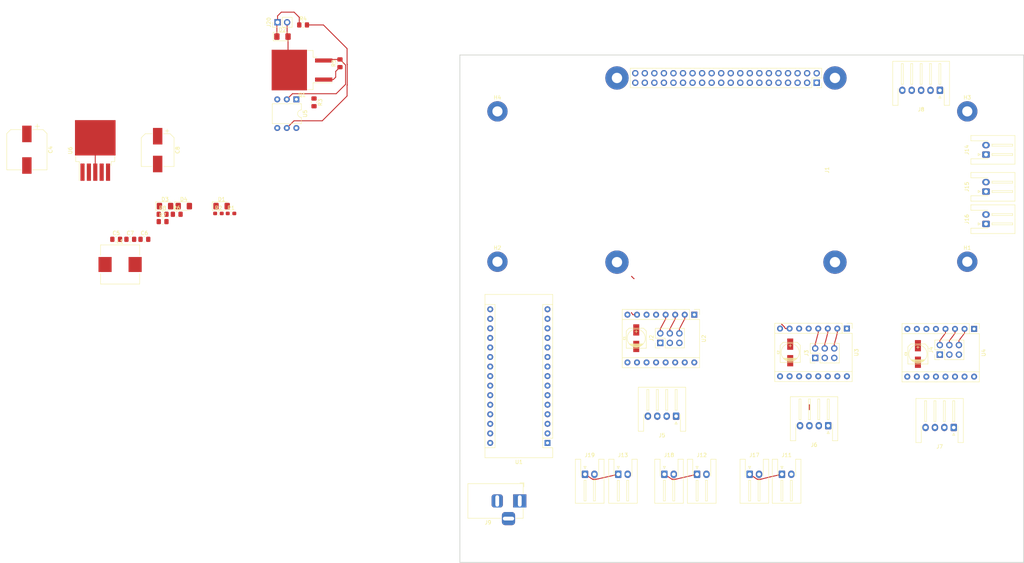
<source format=kicad_pcb>
(kicad_pcb (version 20171130) (host pcbnew 5.0.2-bee76a0~70~ubuntu18.04.1)

  (general
    (thickness 1.6)
    (drawings 4)
    (tracks 117)
    (zones 0)
    (modules 51)
    (nets 106)
  )

  (page A4)
  (layers
    (0 F.Cu signal)
    (31 B.Cu signal)
    (32 B.Adhes user)
    (33 F.Adhes user)
    (34 B.Paste user)
    (35 F.Paste user)
    (36 B.SilkS user)
    (37 F.SilkS user)
    (38 B.Mask user)
    (39 F.Mask user)
    (40 Dwgs.User user)
    (41 Cmts.User user)
    (42 Eco1.User user)
    (43 Eco2.User user)
    (44 Edge.Cuts user)
    (45 Margin user)
    (46 B.CrtYd user)
    (47 F.CrtYd user)
    (48 B.Fab user)
    (49 F.Fab user)
  )

  (setup
    (last_trace_width 0.25)
    (trace_clearance 0.2)
    (zone_clearance 0.508)
    (zone_45_only no)
    (trace_min 0.2)
    (segment_width 0.2)
    (edge_width 0.15)
    (via_size 0.8)
    (via_drill 0.4)
    (via_min_size 0.4)
    (via_min_drill 0.3)
    (uvia_size 0.3)
    (uvia_drill 0.1)
    (uvias_allowed no)
    (uvia_min_size 0.2)
    (uvia_min_drill 0.1)
    (pcb_text_width 0.3)
    (pcb_text_size 1.5 1.5)
    (mod_edge_width 0.15)
    (mod_text_size 1 1)
    (mod_text_width 0.15)
    (pad_size 5.4 5.4)
    (pad_drill 2.7)
    (pad_to_mask_clearance 0.051)
    (solder_mask_min_width 0.25)
    (aux_axis_origin 0 0)
    (visible_elements FFFFFF7F)
    (pcbplotparams
      (layerselection 0x010fc_ffffffff)
      (usegerberextensions false)
      (usegerberattributes false)
      (usegerberadvancedattributes false)
      (creategerberjobfile false)
      (excludeedgelayer true)
      (linewidth 0.100000)
      (plotframeref false)
      (viasonmask false)
      (mode 1)
      (useauxorigin false)
      (hpglpennumber 1)
      (hpglpenspeed 20)
      (hpglpendiameter 15.000000)
      (psnegative false)
      (psa4output false)
      (plotreference true)
      (plotvalue true)
      (plotinvisibletext false)
      (padsonsilk false)
      (subtractmaskfromsilk false)
      (outputformat 1)
      (mirror false)
      (drillshape 1)
      (scaleselection 1)
      (outputdirectory ""))
  )

  (net 0 "")
  (net 1 +VMot)
  (net 2 GND)
  (net 3 "Net-(J1-Pad10)")
  (net 4 Grbl_Tx)
  (net 5 Step_Enable)
  (net 6 "Net-(J4-Pad6)")
  (net 7 +5V)
  (net 8 "Net-(J4-Pad4)")
  (net 9 "Net-(J7-Pad4)")
  (net 10 "Net-(J4-Pad2)")
  (net 11 "Net-(J7-Pad3)")
  (net 12 "Net-(U4-Pad5)")
  (net 13 "Net-(J7-Pad2)")
  (net 14 "Net-(J7-Pad1)")
  (net 15 Z_Step)
  (net 16 Z_Dir)
  (net 17 Y_Dir)
  (net 18 Y_Step)
  (net 19 "Net-(J6-Pad1)")
  (net 20 "Net-(U3-Pad5)")
  (net 21 "Net-(J6-Pad2)")
  (net 22 "Net-(J6-Pad3)")
  (net 23 "Net-(J3-Pad2)")
  (net 24 "Net-(J6-Pad4)")
  (net 25 "Net-(J3-Pad4)")
  (net 26 "Net-(J3-Pad6)")
  (net 27 "Net-(J2-Pad6)")
  (net 28 "Net-(J2-Pad4)")
  (net 29 "Net-(J5-Pad4)")
  (net 30 "Net-(J2-Pad2)")
  (net 31 "Net-(J5-Pad3)")
  (net 32 "Net-(U2-Pad5)")
  (net 33 "Net-(J5-Pad2)")
  (net 34 "Net-(J5-Pad1)")
  (net 35 X_Step)
  (net 36 X_Dir)
  (net 37 "Net-(U1-Pad17)")
  (net 38 Grbl_Rx)
  (net 39 "Net-(U1-Pad18)")
  (net 40 "Net-(U1-Pad3)")
  (net 41 Grbl_Reset)
  (net 42 Hold)
  (net 43 Start)
  (net 44 Flood)
  (net 45 Mist)
  (net 46 Probe)
  (net 47 A6)
  (net 48 A7)
  (net 49 X_Limit)
  (net 50 "Net-(U1-Pad28)")
  (net 51 Y_Limit)
  (net 52 "Net-(U1-Pad29)")
  (net 53 Spindle)
  (net 54 "Net-(U1-Pad30)")
  (net 55 Z_Limit)
  (net 56 Spindle_Dir)
  (net 57 "Net-(D1-Pad2)")
  (net 58 "Net-(J1-Pad1)")
  (net 59 "Net-(J1-Pad3)")
  (net 60 "Net-(J1-Pad5)")
  (net 61 "Net-(J1-Pad7)")
  (net 62 "Net-(J1-Pad11)")
  (net 63 PWM0)
  (net 64 "Net-(J1-Pad13)")
  (net 65 "Net-(J1-Pad14)")
  (net 66 "Net-(J1-Pad15)")
  (net 67 "Net-(J1-Pad16)")
  (net 68 "Net-(J1-Pad17)")
  (net 69 "Net-(J1-Pad18)")
  (net 70 "Net-(J1-Pad19)")
  (net 71 "Net-(J1-Pad20)")
  (net 72 "Net-(J1-Pad21)")
  (net 73 "Net-(J1-Pad22)")
  (net 74 "Net-(J1-Pad23)")
  (net 75 "Net-(J1-Pad24)")
  (net 76 "Net-(J1-Pad25)")
  (net 77 "Net-(J1-Pad26)")
  (net 78 "Net-(J1-Pad27)")
  (net 79 "Net-(J1-Pad28)")
  (net 80 "Net-(J1-Pad29)")
  (net 81 "Net-(J1-Pad30)")
  (net 82 "Net-(J1-Pad31)")
  (net 83 "Net-(J1-Pad32)")
  (net 84 "Net-(J1-Pad33)")
  (net 85 "Net-(J1-Pad34)")
  (net 86 "Net-(J1-Pad35)")
  (net 87 "Net-(J1-Pad36)")
  (net 88 "Net-(J1-Pad37)")
  (net 89 "Net-(J1-Pad38)")
  (net 90 "Net-(J1-Pad39)")
  (net 91 "Net-(J1-Pad40)")
  (net 92 "Net-(J8-Pad4)")
  (net 93 "Net-(J9-Pad3)")
  (net 94 "Net-(R6-Pad1)")
  (net 95 +12V)
  (net 96 "Net-(D4-Pad1)")
  (net 97 "Net-(Q1-Pad1)")
  (net 98 "Net-(R4-Pad2)")
  (net 99 "Net-(R3-Pad1)")
  (net 100 "Net-(D3-Pad1)")
  (net 101 "Net-(C6-Pad2)")
  (net 102 +24V)
  (net 103 "Net-(D2-Pad2)")
  (net 104 "Net-(U5-Pad3)")
  (net 105 "Net-(U5-Pad6)")

  (net_class Default "This is the default net class."
    (clearance 0.2)
    (trace_width 0.25)
    (via_dia 0.8)
    (via_drill 0.4)
    (uvia_dia 0.3)
    (uvia_drill 0.1)
    (add_net +12V)
    (add_net +24V)
    (add_net +5V)
    (add_net +VMot)
    (add_net A6)
    (add_net A7)
    (add_net Flood)
    (add_net GND)
    (add_net Grbl_Reset)
    (add_net Grbl_Rx)
    (add_net Grbl_Tx)
    (add_net Hold)
    (add_net Mist)
    (add_net "Net-(C6-Pad2)")
    (add_net "Net-(D1-Pad2)")
    (add_net "Net-(D2-Pad2)")
    (add_net "Net-(D3-Pad1)")
    (add_net "Net-(D4-Pad1)")
    (add_net "Net-(J1-Pad1)")
    (add_net "Net-(J1-Pad10)")
    (add_net "Net-(J1-Pad11)")
    (add_net "Net-(J1-Pad13)")
    (add_net "Net-(J1-Pad14)")
    (add_net "Net-(J1-Pad15)")
    (add_net "Net-(J1-Pad16)")
    (add_net "Net-(J1-Pad17)")
    (add_net "Net-(J1-Pad18)")
    (add_net "Net-(J1-Pad19)")
    (add_net "Net-(J1-Pad20)")
    (add_net "Net-(J1-Pad21)")
    (add_net "Net-(J1-Pad22)")
    (add_net "Net-(J1-Pad23)")
    (add_net "Net-(J1-Pad24)")
    (add_net "Net-(J1-Pad25)")
    (add_net "Net-(J1-Pad26)")
    (add_net "Net-(J1-Pad27)")
    (add_net "Net-(J1-Pad28)")
    (add_net "Net-(J1-Pad29)")
    (add_net "Net-(J1-Pad3)")
    (add_net "Net-(J1-Pad30)")
    (add_net "Net-(J1-Pad31)")
    (add_net "Net-(J1-Pad32)")
    (add_net "Net-(J1-Pad33)")
    (add_net "Net-(J1-Pad34)")
    (add_net "Net-(J1-Pad35)")
    (add_net "Net-(J1-Pad36)")
    (add_net "Net-(J1-Pad37)")
    (add_net "Net-(J1-Pad38)")
    (add_net "Net-(J1-Pad39)")
    (add_net "Net-(J1-Pad40)")
    (add_net "Net-(J1-Pad5)")
    (add_net "Net-(J1-Pad7)")
    (add_net "Net-(J2-Pad2)")
    (add_net "Net-(J2-Pad4)")
    (add_net "Net-(J2-Pad6)")
    (add_net "Net-(J3-Pad2)")
    (add_net "Net-(J3-Pad4)")
    (add_net "Net-(J3-Pad6)")
    (add_net "Net-(J4-Pad2)")
    (add_net "Net-(J4-Pad4)")
    (add_net "Net-(J4-Pad6)")
    (add_net "Net-(J5-Pad1)")
    (add_net "Net-(J5-Pad2)")
    (add_net "Net-(J5-Pad3)")
    (add_net "Net-(J5-Pad4)")
    (add_net "Net-(J6-Pad1)")
    (add_net "Net-(J6-Pad2)")
    (add_net "Net-(J6-Pad3)")
    (add_net "Net-(J6-Pad4)")
    (add_net "Net-(J7-Pad1)")
    (add_net "Net-(J7-Pad2)")
    (add_net "Net-(J7-Pad3)")
    (add_net "Net-(J7-Pad4)")
    (add_net "Net-(J8-Pad4)")
    (add_net "Net-(J9-Pad3)")
    (add_net "Net-(Q1-Pad1)")
    (add_net "Net-(R3-Pad1)")
    (add_net "Net-(R4-Pad2)")
    (add_net "Net-(R6-Pad1)")
    (add_net "Net-(U1-Pad17)")
    (add_net "Net-(U1-Pad18)")
    (add_net "Net-(U1-Pad28)")
    (add_net "Net-(U1-Pad29)")
    (add_net "Net-(U1-Pad3)")
    (add_net "Net-(U1-Pad30)")
    (add_net "Net-(U2-Pad5)")
    (add_net "Net-(U3-Pad5)")
    (add_net "Net-(U4-Pad5)")
    (add_net "Net-(U5-Pad3)")
    (add_net "Net-(U5-Pad6)")
    (add_net PWM0)
    (add_net Probe)
    (add_net Spindle)
    (add_net Spindle_Dir)
    (add_net Start)
    (add_net Step_Enable)
    (add_net X_Dir)
    (add_net X_Limit)
    (add_net X_Step)
    (add_net Y_Dir)
    (add_net Y_Limit)
    (add_net Y_Step)
    (add_net Z_Dir)
    (add_net Z_Limit)
    (add_net Z_Step)
  )

  (module Capacitor_SMD:CP_Elec_10x10.5 (layer F.Cu) (tedit 5A841F9D) (tstamp 5C75A259)
    (at -100.2 40.2 270)
    (descr "SMT capacitor, aluminium electrolytic, 10x10, Vishay 1010 http://www.vishay.com/docs/28395/150crz.pdf")
    (tags "Capacitor Electrolytic")
    (path /5C066EFC/5C06FF69)
    (attr smd)
    (fp_text reference C4 (at 0 -6.3 270) (layer F.SilkS)
      (effects (font (size 1 1) (thickness 0.15)))
    )
    (fp_text value CP220uf,50V (at 0 6.3 270) (layer F.Fab)
      (effects (font (size 1 1) (thickness 0.15)))
    )
    (fp_circle (center 0 0) (end 5 0) (layer F.Fab) (width 0.1))
    (fp_line (start 5.25 -5.25) (end 5.25 5.25) (layer F.Fab) (width 0.1))
    (fp_line (start -4.25 -5.25) (end 5.25 -5.25) (layer F.Fab) (width 0.1))
    (fp_line (start -4.25 5.25) (end 5.25 5.25) (layer F.Fab) (width 0.1))
    (fp_line (start -5.25 -4.25) (end -5.25 4.25) (layer F.Fab) (width 0.1))
    (fp_line (start -5.25 -4.25) (end -4.25 -5.25) (layer F.Fab) (width 0.1))
    (fp_line (start -5.25 4.25) (end -4.25 5.25) (layer F.Fab) (width 0.1))
    (fp_line (start -4.558325 -1.7) (end -3.558325 -1.7) (layer F.Fab) (width 0.1))
    (fp_line (start -4.058325 -2.2) (end -4.058325 -1.2) (layer F.Fab) (width 0.1))
    (fp_line (start 5.36 5.36) (end 5.36 1.51) (layer F.SilkS) (width 0.12))
    (fp_line (start 5.36 -5.36) (end 5.36 -1.51) (layer F.SilkS) (width 0.12))
    (fp_line (start -4.295563 -5.36) (end 5.36 -5.36) (layer F.SilkS) (width 0.12))
    (fp_line (start -4.295563 5.36) (end 5.36 5.36) (layer F.SilkS) (width 0.12))
    (fp_line (start -5.36 4.295563) (end -5.36 1.51) (layer F.SilkS) (width 0.12))
    (fp_line (start -5.36 -4.295563) (end -5.36 -1.51) (layer F.SilkS) (width 0.12))
    (fp_line (start -5.36 -4.295563) (end -4.295563 -5.36) (layer F.SilkS) (width 0.12))
    (fp_line (start -5.36 4.295563) (end -4.295563 5.36) (layer F.SilkS) (width 0.12))
    (fp_line (start -6.85 -2.76) (end -5.6 -2.76) (layer F.SilkS) (width 0.12))
    (fp_line (start -6.225 -3.385) (end -6.225 -2.135) (layer F.SilkS) (width 0.12))
    (fp_line (start 5.5 -5.5) (end 5.5 -1.5) (layer F.CrtYd) (width 0.05))
    (fp_line (start 5.5 -1.5) (end 6.65 -1.5) (layer F.CrtYd) (width 0.05))
    (fp_line (start 6.65 -1.5) (end 6.65 1.5) (layer F.CrtYd) (width 0.05))
    (fp_line (start 6.65 1.5) (end 5.5 1.5) (layer F.CrtYd) (width 0.05))
    (fp_line (start 5.5 1.5) (end 5.5 5.5) (layer F.CrtYd) (width 0.05))
    (fp_line (start -4.35 5.5) (end 5.5 5.5) (layer F.CrtYd) (width 0.05))
    (fp_line (start -4.35 -5.5) (end 5.5 -5.5) (layer F.CrtYd) (width 0.05))
    (fp_line (start -5.5 4.35) (end -4.35 5.5) (layer F.CrtYd) (width 0.05))
    (fp_line (start -5.5 -4.35) (end -4.35 -5.5) (layer F.CrtYd) (width 0.05))
    (fp_line (start -5.5 -4.35) (end -5.5 -1.5) (layer F.CrtYd) (width 0.05))
    (fp_line (start -5.5 1.5) (end -5.5 4.35) (layer F.CrtYd) (width 0.05))
    (fp_line (start -5.5 -1.5) (end -6.65 -1.5) (layer F.CrtYd) (width 0.05))
    (fp_line (start -6.65 -1.5) (end -6.65 1.5) (layer F.CrtYd) (width 0.05))
    (fp_line (start -6.65 1.5) (end -5.5 1.5) (layer F.CrtYd) (width 0.05))
    (fp_text user %R (at 0 0 270) (layer F.Fab)
      (effects (font (size 1 1) (thickness 0.15)))
    )
    (pad 1 smd rect (at -4.2 0 270) (size 4.4 2.5) (layers F.Cu F.Paste F.Mask)
      (net 102 +24V))
    (pad 2 smd rect (at 4.2 0 270) (size 4.4 2.5) (layers F.Cu F.Paste F.Mask)
      (net 2 GND))
    (model ${KISYS3DMOD}/Capacitor_SMD.3dshapes/CP_Elec_10x10.5.wrl
      (at (xyz 0 0 0))
      (scale (xyz 1 1 1))
      (rotate (xyz 0 0 0))
    )
  )

  (module Capacitor_SMD:CP_Elec_8x10.5 (layer F.Cu) (tedit 5A841F9D) (tstamp 5C75A231)
    (at -65.4 40.3 270)
    (descr "SMT capacitor, aluminium electrolytic, 8x10.5, Vishay 0810 http://www.vishay.com/docs/28395/150crz.pdf")
    (tags "Capacitor Electrolytic")
    (path /5C066EFC/5C0715C0)
    (attr smd)
    (fp_text reference C8 (at 0 -5.3 270) (layer F.SilkS)
      (effects (font (size 1 1) (thickness 0.15)))
    )
    (fp_text value CP330uf,25V (at 0 5.3 270) (layer F.Fab)
      (effects (font (size 1 1) (thickness 0.15)))
    )
    (fp_circle (center 0 0) (end 4 0) (layer F.Fab) (width 0.1))
    (fp_line (start 4.25 -4.25) (end 4.25 4.25) (layer F.Fab) (width 0.1))
    (fp_line (start -3.25 -4.25) (end 4.25 -4.25) (layer F.Fab) (width 0.1))
    (fp_line (start -3.25 4.25) (end 4.25 4.25) (layer F.Fab) (width 0.1))
    (fp_line (start -4.25 -3.25) (end -4.25 3.25) (layer F.Fab) (width 0.1))
    (fp_line (start -4.25 -3.25) (end -3.25 -4.25) (layer F.Fab) (width 0.1))
    (fp_line (start -4.25 3.25) (end -3.25 4.25) (layer F.Fab) (width 0.1))
    (fp_line (start -3.562278 -1.5) (end -2.762278 -1.5) (layer F.Fab) (width 0.1))
    (fp_line (start -3.162278 -1.9) (end -3.162278 -1.1) (layer F.Fab) (width 0.1))
    (fp_line (start 4.36 4.36) (end 4.36 1.51) (layer F.SilkS) (width 0.12))
    (fp_line (start 4.36 -4.36) (end 4.36 -1.51) (layer F.SilkS) (width 0.12))
    (fp_line (start -3.295563 -4.36) (end 4.36 -4.36) (layer F.SilkS) (width 0.12))
    (fp_line (start -3.295563 4.36) (end 4.36 4.36) (layer F.SilkS) (width 0.12))
    (fp_line (start -4.36 3.295563) (end -4.36 1.51) (layer F.SilkS) (width 0.12))
    (fp_line (start -4.36 -3.295563) (end -4.36 -1.51) (layer F.SilkS) (width 0.12))
    (fp_line (start -4.36 -3.295563) (end -3.295563 -4.36) (layer F.SilkS) (width 0.12))
    (fp_line (start -4.36 3.295563) (end -3.295563 4.36) (layer F.SilkS) (width 0.12))
    (fp_line (start -5.6 -2.51) (end -4.6 -2.51) (layer F.SilkS) (width 0.12))
    (fp_line (start -5.1 -3.01) (end -5.1 -2.01) (layer F.SilkS) (width 0.12))
    (fp_line (start 4.5 -4.5) (end 4.5 -1.5) (layer F.CrtYd) (width 0.05))
    (fp_line (start 4.5 -1.5) (end 6.15 -1.5) (layer F.CrtYd) (width 0.05))
    (fp_line (start 6.15 -1.5) (end 6.15 1.5) (layer F.CrtYd) (width 0.05))
    (fp_line (start 6.15 1.5) (end 4.5 1.5) (layer F.CrtYd) (width 0.05))
    (fp_line (start 4.5 1.5) (end 4.5 4.5) (layer F.CrtYd) (width 0.05))
    (fp_line (start -3.35 4.5) (end 4.5 4.5) (layer F.CrtYd) (width 0.05))
    (fp_line (start -3.35 -4.5) (end 4.5 -4.5) (layer F.CrtYd) (width 0.05))
    (fp_line (start -4.5 3.35) (end -3.35 4.5) (layer F.CrtYd) (width 0.05))
    (fp_line (start -4.5 -3.35) (end -3.35 -4.5) (layer F.CrtYd) (width 0.05))
    (fp_line (start -4.5 -3.35) (end -4.5 -1.5) (layer F.CrtYd) (width 0.05))
    (fp_line (start -4.5 1.5) (end -4.5 3.35) (layer F.CrtYd) (width 0.05))
    (fp_line (start -4.5 -1.5) (end -6.15 -1.5) (layer F.CrtYd) (width 0.05))
    (fp_line (start -6.15 -1.5) (end -6.15 1.5) (layer F.CrtYd) (width 0.05))
    (fp_line (start -6.15 1.5) (end -4.5 1.5) (layer F.CrtYd) (width 0.05))
    (fp_text user %R (at 0 0 270) (layer F.Fab)
      (effects (font (size 1 1) (thickness 0.15)))
    )
    (pad 1 smd rect (at -3.7 0 270) (size 4.4 2.5) (layers F.Cu F.Paste F.Mask)
      (net 95 +12V))
    (pad 2 smd rect (at 3.7 0 270) (size 4.4 2.5) (layers F.Cu F.Paste F.Mask)
      (net 2 GND))
    (model ${KISYS3DMOD}/Capacitor_SMD.3dshapes/CP_Elec_8x10.5.wrl
      (at (xyz 0 0 0))
      (scale (xyz 1 1 1))
      (rotate (xyz 0 0 0))
    )
  )

  (module Capacitor_SMD:C_0805_2012Metric_Pad1.15x1.40mm_HandSolder (layer F.Cu) (tedit 5B36C52B) (tstamp 5C75A209)
    (at -76.434999 64.035001)
    (descr "Capacitor SMD 0805 (2012 Metric), square (rectangular) end terminal, IPC_7351 nominal with elongated pad for handsoldering. (Body size source: https://docs.google.com/spreadsheets/d/1BsfQQcO9C6DZCsRaXUlFlo91Tg2WpOkGARC1WS5S8t0/edit?usp=sharing), generated with kicad-footprint-generator")
    (tags "capacitor handsolder")
    (path /5C066EFC/5C070084)
    (attr smd)
    (fp_text reference C5 (at 0 -1.65) (layer F.SilkS)
      (effects (font (size 1 1) (thickness 0.15)))
    )
    (fp_text value C105,0805 (at 0 1.65) (layer F.Fab)
      (effects (font (size 1 1) (thickness 0.15)))
    )
    (fp_line (start -1 0.6) (end -1 -0.6) (layer F.Fab) (width 0.1))
    (fp_line (start -1 -0.6) (end 1 -0.6) (layer F.Fab) (width 0.1))
    (fp_line (start 1 -0.6) (end 1 0.6) (layer F.Fab) (width 0.1))
    (fp_line (start 1 0.6) (end -1 0.6) (layer F.Fab) (width 0.1))
    (fp_line (start -0.261252 -0.71) (end 0.261252 -0.71) (layer F.SilkS) (width 0.12))
    (fp_line (start -0.261252 0.71) (end 0.261252 0.71) (layer F.SilkS) (width 0.12))
    (fp_line (start -1.85 0.95) (end -1.85 -0.95) (layer F.CrtYd) (width 0.05))
    (fp_line (start -1.85 -0.95) (end 1.85 -0.95) (layer F.CrtYd) (width 0.05))
    (fp_line (start 1.85 -0.95) (end 1.85 0.95) (layer F.CrtYd) (width 0.05))
    (fp_line (start 1.85 0.95) (end -1.85 0.95) (layer F.CrtYd) (width 0.05))
    (fp_text user %R (at 0 0) (layer F.Fab)
      (effects (font (size 0.5 0.5) (thickness 0.08)))
    )
    (pad 1 smd roundrect (at -1.025 0) (size 1.15 1.4) (layers F.Cu F.Paste F.Mask) (roundrect_rratio 0.217391)
      (net 102 +24V))
    (pad 2 smd roundrect (at 1.025 0) (size 1.15 1.4) (layers F.Cu F.Paste F.Mask) (roundrect_rratio 0.217391)
      (net 2 GND))
    (model ${KISYS3DMOD}/Capacitor_SMD.3dshapes/C_0805_2012Metric.wrl
      (at (xyz 0 0 0))
      (scale (xyz 1 1 1))
      (rotate (xyz 0 0 0))
    )
  )

  (module Capacitor_SMD:C_0805_2012Metric_Pad1.15x1.40mm_HandSolder (layer F.Cu) (tedit 5B36C52B) (tstamp 5C75A1F8)
    (at -68.934999 64.035001)
    (descr "Capacitor SMD 0805 (2012 Metric), square (rectangular) end terminal, IPC_7351 nominal with elongated pad for handsoldering. (Body size source: https://docs.google.com/spreadsheets/d/1BsfQQcO9C6DZCsRaXUlFlo91Tg2WpOkGARC1WS5S8t0/edit?usp=sharing), generated with kicad-footprint-generator")
    (tags "capacitor handsolder")
    (path /5C066EFC/5C0700F4)
    (attr smd)
    (fp_text reference C6 (at 0 -1.65) (layer F.SilkS)
      (effects (font (size 1 1) (thickness 0.15)))
    )
    (fp_text value C105,0805 (at 0 1.65) (layer F.Fab)
      (effects (font (size 1 1) (thickness 0.15)))
    )
    (fp_text user %R (at 0 0) (layer F.Fab)
      (effects (font (size 0.5 0.5) (thickness 0.08)))
    )
    (fp_line (start 1.85 0.95) (end -1.85 0.95) (layer F.CrtYd) (width 0.05))
    (fp_line (start 1.85 -0.95) (end 1.85 0.95) (layer F.CrtYd) (width 0.05))
    (fp_line (start -1.85 -0.95) (end 1.85 -0.95) (layer F.CrtYd) (width 0.05))
    (fp_line (start -1.85 0.95) (end -1.85 -0.95) (layer F.CrtYd) (width 0.05))
    (fp_line (start -0.261252 0.71) (end 0.261252 0.71) (layer F.SilkS) (width 0.12))
    (fp_line (start -0.261252 -0.71) (end 0.261252 -0.71) (layer F.SilkS) (width 0.12))
    (fp_line (start 1 0.6) (end -1 0.6) (layer F.Fab) (width 0.1))
    (fp_line (start 1 -0.6) (end 1 0.6) (layer F.Fab) (width 0.1))
    (fp_line (start -1 -0.6) (end 1 -0.6) (layer F.Fab) (width 0.1))
    (fp_line (start -1 0.6) (end -1 -0.6) (layer F.Fab) (width 0.1))
    (pad 2 smd roundrect (at 1.025 0) (size 1.15 1.4) (layers F.Cu F.Paste F.Mask) (roundrect_rratio 0.217391)
      (net 101 "Net-(C6-Pad2)"))
    (pad 1 smd roundrect (at -1.025 0) (size 1.15 1.4) (layers F.Cu F.Paste F.Mask) (roundrect_rratio 0.217391)
      (net 102 +24V))
    (model ${KISYS3DMOD}/Capacitor_SMD.3dshapes/C_0805_2012Metric.wrl
      (at (xyz 0 0 0))
      (scale (xyz 1 1 1))
      (rotate (xyz 0 0 0))
    )
  )

  (module Capacitor_SMD:C_0805_2012Metric_Pad1.15x1.40mm_HandSolder (layer F.Cu) (tedit 5B36C52B) (tstamp 5C75A1E7)
    (at -72.684999 64.035001)
    (descr "Capacitor SMD 0805 (2012 Metric), square (rectangular) end terminal, IPC_7351 nominal with elongated pad for handsoldering. (Body size source: https://docs.google.com/spreadsheets/d/1BsfQQcO9C6DZCsRaXUlFlo91Tg2WpOkGARC1WS5S8t0/edit?usp=sharing), generated with kicad-footprint-generator")
    (tags "capacitor handsolder")
    (path /5C066EFC/5C07141B)
    (attr smd)
    (fp_text reference C7 (at 0 -1.65) (layer F.SilkS)
      (effects (font (size 1 1) (thickness 0.15)))
    )
    (fp_text value C105,0805 (at 0 1.65) (layer F.Fab)
      (effects (font (size 1 1) (thickness 0.15)))
    )
    (fp_line (start -1 0.6) (end -1 -0.6) (layer F.Fab) (width 0.1))
    (fp_line (start -1 -0.6) (end 1 -0.6) (layer F.Fab) (width 0.1))
    (fp_line (start 1 -0.6) (end 1 0.6) (layer F.Fab) (width 0.1))
    (fp_line (start 1 0.6) (end -1 0.6) (layer F.Fab) (width 0.1))
    (fp_line (start -0.261252 -0.71) (end 0.261252 -0.71) (layer F.SilkS) (width 0.12))
    (fp_line (start -0.261252 0.71) (end 0.261252 0.71) (layer F.SilkS) (width 0.12))
    (fp_line (start -1.85 0.95) (end -1.85 -0.95) (layer F.CrtYd) (width 0.05))
    (fp_line (start -1.85 -0.95) (end 1.85 -0.95) (layer F.CrtYd) (width 0.05))
    (fp_line (start 1.85 -0.95) (end 1.85 0.95) (layer F.CrtYd) (width 0.05))
    (fp_line (start 1.85 0.95) (end -1.85 0.95) (layer F.CrtYd) (width 0.05))
    (fp_text user %R (at 0 0) (layer F.Fab)
      (effects (font (size 0.5 0.5) (thickness 0.08)))
    )
    (pad 1 smd roundrect (at -1.025 0) (size 1.15 1.4) (layers F.Cu F.Paste F.Mask) (roundrect_rratio 0.217391)
      (net 95 +12V))
    (pad 2 smd roundrect (at 1.025 0) (size 1.15 1.4) (layers F.Cu F.Paste F.Mask) (roundrect_rratio 0.217391)
      (net 2 GND))
    (model ${KISYS3DMOD}/Capacitor_SMD.3dshapes/C_0805_2012Metric.wrl
      (at (xyz 0 0 0))
      (scale (xyz 1 1 1))
      (rotate (xyz 0 0 0))
    )
  )

  (module Connector_PinHeader_2.54mm:PinHeader_1x02_P2.54mm_Vertical (layer F.Cu) (tedit 59FED5CC) (tstamp 5C759D30)
    (at -33.5 6.3 90)
    (descr "Through hole straight pin header, 1x02, 2.54mm pitch, single row")
    (tags "Through hole pin header THT 1x02 2.54mm single row")
    (path /5C064586/5C067E14)
    (fp_text reference J20 (at 0 -2.33 90) (layer F.SilkS)
      (effects (font (size 1 1) (thickness 0.15)))
    )
    (fp_text value PWM_TO_MOTOR (at 0 4.87 90) (layer F.Fab)
      (effects (font (size 1 1) (thickness 0.15)))
    )
    (fp_line (start -0.635 -1.27) (end 1.27 -1.27) (layer F.Fab) (width 0.1))
    (fp_line (start 1.27 -1.27) (end 1.27 3.81) (layer F.Fab) (width 0.1))
    (fp_line (start 1.27 3.81) (end -1.27 3.81) (layer F.Fab) (width 0.1))
    (fp_line (start -1.27 3.81) (end -1.27 -0.635) (layer F.Fab) (width 0.1))
    (fp_line (start -1.27 -0.635) (end -0.635 -1.27) (layer F.Fab) (width 0.1))
    (fp_line (start -1.33 3.87) (end 1.33 3.87) (layer F.SilkS) (width 0.12))
    (fp_line (start -1.33 1.27) (end -1.33 3.87) (layer F.SilkS) (width 0.12))
    (fp_line (start 1.33 1.27) (end 1.33 3.87) (layer F.SilkS) (width 0.12))
    (fp_line (start -1.33 1.27) (end 1.33 1.27) (layer F.SilkS) (width 0.12))
    (fp_line (start -1.33 0) (end -1.33 -1.33) (layer F.SilkS) (width 0.12))
    (fp_line (start -1.33 -1.33) (end 0 -1.33) (layer F.SilkS) (width 0.12))
    (fp_line (start -1.8 -1.8) (end -1.8 4.35) (layer F.CrtYd) (width 0.05))
    (fp_line (start -1.8 4.35) (end 1.8 4.35) (layer F.CrtYd) (width 0.05))
    (fp_line (start 1.8 4.35) (end 1.8 -1.8) (layer F.CrtYd) (width 0.05))
    (fp_line (start 1.8 -1.8) (end -1.8 -1.8) (layer F.CrtYd) (width 0.05))
    (fp_text user %R (at 0 1.27 180) (layer F.Fab)
      (effects (font (size 1 1) (thickness 0.15)))
    )
    (pad 1 thru_hole rect (at 0 0 90) (size 1.7 1.7) (drill 1) (layers *.Cu *.Mask)
      (net 95 +12V))
    (pad 2 thru_hole oval (at 0 2.54 90) (size 1.7 1.7) (drill 1) (layers *.Cu *.Mask)
      (net 103 "Net-(D2-Pad2)"))
    (model ${KISYS3DMOD}/Connector_PinHeader_2.54mm.3dshapes/PinHeader_1x02_P2.54mm_Vertical.wrl
      (at (xyz 0 0 0))
      (scale (xyz 1 1 1))
      (rotate (xyz 0 0 0))
    )
  )

  (module Diode_SMD:D_1206_3216Metric_Pad1.42x1.75mm_HandSolder (layer F.Cu) (tedit 5B4B45C8) (tstamp 5C759C4A)
    (at -32.2 10.1)
    (descr "Diode SMD 1206 (3216 Metric), square (rectangular) end terminal, IPC_7351 nominal, (Body size source: http://www.tortai-tech.com/upload/download/2011102023233369053.pdf), generated with kicad-footprint-generator")
    (tags "diode handsolder")
    (path /5C064586/5C07034B)
    (attr smd)
    (fp_text reference D2 (at 0 -1.82) (layer F.SilkS)
      (effects (font (size 1 1) (thickness 0.15)))
    )
    (fp_text value SD_SS510 (at 0 1.82) (layer F.Fab)
      (effects (font (size 1 1) (thickness 0.15)))
    )
    (fp_text user %R (at 0 0) (layer F.Fab)
      (effects (font (size 0.8 0.8) (thickness 0.12)))
    )
    (fp_line (start 2.45 1.12) (end -2.45 1.12) (layer F.CrtYd) (width 0.05))
    (fp_line (start 2.45 -1.12) (end 2.45 1.12) (layer F.CrtYd) (width 0.05))
    (fp_line (start -2.45 -1.12) (end 2.45 -1.12) (layer F.CrtYd) (width 0.05))
    (fp_line (start -2.45 1.12) (end -2.45 -1.12) (layer F.CrtYd) (width 0.05))
    (fp_line (start -2.46 1.135) (end 1.6 1.135) (layer F.SilkS) (width 0.12))
    (fp_line (start -2.46 -1.135) (end -2.46 1.135) (layer F.SilkS) (width 0.12))
    (fp_line (start 1.6 -1.135) (end -2.46 -1.135) (layer F.SilkS) (width 0.12))
    (fp_line (start 1.6 0.8) (end 1.6 -0.8) (layer F.Fab) (width 0.1))
    (fp_line (start -1.6 0.8) (end 1.6 0.8) (layer F.Fab) (width 0.1))
    (fp_line (start -1.6 -0.4) (end -1.6 0.8) (layer F.Fab) (width 0.1))
    (fp_line (start -1.2 -0.8) (end -1.6 -0.4) (layer F.Fab) (width 0.1))
    (fp_line (start 1.6 -0.8) (end -1.2 -0.8) (layer F.Fab) (width 0.1))
    (pad 2 smd roundrect (at 1.4875 0) (size 1.425 1.75) (layers F.Cu F.Paste F.Mask) (roundrect_rratio 0.175439)
      (net 103 "Net-(D2-Pad2)"))
    (pad 1 smd roundrect (at -1.4875 0) (size 1.425 1.75) (layers F.Cu F.Paste F.Mask) (roundrect_rratio 0.175439)
      (net 95 +12V))
    (model ${KISYS3DMOD}/Diode_SMD.3dshapes/D_1206_3216Metric.wrl
      (at (xyz 0 0 0))
      (scale (xyz 1 1 1))
      (rotate (xyz 0 0 0))
    )
  )

  (module Diode_SMD:D_1206_3216Metric_Pad1.42x1.75mm_HandSolder (layer F.Cu) (tedit 5B4B45C8) (tstamp 5C759C37)
    (at -48.389999 55.205001)
    (descr "Diode SMD 1206 (3216 Metric), square (rectangular) end terminal, IPC_7351 nominal, (Body size source: http://www.tortai-tech.com/upload/download/2011102023233369053.pdf), generated with kicad-footprint-generator")
    (tags "diode handsolder")
    (path /5BFEA9D7/5BFF0494)
    (attr smd)
    (fp_text reference D1 (at 0 -1.82) (layer F.SilkS)
      (effects (font (size 1 1) (thickness 0.15)))
    )
    (fp_text value SD_1N5819_SS14 (at 0 1.82) (layer F.Fab)
      (effects (font (size 1 1) (thickness 0.15)))
    )
    (fp_line (start 1.6 -0.8) (end -1.2 -0.8) (layer F.Fab) (width 0.1))
    (fp_line (start -1.2 -0.8) (end -1.6 -0.4) (layer F.Fab) (width 0.1))
    (fp_line (start -1.6 -0.4) (end -1.6 0.8) (layer F.Fab) (width 0.1))
    (fp_line (start -1.6 0.8) (end 1.6 0.8) (layer F.Fab) (width 0.1))
    (fp_line (start 1.6 0.8) (end 1.6 -0.8) (layer F.Fab) (width 0.1))
    (fp_line (start 1.6 -1.135) (end -2.46 -1.135) (layer F.SilkS) (width 0.12))
    (fp_line (start -2.46 -1.135) (end -2.46 1.135) (layer F.SilkS) (width 0.12))
    (fp_line (start -2.46 1.135) (end 1.6 1.135) (layer F.SilkS) (width 0.12))
    (fp_line (start -2.45 1.12) (end -2.45 -1.12) (layer F.CrtYd) (width 0.05))
    (fp_line (start -2.45 -1.12) (end 2.45 -1.12) (layer F.CrtYd) (width 0.05))
    (fp_line (start 2.45 -1.12) (end 2.45 1.12) (layer F.CrtYd) (width 0.05))
    (fp_line (start 2.45 1.12) (end -2.45 1.12) (layer F.CrtYd) (width 0.05))
    (fp_text user %R (at 0 0) (layer F.Fab)
      (effects (font (size 0.8 0.8) (thickness 0.12)))
    )
    (pad 1 smd roundrect (at -1.4875 0) (size 1.425 1.75) (layers F.Cu F.Paste F.Mask) (roundrect_rratio 0.175439)
      (net 7 +5V))
    (pad 2 smd roundrect (at 1.4875 0) (size 1.425 1.75) (layers F.Cu F.Paste F.Mask) (roundrect_rratio 0.175439)
      (net 57 "Net-(D1-Pad2)"))
    (model ${KISYS3DMOD}/Diode_SMD.3dshapes/D_1206_3216Metric.wrl
      (at (xyz 0 0 0))
      (scale (xyz 1 1 1))
      (rotate (xyz 0 0 0))
    )
  )

  (module Diode_SMD:D_1206_3216Metric_Pad1.42x1.75mm_HandSolder (layer F.Cu) (tedit 5B4B45C8) (tstamp 5C759C24)
    (at -63.439999 55.205001)
    (descr "Diode SMD 1206 (3216 Metric), square (rectangular) end terminal, IPC_7351 nominal, (Body size source: http://www.tortai-tech.com/upload/download/2011102023233369053.pdf), generated with kicad-footprint-generator")
    (tags "diode handsolder")
    (path /5C066EFC/5C070475)
    (attr smd)
    (fp_text reference D3 (at 0 -1.82) (layer F.SilkS)
      (effects (font (size 1 1) (thickness 0.15)))
    )
    (fp_text value SD_SS510 (at 0 1.82) (layer F.Fab)
      (effects (font (size 1 1) (thickness 0.15)))
    )
    (fp_text user %R (at 0 0) (layer F.Fab)
      (effects (font (size 0.8 0.8) (thickness 0.12)))
    )
    (fp_line (start 2.45 1.12) (end -2.45 1.12) (layer F.CrtYd) (width 0.05))
    (fp_line (start 2.45 -1.12) (end 2.45 1.12) (layer F.CrtYd) (width 0.05))
    (fp_line (start -2.45 -1.12) (end 2.45 -1.12) (layer F.CrtYd) (width 0.05))
    (fp_line (start -2.45 1.12) (end -2.45 -1.12) (layer F.CrtYd) (width 0.05))
    (fp_line (start -2.46 1.135) (end 1.6 1.135) (layer F.SilkS) (width 0.12))
    (fp_line (start -2.46 -1.135) (end -2.46 1.135) (layer F.SilkS) (width 0.12))
    (fp_line (start 1.6 -1.135) (end -2.46 -1.135) (layer F.SilkS) (width 0.12))
    (fp_line (start 1.6 0.8) (end 1.6 -0.8) (layer F.Fab) (width 0.1))
    (fp_line (start -1.6 0.8) (end 1.6 0.8) (layer F.Fab) (width 0.1))
    (fp_line (start -1.6 -0.4) (end -1.6 0.8) (layer F.Fab) (width 0.1))
    (fp_line (start -1.2 -0.8) (end -1.6 -0.4) (layer F.Fab) (width 0.1))
    (fp_line (start 1.6 -0.8) (end -1.2 -0.8) (layer F.Fab) (width 0.1))
    (pad 2 smd roundrect (at 1.4875 0) (size 1.425 1.75) (layers F.Cu F.Paste F.Mask) (roundrect_rratio 0.175439)
      (net 2 GND))
    (pad 1 smd roundrect (at -1.4875 0) (size 1.425 1.75) (layers F.Cu F.Paste F.Mask) (roundrect_rratio 0.175439)
      (net 100 "Net-(D3-Pad1)"))
    (model ${KISYS3DMOD}/Diode_SMD.3dshapes/D_1206_3216Metric.wrl
      (at (xyz 0 0 0))
      (scale (xyz 1 1 1))
      (rotate (xyz 0 0 0))
    )
  )

  (module Diode_SMD:D_1206_3216Metric_Pad1.42x1.75mm_HandSolder (layer F.Cu) (tedit 5B4B45C8) (tstamp 5C759C11)
    (at -58.449999 55.205001)
    (descr "Diode SMD 1206 (3216 Metric), square (rectangular) end terminal, IPC_7351 nominal, (Body size source: http://www.tortai-tech.com/upload/download/2011102023233369053.pdf), generated with kicad-footprint-generator")
    (tags "diode handsolder")
    (path /5C066EFC/5C070F09)
    (attr smd)
    (fp_text reference D4 (at 0 -1.82) (layer F.SilkS)
      (effects (font (size 1 1) (thickness 0.15)))
    )
    (fp_text value SD_1N5817_SS12 (at 0 1.82) (layer F.Fab)
      (effects (font (size 1 1) (thickness 0.15)))
    )
    (fp_line (start 1.6 -0.8) (end -1.2 -0.8) (layer F.Fab) (width 0.1))
    (fp_line (start -1.2 -0.8) (end -1.6 -0.4) (layer F.Fab) (width 0.1))
    (fp_line (start -1.6 -0.4) (end -1.6 0.8) (layer F.Fab) (width 0.1))
    (fp_line (start -1.6 0.8) (end 1.6 0.8) (layer F.Fab) (width 0.1))
    (fp_line (start 1.6 0.8) (end 1.6 -0.8) (layer F.Fab) (width 0.1))
    (fp_line (start 1.6 -1.135) (end -2.46 -1.135) (layer F.SilkS) (width 0.12))
    (fp_line (start -2.46 -1.135) (end -2.46 1.135) (layer F.SilkS) (width 0.12))
    (fp_line (start -2.46 1.135) (end 1.6 1.135) (layer F.SilkS) (width 0.12))
    (fp_line (start -2.45 1.12) (end -2.45 -1.12) (layer F.CrtYd) (width 0.05))
    (fp_line (start -2.45 -1.12) (end 2.45 -1.12) (layer F.CrtYd) (width 0.05))
    (fp_line (start 2.45 -1.12) (end 2.45 1.12) (layer F.CrtYd) (width 0.05))
    (fp_line (start 2.45 1.12) (end -2.45 1.12) (layer F.CrtYd) (width 0.05))
    (fp_text user %R (at 0 0) (layer F.Fab)
      (effects (font (size 0.8 0.8) (thickness 0.12)))
    )
    (pad 1 smd roundrect (at -1.4875 0) (size 1.425 1.75) (layers F.Cu F.Paste F.Mask) (roundrect_rratio 0.175439)
      (net 96 "Net-(D4-Pad1)"))
    (pad 2 smd roundrect (at 1.4875 0) (size 1.425 1.75) (layers F.Cu F.Paste F.Mask) (roundrect_rratio 0.175439)
      (net 2 GND))
    (model ${KISYS3DMOD}/Diode_SMD.3dshapes/D_1206_3216Metric.wrl
      (at (xyz 0 0 0))
      (scale (xyz 1 1 1))
      (rotate (xyz 0 0 0))
    )
  )

  (module Inductor_SMD:L_Wuerth_HCI-1040 (layer F.Cu) (tedit 5990349D) (tstamp 5C759BFE)
    (at -75.394999 70.735001)
    (descr "Inductor, Wuerth Elektronik, Wuerth_HCI-1040, 10.2mmx10.2mm")
    (tags "inductor Wuerth hci smd")
    (path /5C066EFC/5C070A72)
    (attr smd)
    (fp_text reference L1 (at 0 -6.1) (layer F.SilkS)
      (effects (font (size 1 1) (thickness 0.15)))
    )
    (fp_text value L_47UH,5A,1040 (at 0 6.6) (layer F.Fab)
      (effects (font (size 1 1) (thickness 0.15)))
    )
    (fp_text user %R (at 0 0) (layer F.Fab)
      (effects (font (size 1 1) (thickness 0.15)))
    )
    (fp_line (start -5.1 -5.1) (end -5.1 5.1) (layer F.Fab) (width 0.1))
    (fp_line (start -5.1 5.1) (end 5.1 5.1) (layer F.Fab) (width 0.1))
    (fp_line (start 5.1 5.1) (end 5.1 -5.1) (layer F.Fab) (width 0.1))
    (fp_line (start 5.1 -5.1) (end -5.1 -5.1) (layer F.Fab) (width 0.1))
    (fp_line (start -6 -5.35) (end -6 5.35) (layer F.CrtYd) (width 0.05))
    (fp_line (start -6 5.35) (end 6 5.35) (layer F.CrtYd) (width 0.05))
    (fp_line (start 6 5.35) (end 6 -5.35) (layer F.CrtYd) (width 0.05))
    (fp_line (start 6 -5.35) (end -6 -5.35) (layer F.CrtYd) (width 0.05))
    (fp_line (start -5.2 2.4) (end -5.2 5.2) (layer F.SilkS) (width 0.12))
    (fp_line (start -5.2 5.2) (end 5.2 5.2) (layer F.SilkS) (width 0.12))
    (fp_line (start 5.2 5.2) (end 5.2 2.4) (layer F.SilkS) (width 0.12))
    (fp_line (start -5.2 -2.4) (end -5.2 -5.2) (layer F.SilkS) (width 0.12))
    (fp_line (start -5.2 -5.2) (end 5.2 -5.2) (layer F.SilkS) (width 0.12))
    (fp_line (start 5.2 -5.2) (end 5.2 -2.4) (layer F.SilkS) (width 0.12))
    (pad 1 smd rect (at -4 0) (size 3.5 4) (layers F.Cu F.Paste F.Mask)
      (net 100 "Net-(D3-Pad1)"))
    (pad 2 smd rect (at 4 0) (size 3.5 4) (layers F.Cu F.Paste F.Mask)
      (net 95 +12V))
    (model ${KISYS3DMOD}/Inductor_SMD.3dshapes/L_Wuerth_HCI-1040.wrl
      (at (xyz 0 0 0))
      (scale (xyz 1 1 1))
      (rotate (xyz 0 0 0))
    )
  )

  (module Package_DIP:DIP-6_W7.62mm (layer F.Cu) (tedit 5A02E8C5) (tstamp 5C759AC7)
    (at -28.5 26.8 270)
    (descr "6-lead though-hole mounted DIP package, row spacing 7.62 mm (300 mils)")
    (tags "THT DIP DIL PDIP 2.54mm 7.62mm 300mil")
    (path /5C064586/5C06902C)
    (fp_text reference U5 (at 3.81 -2.33 270) (layer F.SilkS)
      (effects (font (size 1 1) (thickness 0.15)))
    )
    (fp_text value 4N35 (at 3.81 7.41 270) (layer F.Fab)
      (effects (font (size 1 1) (thickness 0.15)))
    )
    (fp_arc (start 3.81 -1.33) (end 2.81 -1.33) (angle -180) (layer F.SilkS) (width 0.12))
    (fp_line (start 1.635 -1.27) (end 6.985 -1.27) (layer F.Fab) (width 0.1))
    (fp_line (start 6.985 -1.27) (end 6.985 6.35) (layer F.Fab) (width 0.1))
    (fp_line (start 6.985 6.35) (end 0.635 6.35) (layer F.Fab) (width 0.1))
    (fp_line (start 0.635 6.35) (end 0.635 -0.27) (layer F.Fab) (width 0.1))
    (fp_line (start 0.635 -0.27) (end 1.635 -1.27) (layer F.Fab) (width 0.1))
    (fp_line (start 2.81 -1.33) (end 1.16 -1.33) (layer F.SilkS) (width 0.12))
    (fp_line (start 1.16 -1.33) (end 1.16 6.41) (layer F.SilkS) (width 0.12))
    (fp_line (start 1.16 6.41) (end 6.46 6.41) (layer F.SilkS) (width 0.12))
    (fp_line (start 6.46 6.41) (end 6.46 -1.33) (layer F.SilkS) (width 0.12))
    (fp_line (start 6.46 -1.33) (end 4.81 -1.33) (layer F.SilkS) (width 0.12))
    (fp_line (start -1.1 -1.55) (end -1.1 6.6) (layer F.CrtYd) (width 0.05))
    (fp_line (start -1.1 6.6) (end 8.7 6.6) (layer F.CrtYd) (width 0.05))
    (fp_line (start 8.7 6.6) (end 8.7 -1.55) (layer F.CrtYd) (width 0.05))
    (fp_line (start 8.7 -1.55) (end -1.1 -1.55) (layer F.CrtYd) (width 0.05))
    (fp_text user %R (at 3.81 2.54 270) (layer F.Fab)
      (effects (font (size 1 1) (thickness 0.15)))
    )
    (pad 1 thru_hole rect (at 0 0 270) (size 1.6 1.6) (drill 0.8) (layers *.Cu *.Mask)
      (net 99 "Net-(R3-Pad1)"))
    (pad 4 thru_hole oval (at 7.62 5.08 270) (size 1.6 1.6) (drill 0.8) (layers *.Cu *.Mask)
      (net 97 "Net-(Q1-Pad1)"))
    (pad 2 thru_hole oval (at 0 2.54 270) (size 1.6 1.6) (drill 0.8) (layers *.Cu *.Mask)
      (net 2 GND))
    (pad 5 thru_hole oval (at 7.62 2.54 270) (size 1.6 1.6) (drill 0.8) (layers *.Cu *.Mask)
      (net 98 "Net-(R4-Pad2)"))
    (pad 3 thru_hole oval (at 0 5.08 270) (size 1.6 1.6) (drill 0.8) (layers *.Cu *.Mask)
      (net 104 "Net-(U5-Pad3)"))
    (pad 6 thru_hole oval (at 7.62 0 270) (size 1.6 1.6) (drill 0.8) (layers *.Cu *.Mask)
      (net 105 "Net-(U5-Pad6)"))
    (model ${KISYS3DMOD}/Package_DIP.3dshapes/DIP-6_W7.62mm.wrl
      (at (xyz 0 0 0))
      (scale (xyz 1 1 1))
      (rotate (xyz 0 0 0))
    )
  )

  (module Package_TO_SOT_SMD:TO-263-2 (layer F.Cu) (tedit 5A70FB7B) (tstamp 5C759AAD)
    (at -27 19 180)
    (descr "TO-263 / D2PAK / DDPAK SMD package, http://www.infineon.com/cms/en/product/packages/PG-TO263/PG-TO263-3-1/")
    (tags "D2PAK DDPAK TO-263 D2PAK-3 TO-263-3 SOT-404")
    (path /5C064586/5C066F82)
    (attr smd)
    (fp_text reference Q1 (at 0 -6.65 180) (layer F.SilkS)
      (effects (font (size 1 1) (thickness 0.15)))
    )
    (fp_text value IRF540N (at 0 6.65 180) (layer F.Fab)
      (effects (font (size 1 1) (thickness 0.15)))
    )
    (fp_line (start 6.5 -5) (end 7.5 -5) (layer F.Fab) (width 0.1))
    (fp_line (start 7.5 -5) (end 7.5 5) (layer F.Fab) (width 0.1))
    (fp_line (start 7.5 5) (end 6.5 5) (layer F.Fab) (width 0.1))
    (fp_line (start 6.5 -5) (end 6.5 5) (layer F.Fab) (width 0.1))
    (fp_line (start 6.5 5) (end -2.75 5) (layer F.Fab) (width 0.1))
    (fp_line (start -2.75 5) (end -2.75 -4) (layer F.Fab) (width 0.1))
    (fp_line (start -2.75 -4) (end -1.75 -5) (layer F.Fab) (width 0.1))
    (fp_line (start -1.75 -5) (end 6.5 -5) (layer F.Fab) (width 0.1))
    (fp_line (start -2.75 -3.04) (end -7.45 -3.04) (layer F.Fab) (width 0.1))
    (fp_line (start -7.45 -3.04) (end -7.45 -2.04) (layer F.Fab) (width 0.1))
    (fp_line (start -7.45 -2.04) (end -2.75 -2.04) (layer F.Fab) (width 0.1))
    (fp_line (start -2.75 2.04) (end -7.45 2.04) (layer F.Fab) (width 0.1))
    (fp_line (start -7.45 2.04) (end -7.45 3.04) (layer F.Fab) (width 0.1))
    (fp_line (start -7.45 3.04) (end -2.75 3.04) (layer F.Fab) (width 0.1))
    (fp_line (start -1.45 -5.2) (end -2.95 -5.2) (layer F.SilkS) (width 0.12))
    (fp_line (start -2.95 -5.2) (end -2.95 -3.39) (layer F.SilkS) (width 0.12))
    (fp_line (start -2.95 -3.39) (end -8.075 -3.39) (layer F.SilkS) (width 0.12))
    (fp_line (start -1.45 5.2) (end -2.95 5.2) (layer F.SilkS) (width 0.12))
    (fp_line (start -2.95 5.2) (end -2.95 3.39) (layer F.SilkS) (width 0.12))
    (fp_line (start -2.95 3.39) (end -4.05 3.39) (layer F.SilkS) (width 0.12))
    (fp_line (start -8.32 -5.65) (end -8.32 5.65) (layer F.CrtYd) (width 0.05))
    (fp_line (start -8.32 5.65) (end 8.32 5.65) (layer F.CrtYd) (width 0.05))
    (fp_line (start 8.32 5.65) (end 8.32 -5.65) (layer F.CrtYd) (width 0.05))
    (fp_line (start 8.32 -5.65) (end -8.32 -5.65) (layer F.CrtYd) (width 0.05))
    (fp_text user %R (at 0 0 180) (layer F.Fab)
      (effects (font (size 1 1) (thickness 0.15)))
    )
    (pad 1 smd rect (at -5.775 -2.54 180) (size 4.6 1.1) (layers F.Cu F.Paste F.Mask)
      (net 97 "Net-(Q1-Pad1)"))
    (pad 3 smd rect (at -5.775 2.54 180) (size 4.6 1.1) (layers F.Cu F.Paste F.Mask)
      (net 2 GND))
    (pad 2 smd rect (at 3.375 0 180) (size 9.4 10.8) (layers F.Cu F.Mask)
      (net 103 "Net-(D2-Pad2)"))
    (pad "" smd rect (at 5.8 2.775 180) (size 4.55 5.25) (layers F.Paste))
    (pad "" smd rect (at 0.95 -2.775 180) (size 4.55 5.25) (layers F.Paste))
    (pad "" smd rect (at 5.8 -2.775 180) (size 4.55 5.25) (layers F.Paste))
    (pad "" smd rect (at 0.95 2.775 180) (size 4.55 5.25) (layers F.Paste))
    (model ${KISYS3DMOD}/Package_TO_SOT_SMD.3dshapes/TO-263-2.wrl
      (at (xyz 0 0 0))
      (scale (xyz 1 1 1))
      (rotate (xyz 0 0 0))
    )
  )

  (module Package_TO_SOT_SMD:TO-263-5_TabPin3 (layer F.Cu) (tedit 5A70FBB6) (tstamp 5C759A89)
    (at -82 40.4 90)
    (descr "TO-263 / D2PAK / DDPAK SMD package, http://www.infineon.com/cms/en/product/packages/PG-TO263/PG-TO263-5-1/")
    (tags "D2PAK DDPAK TO-263 D2PAK-5 TO-263-5 SOT-426")
    (path /5C066EFC/5C07A2B2)
    (attr smd)
    (fp_text reference U6 (at 0 -6.65 90) (layer F.SilkS)
      (effects (font (size 1 1) (thickness 0.15)))
    )
    (fp_text value XL4015 (at 0 6.65 90) (layer F.Fab)
      (effects (font (size 1 1) (thickness 0.15)))
    )
    (fp_line (start 6.5 -5) (end 7.5 -5) (layer F.Fab) (width 0.1))
    (fp_line (start 7.5 -5) (end 7.5 5) (layer F.Fab) (width 0.1))
    (fp_line (start 7.5 5) (end 6.5 5) (layer F.Fab) (width 0.1))
    (fp_line (start 6.5 -5) (end 6.5 5) (layer F.Fab) (width 0.1))
    (fp_line (start 6.5 5) (end -2.75 5) (layer F.Fab) (width 0.1))
    (fp_line (start -2.75 5) (end -2.75 -4) (layer F.Fab) (width 0.1))
    (fp_line (start -2.75 -4) (end -1.75 -5) (layer F.Fab) (width 0.1))
    (fp_line (start -1.75 -5) (end 6.5 -5) (layer F.Fab) (width 0.1))
    (fp_line (start -2.75 -3.8) (end -7.45 -3.8) (layer F.Fab) (width 0.1))
    (fp_line (start -7.45 -3.8) (end -7.45 -3) (layer F.Fab) (width 0.1))
    (fp_line (start -7.45 -3) (end -2.75 -3) (layer F.Fab) (width 0.1))
    (fp_line (start -2.75 -2.1) (end -7.45 -2.1) (layer F.Fab) (width 0.1))
    (fp_line (start -7.45 -2.1) (end -7.45 -1.3) (layer F.Fab) (width 0.1))
    (fp_line (start -7.45 -1.3) (end -2.75 -1.3) (layer F.Fab) (width 0.1))
    (fp_line (start -2.75 -0.4) (end -7.45 -0.4) (layer F.Fab) (width 0.1))
    (fp_line (start -7.45 -0.4) (end -7.45 0.4) (layer F.Fab) (width 0.1))
    (fp_line (start -7.45 0.4) (end -2.75 0.4) (layer F.Fab) (width 0.1))
    (fp_line (start -2.75 1.3) (end -7.45 1.3) (layer F.Fab) (width 0.1))
    (fp_line (start -7.45 1.3) (end -7.45 2.1) (layer F.Fab) (width 0.1))
    (fp_line (start -7.45 2.1) (end -2.75 2.1) (layer F.Fab) (width 0.1))
    (fp_line (start -2.75 3) (end -7.45 3) (layer F.Fab) (width 0.1))
    (fp_line (start -7.45 3) (end -7.45 3.8) (layer F.Fab) (width 0.1))
    (fp_line (start -7.45 3.8) (end -2.75 3.8) (layer F.Fab) (width 0.1))
    (fp_line (start -1.45 -5.2) (end -2.95 -5.2) (layer F.SilkS) (width 0.12))
    (fp_line (start -2.95 -5.2) (end -2.95 -4.25) (layer F.SilkS) (width 0.12))
    (fp_line (start -2.95 -4.25) (end -8.075 -4.25) (layer F.SilkS) (width 0.12))
    (fp_line (start -1.45 5.2) (end -2.95 5.2) (layer F.SilkS) (width 0.12))
    (fp_line (start -2.95 5.2) (end -2.95 4.25) (layer F.SilkS) (width 0.12))
    (fp_line (start -2.95 4.25) (end -4.05 4.25) (layer F.SilkS) (width 0.12))
    (fp_line (start -8.32 -5.65) (end -8.32 5.65) (layer F.CrtYd) (width 0.05))
    (fp_line (start -8.32 5.65) (end 8.32 5.65) (layer F.CrtYd) (width 0.05))
    (fp_line (start 8.32 5.65) (end 8.32 -5.65) (layer F.CrtYd) (width 0.05))
    (fp_line (start 8.32 -5.65) (end -8.32 -5.65) (layer F.CrtYd) (width 0.05))
    (fp_text user %R (at 0 0 90) (layer F.Fab)
      (effects (font (size 1 1) (thickness 0.15)))
    )
    (pad 1 smd rect (at -5.775 -3.4 90) (size 4.6 1.1) (layers F.Cu F.Paste F.Mask)
      (net 2 GND))
    (pad 2 smd rect (at -5.775 -1.7 90) (size 4.6 1.1) (layers F.Cu F.Paste F.Mask)
      (net 96 "Net-(D4-Pad1)"))
    (pad 3 smd rect (at -5.775 0 90) (size 4.6 1.1) (layers F.Cu F.Paste F.Mask)
      (net 100 "Net-(D3-Pad1)"))
    (pad 4 smd rect (at -5.775 1.7 90) (size 4.6 1.1) (layers F.Cu F.Paste F.Mask)
      (net 101 "Net-(C6-Pad2)"))
    (pad 5 smd rect (at -5.775 3.4 90) (size 4.6 1.1) (layers F.Cu F.Paste F.Mask)
      (net 102 +24V))
    (pad 3 smd rect (at 3.375 0 90) (size 9.4 10.8) (layers F.Cu F.Mask)
      (net 100 "Net-(D3-Pad1)"))
    (pad "" smd rect (at 5.8 2.775 90) (size 4.55 5.25) (layers F.Paste))
    (pad "" smd rect (at 0.95 -2.775 90) (size 4.55 5.25) (layers F.Paste))
    (pad "" smd rect (at 5.8 -2.775 90) (size 4.55 5.25) (layers F.Paste))
    (pad "" smd rect (at 0.95 2.775 90) (size 4.55 5.25) (layers F.Paste))
    (model ${KISYS3DMOD}/Package_TO_SOT_SMD.3dshapes/TO-263-5_TabPin3.wrl
      (at (xyz 0 0 0))
      (scale (xyz 1 1 1))
      (rotate (xyz 0 0 0))
    )
  )

  (module Resistor_SMD:R_0603_1608Metric_Pad1.05x0.95mm_HandSolder (layer F.Cu) (tedit 5B301BBD) (tstamp 5C759A59)
    (at -45.884999 57.155001)
    (descr "Resistor SMD 0603 (1608 Metric), square (rectangular) end terminal, IPC_7351 nominal with elongated pad for handsoldering. (Body size source: http://www.tortai-tech.com/upload/download/2011102023233369053.pdf), generated with kicad-footprint-generator")
    (tags "resistor handsolder")
    (path /5BFEA9D7/5C0117DA)
    (attr smd)
    (fp_text reference R1 (at 0 -1.43) (layer F.SilkS)
      (effects (font (size 1 1) (thickness 0.15)))
    )
    (fp_text value R102,0603 (at 0 1.43) (layer F.Fab)
      (effects (font (size 1 1) (thickness 0.15)))
    )
    (fp_text user %R (at 0 0) (layer F.Fab)
      (effects (font (size 0.4 0.4) (thickness 0.06)))
    )
    (fp_line (start 1.65 0.73) (end -1.65 0.73) (layer F.CrtYd) (width 0.05))
    (fp_line (start 1.65 -0.73) (end 1.65 0.73) (layer F.CrtYd) (width 0.05))
    (fp_line (start -1.65 -0.73) (end 1.65 -0.73) (layer F.CrtYd) (width 0.05))
    (fp_line (start -1.65 0.73) (end -1.65 -0.73) (layer F.CrtYd) (width 0.05))
    (fp_line (start -0.171267 0.51) (end 0.171267 0.51) (layer F.SilkS) (width 0.12))
    (fp_line (start -0.171267 -0.51) (end 0.171267 -0.51) (layer F.SilkS) (width 0.12))
    (fp_line (start 0.8 0.4) (end -0.8 0.4) (layer F.Fab) (width 0.1))
    (fp_line (start 0.8 -0.4) (end 0.8 0.4) (layer F.Fab) (width 0.1))
    (fp_line (start -0.8 -0.4) (end 0.8 -0.4) (layer F.Fab) (width 0.1))
    (fp_line (start -0.8 0.4) (end -0.8 -0.4) (layer F.Fab) (width 0.1))
    (pad 2 smd roundrect (at 0.875 0) (size 1.05 0.95) (layers F.Cu F.Paste F.Mask) (roundrect_rratio 0.25)
      (net 3 "Net-(J1-Pad10)"))
    (pad 1 smd roundrect (at -0.875 0) (size 1.05 0.95) (layers F.Cu F.Paste F.Mask) (roundrect_rratio 0.25)
      (net 4 Grbl_Tx))
    (model ${KISYS3DMOD}/Resistor_SMD.3dshapes/R_0603_1608Metric.wrl
      (at (xyz 0 0 0))
      (scale (xyz 1 1 1))
      (rotate (xyz 0 0 0))
    )
  )

  (module Resistor_SMD:R_0603_1608Metric_Pad1.05x0.95mm_HandSolder (layer F.Cu) (tedit 5B301BBD) (tstamp 5C759A48)
    (at -49.234999 57.155001)
    (descr "Resistor SMD 0603 (1608 Metric), square (rectangular) end terminal, IPC_7351 nominal with elongated pad for handsoldering. (Body size source: http://www.tortai-tech.com/upload/download/2011102023233369053.pdf), generated with kicad-footprint-generator")
    (tags "resistor handsolder")
    (path /5BFEA9D7/5BFF0B07)
    (attr smd)
    (fp_text reference R2 (at 0 -1.43) (layer F.SilkS)
      (effects (font (size 1 1) (thickness 0.15)))
    )
    (fp_text value R202,0603 (at 0 1.43) (layer F.Fab)
      (effects (font (size 1 1) (thickness 0.15)))
    )
    (fp_line (start -0.8 0.4) (end -0.8 -0.4) (layer F.Fab) (width 0.1))
    (fp_line (start -0.8 -0.4) (end 0.8 -0.4) (layer F.Fab) (width 0.1))
    (fp_line (start 0.8 -0.4) (end 0.8 0.4) (layer F.Fab) (width 0.1))
    (fp_line (start 0.8 0.4) (end -0.8 0.4) (layer F.Fab) (width 0.1))
    (fp_line (start -0.171267 -0.51) (end 0.171267 -0.51) (layer F.SilkS) (width 0.12))
    (fp_line (start -0.171267 0.51) (end 0.171267 0.51) (layer F.SilkS) (width 0.12))
    (fp_line (start -1.65 0.73) (end -1.65 -0.73) (layer F.CrtYd) (width 0.05))
    (fp_line (start -1.65 -0.73) (end 1.65 -0.73) (layer F.CrtYd) (width 0.05))
    (fp_line (start 1.65 -0.73) (end 1.65 0.73) (layer F.CrtYd) (width 0.05))
    (fp_line (start 1.65 0.73) (end -1.65 0.73) (layer F.CrtYd) (width 0.05))
    (fp_text user %R (at 0 0) (layer F.Fab)
      (effects (font (size 0.4 0.4) (thickness 0.06)))
    )
    (pad 1 smd roundrect (at -0.875 0) (size 1.05 0.95) (layers F.Cu F.Paste F.Mask) (roundrect_rratio 0.25)
      (net 3 "Net-(J1-Pad10)"))
    (pad 2 smd roundrect (at 0.875 0) (size 1.05 0.95) (layers F.Cu F.Paste F.Mask) (roundrect_rratio 0.25)
      (net 2 GND))
    (model ${KISYS3DMOD}/Resistor_SMD.3dshapes/R_0603_1608Metric.wrl
      (at (xyz 0 0 0))
      (scale (xyz 1 1 1))
      (rotate (xyz 0 0 0))
    )
  )

  (module Resistor_SMD:R_0805_2012Metric_Pad1.15x1.40mm_HandSolder (layer F.Cu) (tedit 5B36C52B) (tstamp 5C759A37)
    (at -23.8 27.6 270)
    (descr "Resistor SMD 0805 (2012 Metric), square (rectangular) end terminal, IPC_7351 nominal with elongated pad for handsoldering. (Body size source: https://docs.google.com/spreadsheets/d/1BsfQQcO9C6DZCsRaXUlFlo91Tg2WpOkGARC1WS5S8t0/edit?usp=sharing), generated with kicad-footprint-generator")
    (tags "resistor handsolder")
    (path /5C064586/5C06942B)
    (attr smd)
    (fp_text reference R3 (at 0 -1.65 270) (layer F.SilkS)
      (effects (font (size 1 1) (thickness 0.15)))
    )
    (fp_text value R330,0805 (at 0 1.65 270) (layer F.Fab)
      (effects (font (size 1 1) (thickness 0.15)))
    )
    (fp_text user %R (at 0 0 270) (layer F.Fab)
      (effects (font (size 0.5 0.5) (thickness 0.08)))
    )
    (fp_line (start 1.85 0.95) (end -1.85 0.95) (layer F.CrtYd) (width 0.05))
    (fp_line (start 1.85 -0.95) (end 1.85 0.95) (layer F.CrtYd) (width 0.05))
    (fp_line (start -1.85 -0.95) (end 1.85 -0.95) (layer F.CrtYd) (width 0.05))
    (fp_line (start -1.85 0.95) (end -1.85 -0.95) (layer F.CrtYd) (width 0.05))
    (fp_line (start -0.261252 0.71) (end 0.261252 0.71) (layer F.SilkS) (width 0.12))
    (fp_line (start -0.261252 -0.71) (end 0.261252 -0.71) (layer F.SilkS) (width 0.12))
    (fp_line (start 1 0.6) (end -1 0.6) (layer F.Fab) (width 0.1))
    (fp_line (start 1 -0.6) (end 1 0.6) (layer F.Fab) (width 0.1))
    (fp_line (start -1 -0.6) (end 1 -0.6) (layer F.Fab) (width 0.1))
    (fp_line (start -1 0.6) (end -1 -0.6) (layer F.Fab) (width 0.1))
    (pad 2 smd roundrect (at 1.025 0 270) (size 1.15 1.4) (layers F.Cu F.Paste F.Mask) (roundrect_rratio 0.217391)
      (net 53 Spindle))
    (pad 1 smd roundrect (at -1.025 0 270) (size 1.15 1.4) (layers F.Cu F.Paste F.Mask) (roundrect_rratio 0.217391)
      (net 99 "Net-(R3-Pad1)"))
    (model ${KISYS3DMOD}/Resistor_SMD.3dshapes/R_0805_2012Metric.wrl
      (at (xyz 0 0 0))
      (scale (xyz 1 1 1))
      (rotate (xyz 0 0 0))
    )
  )

  (module Resistor_SMD:R_0805_2012Metric_Pad1.15x1.40mm_HandSolder (layer F.Cu) (tedit 5B36C52B) (tstamp 5C759A26)
    (at -26.7 7)
    (descr "Resistor SMD 0805 (2012 Metric), square (rectangular) end terminal, IPC_7351 nominal with elongated pad for handsoldering. (Body size source: https://docs.google.com/spreadsheets/d/1BsfQQcO9C6DZCsRaXUlFlo91Tg2WpOkGARC1WS5S8t0/edit?usp=sharing), generated with kicad-footprint-generator")
    (tags "resistor handsolder")
    (path /5C064586/5C06C6B5)
    (attr smd)
    (fp_text reference R4 (at 0 -1.65) (layer F.SilkS)
      (effects (font (size 1 1) (thickness 0.15)))
    )
    (fp_text value R102,0805 (at 0 1.65) (layer F.Fab)
      (effects (font (size 1 1) (thickness 0.15)))
    )
    (fp_line (start -1 0.6) (end -1 -0.6) (layer F.Fab) (width 0.1))
    (fp_line (start -1 -0.6) (end 1 -0.6) (layer F.Fab) (width 0.1))
    (fp_line (start 1 -0.6) (end 1 0.6) (layer F.Fab) (width 0.1))
    (fp_line (start 1 0.6) (end -1 0.6) (layer F.Fab) (width 0.1))
    (fp_line (start -0.261252 -0.71) (end 0.261252 -0.71) (layer F.SilkS) (width 0.12))
    (fp_line (start -0.261252 0.71) (end 0.261252 0.71) (layer F.SilkS) (width 0.12))
    (fp_line (start -1.85 0.95) (end -1.85 -0.95) (layer F.CrtYd) (width 0.05))
    (fp_line (start -1.85 -0.95) (end 1.85 -0.95) (layer F.CrtYd) (width 0.05))
    (fp_line (start 1.85 -0.95) (end 1.85 0.95) (layer F.CrtYd) (width 0.05))
    (fp_line (start 1.85 0.95) (end -1.85 0.95) (layer F.CrtYd) (width 0.05))
    (fp_text user %R (at 0 0) (layer F.Fab)
      (effects (font (size 0.5 0.5) (thickness 0.08)))
    )
    (pad 1 smd roundrect (at -1.025 0) (size 1.15 1.4) (layers F.Cu F.Paste F.Mask) (roundrect_rratio 0.217391)
      (net 95 +12V))
    (pad 2 smd roundrect (at 1.025 0) (size 1.15 1.4) (layers F.Cu F.Paste F.Mask) (roundrect_rratio 0.217391)
      (net 98 "Net-(R4-Pad2)"))
    (model ${KISYS3DMOD}/Resistor_SMD.3dshapes/R_0805_2012Metric.wrl
      (at (xyz 0 0 0))
      (scale (xyz 1 1 1))
      (rotate (xyz 0 0 0))
    )
  )

  (module Resistor_SMD:R_0805_2012Metric_Pad1.15x1.40mm_HandSolder (layer F.Cu) (tedit 5B36C52B) (tstamp 5C759A15)
    (at -16.9 17.2 90)
    (descr "Resistor SMD 0805 (2012 Metric), square (rectangular) end terminal, IPC_7351 nominal with elongated pad for handsoldering. (Body size source: https://docs.google.com/spreadsheets/d/1BsfQQcO9C6DZCsRaXUlFlo91Tg2WpOkGARC1WS5S8t0/edit?usp=sharing), generated with kicad-footprint-generator")
    (tags "resistor handsolder")
    (path /5C064586/5C0675E7)
    (attr smd)
    (fp_text reference R5 (at 0 -1.65 90) (layer F.SilkS)
      (effects (font (size 1 1) (thickness 0.15)))
    )
    (fp_text value R103,0805 (at 0 1.65 90) (layer F.Fab)
      (effects (font (size 1 1) (thickness 0.15)))
    )
    (fp_text user %R (at 0 0 90) (layer F.Fab)
      (effects (font (size 0.5 0.5) (thickness 0.08)))
    )
    (fp_line (start 1.85 0.95) (end -1.85 0.95) (layer F.CrtYd) (width 0.05))
    (fp_line (start 1.85 -0.95) (end 1.85 0.95) (layer F.CrtYd) (width 0.05))
    (fp_line (start -1.85 -0.95) (end 1.85 -0.95) (layer F.CrtYd) (width 0.05))
    (fp_line (start -1.85 0.95) (end -1.85 -0.95) (layer F.CrtYd) (width 0.05))
    (fp_line (start -0.261252 0.71) (end 0.261252 0.71) (layer F.SilkS) (width 0.12))
    (fp_line (start -0.261252 -0.71) (end 0.261252 -0.71) (layer F.SilkS) (width 0.12))
    (fp_line (start 1 0.6) (end -1 0.6) (layer F.Fab) (width 0.1))
    (fp_line (start 1 -0.6) (end 1 0.6) (layer F.Fab) (width 0.1))
    (fp_line (start -1 -0.6) (end 1 -0.6) (layer F.Fab) (width 0.1))
    (fp_line (start -1 0.6) (end -1 -0.6) (layer F.Fab) (width 0.1))
    (pad 2 smd roundrect (at 1.025 0 90) (size 1.15 1.4) (layers F.Cu F.Paste F.Mask) (roundrect_rratio 0.217391)
      (net 2 GND))
    (pad 1 smd roundrect (at -1.025 0 90) (size 1.15 1.4) (layers F.Cu F.Paste F.Mask) (roundrect_rratio 0.217391)
      (net 97 "Net-(Q1-Pad1)"))
    (model ${KISYS3DMOD}/Resistor_SMD.3dshapes/R_0805_2012Metric.wrl
      (at (xyz 0 0 0))
      (scale (xyz 1 1 1))
      (rotate (xyz 0 0 0))
    )
  )

  (module Resistor_SMD:R_0805_2012Metric_Pad1.15x1.40mm_HandSolder (layer F.Cu) (tedit 5B36C52B) (tstamp 5C759A04)
    (at -60.334999 57.375001)
    (descr "Resistor SMD 0805 (2012 Metric), square (rectangular) end terminal, IPC_7351 nominal with elongated pad for handsoldering. (Body size source: https://docs.google.com/spreadsheets/d/1BsfQQcO9C6DZCsRaXUlFlo91Tg2WpOkGARC1WS5S8t0/edit?usp=sharing), generated with kicad-footprint-generator")
    (tags "resistor handsolder")
    (path /5C066EFC/5C070D4D)
    (attr smd)
    (fp_text reference R6 (at 0 -1.65) (layer F.SilkS)
      (effects (font (size 1 1) (thickness 0.15)))
    )
    (fp_text value R103,0805 (at 0 1.65) (layer F.Fab)
      (effects (font (size 1 1) (thickness 0.15)))
    )
    (fp_line (start -1 0.6) (end -1 -0.6) (layer F.Fab) (width 0.1))
    (fp_line (start -1 -0.6) (end 1 -0.6) (layer F.Fab) (width 0.1))
    (fp_line (start 1 -0.6) (end 1 0.6) (layer F.Fab) (width 0.1))
    (fp_line (start 1 0.6) (end -1 0.6) (layer F.Fab) (width 0.1))
    (fp_line (start -0.261252 -0.71) (end 0.261252 -0.71) (layer F.SilkS) (width 0.12))
    (fp_line (start -0.261252 0.71) (end 0.261252 0.71) (layer F.SilkS) (width 0.12))
    (fp_line (start -1.85 0.95) (end -1.85 -0.95) (layer F.CrtYd) (width 0.05))
    (fp_line (start -1.85 -0.95) (end 1.85 -0.95) (layer F.CrtYd) (width 0.05))
    (fp_line (start 1.85 -0.95) (end 1.85 0.95) (layer F.CrtYd) (width 0.05))
    (fp_line (start 1.85 0.95) (end -1.85 0.95) (layer F.CrtYd) (width 0.05))
    (fp_text user %R (at 0 0) (layer F.Fab)
      (effects (font (size 0.5 0.5) (thickness 0.08)))
    )
    (pad 1 smd roundrect (at -1.025 0) (size 1.15 1.4) (layers F.Cu F.Paste F.Mask) (roundrect_rratio 0.217391)
      (net 94 "Net-(R6-Pad1)"))
    (pad 2 smd roundrect (at 1.025 0) (size 1.15 1.4) (layers F.Cu F.Paste F.Mask) (roundrect_rratio 0.217391)
      (net 96 "Net-(D4-Pad1)"))
    (model ${KISYS3DMOD}/Resistor_SMD.3dshapes/R_0805_2012Metric.wrl
      (at (xyz 0 0 0))
      (scale (xyz 1 1 1))
      (rotate (xyz 0 0 0))
    )
  )

  (module Resistor_SMD:R_0805_2012Metric_Pad1.15x1.40mm_HandSolder (layer F.Cu) (tedit 5B36C52B) (tstamp 5C7599F3)
    (at -64.084999 59.325001)
    (descr "Resistor SMD 0805 (2012 Metric), square (rectangular) end terminal, IPC_7351 nominal with elongated pad for handsoldering. (Body size source: https://docs.google.com/spreadsheets/d/1BsfQQcO9C6DZCsRaXUlFlo91Tg2WpOkGARC1WS5S8t0/edit?usp=sharing), generated with kicad-footprint-generator")
    (tags "resistor handsolder")
    (path /5C066EFC/5C07179A)
    (attr smd)
    (fp_text reference R7 (at 0 -1.65) (layer F.SilkS)
      (effects (font (size 1 1) (thickness 0.15)))
    )
    (fp_text value R333,0805 (at 0 1.65) (layer F.Fab)
      (effects (font (size 1 1) (thickness 0.15)))
    )
    (fp_text user %R (at 0 0) (layer F.Fab)
      (effects (font (size 0.5 0.5) (thickness 0.08)))
    )
    (fp_line (start 1.85 0.95) (end -1.85 0.95) (layer F.CrtYd) (width 0.05))
    (fp_line (start 1.85 -0.95) (end 1.85 0.95) (layer F.CrtYd) (width 0.05))
    (fp_line (start -1.85 -0.95) (end 1.85 -0.95) (layer F.CrtYd) (width 0.05))
    (fp_line (start -1.85 0.95) (end -1.85 -0.95) (layer F.CrtYd) (width 0.05))
    (fp_line (start -0.261252 0.71) (end 0.261252 0.71) (layer F.SilkS) (width 0.12))
    (fp_line (start -0.261252 -0.71) (end 0.261252 -0.71) (layer F.SilkS) (width 0.12))
    (fp_line (start 1 0.6) (end -1 0.6) (layer F.Fab) (width 0.1))
    (fp_line (start 1 -0.6) (end 1 0.6) (layer F.Fab) (width 0.1))
    (fp_line (start -1 -0.6) (end 1 -0.6) (layer F.Fab) (width 0.1))
    (fp_line (start -1 0.6) (end -1 -0.6) (layer F.Fab) (width 0.1))
    (pad 2 smd roundrect (at 1.025 0) (size 1.15 1.4) (layers F.Cu F.Paste F.Mask) (roundrect_rratio 0.217391)
      (net 94 "Net-(R6-Pad1)"))
    (pad 1 smd roundrect (at -1.025 0) (size 1.15 1.4) (layers F.Cu F.Paste F.Mask) (roundrect_rratio 0.217391)
      (net 95 +12V))
    (model ${KISYS3DMOD}/Resistor_SMD.3dshapes/R_0805_2012Metric.wrl
      (at (xyz 0 0 0))
      (scale (xyz 1 1 1))
      (rotate (xyz 0 0 0))
    )
  )

  (module Resistor_SMD:R_0805_2012Metric_Pad1.15x1.40mm_HandSolder (layer F.Cu) (tedit 5B36C52B) (tstamp 5C7599E2)
    (at -64.084999 57.375001)
    (descr "Resistor SMD 0805 (2012 Metric), square (rectangular) end terminal, IPC_7351 nominal with elongated pad for handsoldering. (Body size source: https://docs.google.com/spreadsheets/d/1BsfQQcO9C6DZCsRaXUlFlo91Tg2WpOkGARC1WS5S8t0/edit?usp=sharing), generated with kicad-footprint-generator")
    (tags "resistor handsolder")
    (path /5C066EFC/5C0719D1)
    (attr smd)
    (fp_text reference R8 (at 0 -1.65) (layer F.SilkS)
      (effects (font (size 1 1) (thickness 0.15)))
    )
    (fp_text value R332,0805 (at 0 1.65) (layer F.Fab)
      (effects (font (size 1 1) (thickness 0.15)))
    )
    (fp_line (start -1 0.6) (end -1 -0.6) (layer F.Fab) (width 0.1))
    (fp_line (start -1 -0.6) (end 1 -0.6) (layer F.Fab) (width 0.1))
    (fp_line (start 1 -0.6) (end 1 0.6) (layer F.Fab) (width 0.1))
    (fp_line (start 1 0.6) (end -1 0.6) (layer F.Fab) (width 0.1))
    (fp_line (start -0.261252 -0.71) (end 0.261252 -0.71) (layer F.SilkS) (width 0.12))
    (fp_line (start -0.261252 0.71) (end 0.261252 0.71) (layer F.SilkS) (width 0.12))
    (fp_line (start -1.85 0.95) (end -1.85 -0.95) (layer F.CrtYd) (width 0.05))
    (fp_line (start -1.85 -0.95) (end 1.85 -0.95) (layer F.CrtYd) (width 0.05))
    (fp_line (start 1.85 -0.95) (end 1.85 0.95) (layer F.CrtYd) (width 0.05))
    (fp_line (start 1.85 0.95) (end -1.85 0.95) (layer F.CrtYd) (width 0.05))
    (fp_text user %R (at 0 0) (layer F.Fab)
      (effects (font (size 0.5 0.5) (thickness 0.08)))
    )
    (pad 1 smd roundrect (at -1.025 0) (size 1.15 1.4) (layers F.Cu F.Paste F.Mask) (roundrect_rratio 0.217391)
      (net 94 "Net-(R6-Pad1)"))
    (pad 2 smd roundrect (at 1.025 0) (size 1.15 1.4) (layers F.Cu F.Paste F.Mask) (roundrect_rratio 0.217391)
      (net 2 GND))
    (model ${KISYS3DMOD}/Resistor_SMD.3dshapes/R_0805_2012Metric.wrl
      (at (xyz 0 0 0))
      (scale (xyz 1 1 1))
      (rotate (xyz 0 0 0))
    )
  )

  (module footprint-lib:Arduino_Nano (layer F.Cu) (tedit 5C0699D9) (tstamp 5C5C926F)
    (at 38.32 118.21 180)
    (descr "Arduino Nano, http://www.mouser.com/pdfdocs/Gravitech_Arduino_Nano3_0.pdf")
    (tags "Arduino Nano")
    (path /5BFEAB84/5C020F9B)
    (fp_text reference U1 (at 7.62 -5.08 180) (layer F.SilkS)
      (effects (font (size 1 1) (thickness 0.15)))
    )
    (fp_text value arduino_nano_v3 (at 8.89 19.05 270) (layer F.Fab)
      (effects (font (size 1 1) (thickness 0.15)))
    )
    (fp_line (start 16.75 42.16) (end -1.53 42.16) (layer F.CrtYd) (width 0.05))
    (fp_line (start 16.75 42.16) (end 16.75 -4.06) (layer F.CrtYd) (width 0.05))
    (fp_line (start -1.53 -4.06) (end -1.53 42.16) (layer F.CrtYd) (width 0.05))
    (fp_line (start -1.53 -4.06) (end 16.75 -4.06) (layer F.CrtYd) (width 0.05))
    (fp_line (start 16.51 -3.81) (end 16.51 39.37) (layer F.Fab) (width 0.1))
    (fp_line (start 0 -3.81) (end 16.51 -3.81) (layer F.Fab) (width 0.1))
    (fp_line (start -1.27 -2.54) (end 0 -3.81) (layer F.Fab) (width 0.1))
    (fp_line (start -1.27 39.37) (end -1.27 -2.54) (layer F.Fab) (width 0.1))
    (fp_line (start 16.51 39.37) (end -1.27 39.37) (layer F.Fab) (width 0.1))
    (fp_line (start 16.64 -3.94) (end -1.4 -3.94) (layer F.SilkS) (width 0.12))
    (fp_line (start 16.64 39.5) (end 16.64 -3.94) (layer F.SilkS) (width 0.12))
    (fp_line (start -1.4 39.5) (end 16.64 39.5) (layer F.SilkS) (width 0.12))
    (fp_line (start 3.81 41.91) (end 3.81 31.75) (layer F.Fab) (width 0.1))
    (fp_line (start 11.43 41.91) (end 3.81 41.91) (layer F.Fab) (width 0.1))
    (fp_line (start 11.43 31.75) (end 11.43 41.91) (layer F.Fab) (width 0.1))
    (fp_line (start 3.81 31.75) (end 11.43 31.75) (layer F.Fab) (width 0.1))
    (fp_line (start 1.27 36.83) (end -1.4 36.83) (layer F.SilkS) (width 0.12))
    (fp_line (start 1.27 1.27) (end 1.27 36.83) (layer F.SilkS) (width 0.12))
    (fp_line (start 1.27 1.27) (end -1.4 1.27) (layer F.SilkS) (width 0.12))
    (fp_line (start 13.97 36.83) (end 16.64 36.83) (layer F.SilkS) (width 0.12))
    (fp_line (start 13.97 -1.27) (end 13.97 36.83) (layer F.SilkS) (width 0.12))
    (fp_line (start 13.97 -1.27) (end 16.64 -1.27) (layer F.SilkS) (width 0.12))
    (fp_line (start -1.4 -3.94) (end -1.4 -1.27) (layer F.SilkS) (width 0.12))
    (fp_line (start -1.4 1.27) (end -1.4 39.5) (layer F.SilkS) (width 0.12))
    (fp_line (start 1.27 -1.27) (end -1.4 -1.27) (layer F.SilkS) (width 0.12))
    (fp_line (start 1.27 1.27) (end 1.27 -1.27) (layer F.SilkS) (width 0.12))
    (fp_text user %R (at 6.35 19.05 270) (layer F.Fab)
      (effects (font (size 1 1) (thickness 0.15)))
    )
    (pad 16 thru_hole oval (at 15.24 35.56 180) (size 1.6 1.6) (drill 0.8) (layers *.Cu *.Mask)
      (net 56 Spindle_Dir))
    (pad 15 thru_hole oval (at 0 35.56 180) (size 1.6 1.6) (drill 0.8) (layers *.Cu *.Mask)
      (net 55 Z_Limit))
    (pad 30 thru_hole oval (at 15.24 0 180) (size 1.6 1.6) (drill 0.8) (layers *.Cu *.Mask)
      (net 54 "Net-(U1-Pad30)"))
    (pad 14 thru_hole oval (at 0 33.02 180) (size 1.6 1.6) (drill 0.8) (layers *.Cu *.Mask)
      (net 53 Spindle))
    (pad 29 thru_hole oval (at 15.24 2.54 180) (size 1.6 1.6) (drill 0.8) (layers *.Cu *.Mask)
      (net 52 "Net-(U1-Pad29)"))
    (pad 13 thru_hole oval (at 0 30.48 180) (size 1.6 1.6) (drill 0.8) (layers *.Cu *.Mask)
      (net 51 Y_Limit))
    (pad 28 thru_hole oval (at 15.24 5.08 180) (size 1.6 1.6) (drill 0.8) (layers *.Cu *.Mask)
      (net 50 "Net-(U1-Pad28)"))
    (pad 12 thru_hole oval (at 0 27.94 180) (size 1.6 1.6) (drill 0.8) (layers *.Cu *.Mask)
      (net 49 X_Limit))
    (pad 27 thru_hole oval (at 15.24 7.62 180) (size 1.6 1.6) (drill 0.8) (layers *.Cu *.Mask)
      (net 7 +5V))
    (pad 11 thru_hole oval (at 0 25.4 180) (size 1.6 1.6) (drill 0.8) (layers *.Cu *.Mask)
      (net 5 Step_Enable))
    (pad 26 thru_hole oval (at 15.24 10.16 180) (size 1.6 1.6) (drill 0.8) (layers *.Cu *.Mask)
      (net 48 A7))
    (pad 10 thru_hole oval (at 0 22.86 180) (size 1.6 1.6) (drill 0.8) (layers *.Cu *.Mask)
      (net 16 Z_Dir))
    (pad 25 thru_hole oval (at 15.24 12.7 180) (size 1.6 1.6) (drill 0.8) (layers *.Cu *.Mask)
      (net 47 A6))
    (pad 9 thru_hole oval (at 0 20.32 180) (size 1.6 1.6) (drill 0.8) (layers *.Cu *.Mask)
      (net 17 Y_Dir))
    (pad 24 thru_hole oval (at 15.24 15.24 180) (size 1.6 1.6) (drill 0.8) (layers *.Cu *.Mask)
      (net 46 Probe))
    (pad 8 thru_hole oval (at 0 17.78 180) (size 1.6 1.6) (drill 0.8) (layers *.Cu *.Mask)
      (net 36 X_Dir))
    (pad 23 thru_hole oval (at 15.24 17.78 180) (size 1.6 1.6) (drill 0.8) (layers *.Cu *.Mask)
      (net 45 Mist))
    (pad 7 thru_hole oval (at 0 15.24 180) (size 1.6 1.6) (drill 0.8) (layers *.Cu *.Mask)
      (net 15 Z_Step))
    (pad 22 thru_hole oval (at 15.24 20.32 180) (size 1.6 1.6) (drill 0.8) (layers *.Cu *.Mask)
      (net 44 Flood))
    (pad 6 thru_hole oval (at 0 12.7 180) (size 1.6 1.6) (drill 0.8) (layers *.Cu *.Mask)
      (net 18 Y_Step))
    (pad 21 thru_hole oval (at 15.24 22.86 180) (size 1.6 1.6) (drill 0.8) (layers *.Cu *.Mask)
      (net 43 Start))
    (pad 5 thru_hole oval (at 0 10.16 180) (size 1.6 1.6) (drill 0.8) (layers *.Cu *.Mask)
      (net 35 X_Step))
    (pad 20 thru_hole oval (at 15.24 25.4 180) (size 1.6 1.6) (drill 0.8) (layers *.Cu *.Mask)
      (net 42 Hold))
    (pad 4 thru_hole oval (at 0 7.62 180) (size 1.6 1.6) (drill 0.8) (layers *.Cu *.Mask)
      (net 2 GND))
    (pad 19 thru_hole oval (at 15.24 27.94 180) (size 1.6 1.6) (drill 0.8) (layers *.Cu *.Mask)
      (net 41 Grbl_Reset))
    (pad 3 thru_hole oval (at 0 5.08 180) (size 1.6 1.6) (drill 0.8) (layers *.Cu *.Mask)
      (net 40 "Net-(U1-Pad3)"))
    (pad 18 thru_hole oval (at 15.24 30.48 180) (size 1.6 1.6) (drill 0.8) (layers *.Cu *.Mask)
      (net 39 "Net-(U1-Pad18)"))
    (pad 2 thru_hole oval (at 0 2.54 180) (size 1.6 1.6) (drill 0.8) (layers *.Cu *.Mask)
      (net 38 Grbl_Rx))
    (pad 17 thru_hole oval (at 15.24 33.02 180) (size 1.6 1.6) (drill 0.8) (layers *.Cu *.Mask)
      (net 37 "Net-(U1-Pad17)"))
    (pad 1 thru_hole rect (at 0 0 180) (size 1.6 1.6) (drill 0.8) (layers *.Cu *.Mask)
      (net 4 Grbl_Tx))
    (model ${KISYS3DMOD}/Module.3dshapes/Arduino_Nano_WithMountingHoles.wrl
      (at (xyz 0 0 0))
      (scale (xyz 1 1 1))
      (rotate (xyz 0 0 0))
    )
    (model "/home/logic/Downloads/NanoV3 v4.step"
      (offset (xyz 16.5 -39.5 10.5))
      (scale (xyz 1 1 1))
      (rotate (xyz 90 0 -90))
    )
  )

  (module footprint-lib:Conn_RPi_02_20 (layer F.Cu) (tedit 5C069847) (tstamp 5C753A28)
    (at 85.8 45.61 270)
    (descr "Through hole straight socket strip, 2x20, 2.54mm pitch, double cols (from Kicad 4.0.7), script generated")
    (tags "Through hole socket strip THT 2x20 2.54mm double row")
    (path /5BFEA9D7/5C0226DB)
    (fp_text reference J1 (at 0 -26.9 270) (layer F.SilkS)
      (effects (font (size 1 1) (thickness 0.15)))
    )
    (fp_text value Conn_RPi_02_20 (at 0 26.9 270) (layer F.Fab)
      (effects (font (size 1 1) (thickness 0.15)))
    )
    (fp_arc (start -24.5 48) (end -24.5 52) (angle 90) (layer F.CrtYd) (width 0.15))
    (fp_arc (start 24.5 48) (end 28.5 48) (angle 90) (layer F.CrtYd) (width 0.15))
    (fp_line (start -24.5 52) (end 24.5 52) (layer F.CrtYd) (width 0.15))
    (fp_line (start -27.04 -25.4) (end -22.96 -25.4) (layer F.Fab) (width 0.1))
    (fp_line (start -22.96 -25.4) (end -21.96 -24.4) (layer F.Fab) (width 0.1))
    (fp_line (start -21.96 -24.4) (end -21.96 25.4) (layer F.Fab) (width 0.1))
    (fp_line (start -21.96 25.4) (end -27.04 25.4) (layer F.Fab) (width 0.1))
    (fp_line (start -27.04 25.4) (end -27.04 -25.4) (layer F.Fab) (width 0.1))
    (fp_line (start -27.1 -25.46) (end -24.5 -25.46) (layer F.SilkS) (width 0.12))
    (fp_line (start -27.1 -25.46) (end -27.1 25.46) (layer F.SilkS) (width 0.12))
    (fp_line (start -27.1 25.46) (end -21.9 25.46) (layer F.SilkS) (width 0.12))
    (fp_line (start -21.9 -22.86) (end -21.9 25.46) (layer F.SilkS) (width 0.12))
    (fp_line (start -24.5 -22.86) (end -21.9 -22.86) (layer F.SilkS) (width 0.12))
    (fp_line (start -24.5 -25.46) (end -24.5 -22.86) (layer F.SilkS) (width 0.12))
    (fp_line (start -21.9 -25.46) (end -21.9 -24.13) (layer F.SilkS) (width 0.12))
    (fp_line (start -23.23 -25.46) (end -21.9 -25.46) (layer F.SilkS) (width 0.12))
    (fp_line (start -27.57 -25.93) (end -21.47 -25.93) (layer F.CrtYd) (width 0.05))
    (fp_line (start -21.47 -25.93) (end -21.47 25.87) (layer F.CrtYd) (width 0.05))
    (fp_line (start -21.47 25.87) (end -27.57 25.87) (layer F.CrtYd) (width 0.05))
    (fp_line (start -27.57 25.87) (end -27.57 -25.93) (layer F.CrtYd) (width 0.05))
    (fp_text user %R (at -24.5 0) (layer F.Fab)
      (effects (font (size 1 1) (thickness 0.15)))
    )
    (fp_line (start -24.5 -33) (end 24.5 -33) (layer F.CrtYd) (width 0.15))
    (fp_line (start -28.5 -29) (end -28.5 48) (layer F.CrtYd) (width 0.15))
    (fp_line (start -24.5 33) (end 24.5 33) (layer F.CrtYd) (width 0.15))
    (fp_line (start 28.5 48) (end 28.5 -29) (layer F.CrtYd) (width 0.15))
    (fp_arc (start -24.5 29) (end -24.5 33) (angle 90) (layer F.CrtYd) (width 0.15))
    (fp_arc (start -24.5 -29) (end -28.5 -29) (angle 90) (layer F.CrtYd) (width 0.15))
    (fp_arc (start 24.5 -29) (end 24.5 -33) (angle 90) (layer F.CrtYd) (width 0.15))
    (fp_arc (start 24.5 29) (end 28.5 29) (angle 90) (layer F.CrtYd) (width 0.15))
    (pad 1 thru_hole rect (at -23.23 -24.13 270) (size 1.7 1.7) (drill 1) (layers *.Cu *.Mask)
      (net 58 "Net-(J1-Pad1)"))
    (pad 2 thru_hole oval (at -25.77 -24.13 270) (size 1.7 1.7) (drill 1) (layers *.Cu *.Mask)
      (net 57 "Net-(D1-Pad2)"))
    (pad 3 thru_hole oval (at -23.23 -21.59 270) (size 1.7 1.7) (drill 1) (layers *.Cu *.Mask)
      (net 59 "Net-(J1-Pad3)"))
    (pad 4 thru_hole oval (at -25.77 -21.59 270) (size 1.7 1.7) (drill 1) (layers *.Cu *.Mask)
      (net 57 "Net-(D1-Pad2)"))
    (pad 5 thru_hole oval (at -23.23 -19.05 270) (size 1.7 1.7) (drill 1) (layers *.Cu *.Mask)
      (net 60 "Net-(J1-Pad5)"))
    (pad 6 thru_hole oval (at -25.77 -19.05 270) (size 1.7 1.7) (drill 1) (layers *.Cu *.Mask)
      (net 2 GND))
    (pad 7 thru_hole oval (at -23.23 -16.51 270) (size 1.7 1.7) (drill 1) (layers *.Cu *.Mask)
      (net 61 "Net-(J1-Pad7)"))
    (pad 8 thru_hole oval (at -25.77 -16.51 270) (size 1.7 1.7) (drill 1) (layers *.Cu *.Mask)
      (net 38 Grbl_Rx))
    (pad 9 thru_hole oval (at -23.23 -13.97 270) (size 1.7 1.7) (drill 1) (layers *.Cu *.Mask)
      (net 2 GND))
    (pad 10 thru_hole oval (at -25.77 -13.97 270) (size 1.7 1.7) (drill 1) (layers *.Cu *.Mask)
      (net 3 "Net-(J1-Pad10)"))
    (pad 11 thru_hole oval (at -23.23 -11.43 270) (size 1.7 1.7) (drill 1) (layers *.Cu *.Mask)
      (net 62 "Net-(J1-Pad11)"))
    (pad 12 thru_hole oval (at -25.77 -11.43 270) (size 1.7 1.7) (drill 1) (layers *.Cu *.Mask)
      (net 63 PWM0))
    (pad 13 thru_hole oval (at -23.23 -8.89 270) (size 1.7 1.7) (drill 1) (layers *.Cu *.Mask)
      (net 64 "Net-(J1-Pad13)"))
    (pad 14 thru_hole oval (at -25.77 -8.89 270) (size 1.7 1.7) (drill 1) (layers *.Cu *.Mask)
      (net 65 "Net-(J1-Pad14)"))
    (pad 15 thru_hole oval (at -23.23 -6.35 270) (size 1.7 1.7) (drill 1) (layers *.Cu *.Mask)
      (net 66 "Net-(J1-Pad15)"))
    (pad 16 thru_hole oval (at -25.77 -6.35 270) (size 1.7 1.7) (drill 1) (layers *.Cu *.Mask)
      (net 67 "Net-(J1-Pad16)"))
    (pad 17 thru_hole oval (at -23.23 -3.81 270) (size 1.7 1.7) (drill 1) (layers *.Cu *.Mask)
      (net 68 "Net-(J1-Pad17)"))
    (pad 18 thru_hole oval (at -25.77 -3.81 270) (size 1.7 1.7) (drill 1) (layers *.Cu *.Mask)
      (net 69 "Net-(J1-Pad18)"))
    (pad 19 thru_hole oval (at -23.23 -1.27 270) (size 1.7 1.7) (drill 1) (layers *.Cu *.Mask)
      (net 70 "Net-(J1-Pad19)"))
    (pad 20 thru_hole oval (at -25.77 -1.27 270) (size 1.7 1.7) (drill 1) (layers *.Cu *.Mask)
      (net 71 "Net-(J1-Pad20)"))
    (pad 21 thru_hole oval (at -23.23 1.27 270) (size 1.7 1.7) (drill 1) (layers *.Cu *.Mask)
      (net 72 "Net-(J1-Pad21)"))
    (pad 22 thru_hole oval (at -25.77 1.27 270) (size 1.7 1.7) (drill 1) (layers *.Cu *.Mask)
      (net 73 "Net-(J1-Pad22)"))
    (pad 23 thru_hole oval (at -23.23 3.81 270) (size 1.7 1.7) (drill 1) (layers *.Cu *.Mask)
      (net 74 "Net-(J1-Pad23)"))
    (pad 24 thru_hole oval (at -25.77 3.81 270) (size 1.7 1.7) (drill 1) (layers *.Cu *.Mask)
      (net 75 "Net-(J1-Pad24)"))
    (pad 25 thru_hole oval (at -23.23 6.35 270) (size 1.7 1.7) (drill 1) (layers *.Cu *.Mask)
      (net 76 "Net-(J1-Pad25)"))
    (pad 26 thru_hole oval (at -25.77 6.35 270) (size 1.7 1.7) (drill 1) (layers *.Cu *.Mask)
      (net 77 "Net-(J1-Pad26)"))
    (pad 27 thru_hole oval (at -23.23 8.89 270) (size 1.7 1.7) (drill 1) (layers *.Cu *.Mask)
      (net 78 "Net-(J1-Pad27)"))
    (pad 28 thru_hole oval (at -25.77 8.89 270) (size 1.7 1.7) (drill 1) (layers *.Cu *.Mask)
      (net 79 "Net-(J1-Pad28)"))
    (pad 29 thru_hole oval (at -23.23 11.43 270) (size 1.7 1.7) (drill 1) (layers *.Cu *.Mask)
      (net 80 "Net-(J1-Pad29)"))
    (pad 30 thru_hole oval (at -25.77 11.43 270) (size 1.7 1.7) (drill 1) (layers *.Cu *.Mask)
      (net 81 "Net-(J1-Pad30)"))
    (pad 31 thru_hole oval (at -23.23 13.97 270) (size 1.7 1.7) (drill 1) (layers *.Cu *.Mask)
      (net 82 "Net-(J1-Pad31)"))
    (pad 32 thru_hole oval (at -25.77 13.97 270) (size 1.7 1.7) (drill 1) (layers *.Cu *.Mask)
      (net 83 "Net-(J1-Pad32)"))
    (pad 33 thru_hole oval (at -23.23 16.51 270) (size 1.7 1.7) (drill 1) (layers *.Cu *.Mask)
      (net 84 "Net-(J1-Pad33)"))
    (pad 34 thru_hole oval (at -25.77 16.51 270) (size 1.7 1.7) (drill 1) (layers *.Cu *.Mask)
      (net 85 "Net-(J1-Pad34)"))
    (pad 35 thru_hole oval (at -23.23 19.05 270) (size 1.7 1.7) (drill 1) (layers *.Cu *.Mask)
      (net 86 "Net-(J1-Pad35)"))
    (pad 36 thru_hole oval (at -25.77 19.05 270) (size 1.7 1.7) (drill 1) (layers *.Cu *.Mask)
      (net 87 "Net-(J1-Pad36)"))
    (pad 37 thru_hole oval (at -23.23 21.59 270) (size 1.7 1.7) (drill 1) (layers *.Cu *.Mask)
      (net 88 "Net-(J1-Pad37)"))
    (pad 38 thru_hole oval (at -25.77 21.59 270) (size 1.7 1.7) (drill 1) (layers *.Cu *.Mask)
      (net 89 "Net-(J1-Pad38)"))
    (pad 39 thru_hole oval (at -23.23 24.13 270) (size 1.7 1.7) (drill 1) (layers *.Cu *.Mask)
      (net 90 "Net-(J1-Pad39)"))
    (pad 40 thru_hole oval (at -25.77 24.13 270) (size 1.7 1.7) (drill 1) (layers *.Cu *.Mask)
      (net 91 "Net-(J1-Pad40)"))
    (pad "" np_thru_hole circle (at -24.5 -29 270) (size 6.2 6.2) (drill 2.75) (layers *.Cu *.Mask))
    (pad "" np_thru_hole circle (at -24.5 29 270) (size 6.2 6.2) (drill 2.75) (layers *.Cu *.Mask))
    (pad "" np_thru_hole circle (at 24.5 -29 270) (size 6.2 6.2) (drill 2.75) (layers *.Cu *.Mask))
    (pad "" np_thru_hole circle (at 24.5 29 270) (size 6.2 6.2) (drill 2.75) (layers *.Cu *.Mask))
    (model ${KISYS3DMOD}/Connector_PinSocket_2.54mm.3dshapes/PinSocket_2x20_P2.54mm_Vertical.wrl
      (offset (xyz -23 24 0))
      (scale (xyz 1 1 1))
      (rotate (xyz 0 0 0))
    )
    (model "/home/logic/Downloads/RaspberryPi2 STEP214.STEP"
      (offset (xyz 0 -10.5 10))
      (scale (xyz 1 1 1))
      (rotate (xyz 90 0 90))
    )
  )

  (module Connector_JST:JST_XH_S02B-XH-A-1_1x02_P2.50mm_Horizontal (layer F.Cu) (tedit 5B77520A) (tstamp 5C5D2DDC)
    (at 48.3 126.55)
    (descr "JST XH series connector, S02B-XH-A-1 (http://www.jst-mfg.com/product/pdf/eng/eXH.pdf), generated with kicad-footprint-generator")
    (tags "connector JST XH top entry")
    (path /5BFF1764/5C0541D8)
    (fp_text reference J19 (at 1.25 -5.1) (layer F.SilkS)
      (effects (font (size 1 1) (thickness 0.15)))
    )
    (fp_text value Z_LIMIT2 (at 1.25 8.8) (layer F.Fab)
      (effects (font (size 1 1) (thickness 0.15)))
    )
    (fp_line (start -2.95 -4.4) (end -2.95 8.1) (layer F.CrtYd) (width 0.05))
    (fp_line (start -2.95 8.1) (end 5.45 8.1) (layer F.CrtYd) (width 0.05))
    (fp_line (start 5.45 8.1) (end 5.45 -4.4) (layer F.CrtYd) (width 0.05))
    (fp_line (start 5.45 -4.4) (end -2.95 -4.4) (layer F.CrtYd) (width 0.05))
    (fp_line (start 1.25 7.71) (end -2.56 7.71) (layer F.SilkS) (width 0.12))
    (fp_line (start -2.56 7.71) (end -2.56 -4.01) (layer F.SilkS) (width 0.12))
    (fp_line (start -2.56 -4.01) (end -1.14 -4.01) (layer F.SilkS) (width 0.12))
    (fp_line (start -1.14 -4.01) (end -1.14 0.49) (layer F.SilkS) (width 0.12))
    (fp_line (start 1.25 7.71) (end 5.06 7.71) (layer F.SilkS) (width 0.12))
    (fp_line (start 5.06 7.71) (end 5.06 -4.01) (layer F.SilkS) (width 0.12))
    (fp_line (start 5.06 -4.01) (end 3.64 -4.01) (layer F.SilkS) (width 0.12))
    (fp_line (start 3.64 -4.01) (end 3.64 0.49) (layer F.SilkS) (width 0.12))
    (fp_line (start 1.25 7.6) (end -2.45 7.6) (layer F.Fab) (width 0.1))
    (fp_line (start -2.45 7.6) (end -2.45 -3.9) (layer F.Fab) (width 0.1))
    (fp_line (start -2.45 -3.9) (end -1.25 -3.9) (layer F.Fab) (width 0.1))
    (fp_line (start -1.25 -3.9) (end -1.25 0.6) (layer F.Fab) (width 0.1))
    (fp_line (start -1.25 0.6) (end 1.25 0.6) (layer F.Fab) (width 0.1))
    (fp_line (start 1.25 7.6) (end 4.95 7.6) (layer F.Fab) (width 0.1))
    (fp_line (start 4.95 7.6) (end 4.95 -3.9) (layer F.Fab) (width 0.1))
    (fp_line (start 4.95 -3.9) (end 3.75 -3.9) (layer F.Fab) (width 0.1))
    (fp_line (start 3.75 -3.9) (end 3.75 0.6) (layer F.Fab) (width 0.1))
    (fp_line (start 3.75 0.6) (end 1.25 0.6) (layer F.Fab) (width 0.1))
    (fp_line (start -0.25 1.6) (end -0.25 7.1) (layer F.SilkS) (width 0.12))
    (fp_line (start -0.25 7.1) (end 0.25 7.1) (layer F.SilkS) (width 0.12))
    (fp_line (start 0.25 7.1) (end 0.25 1.6) (layer F.SilkS) (width 0.12))
    (fp_line (start 0.25 1.6) (end -0.25 1.6) (layer F.SilkS) (width 0.12))
    (fp_line (start 2.25 1.6) (end 2.25 7.1) (layer F.SilkS) (width 0.12))
    (fp_line (start 2.25 7.1) (end 2.75 7.1) (layer F.SilkS) (width 0.12))
    (fp_line (start 2.75 7.1) (end 2.75 1.6) (layer F.SilkS) (width 0.12))
    (fp_line (start 2.75 1.6) (end 2.25 1.6) (layer F.SilkS) (width 0.12))
    (fp_line (start 0 -1.5) (end -0.3 -2.1) (layer F.SilkS) (width 0.12))
    (fp_line (start -0.3 -2.1) (end 0.3 -2.1) (layer F.SilkS) (width 0.12))
    (fp_line (start 0.3 -2.1) (end 0 -1.5) (layer F.SilkS) (width 0.12))
    (fp_line (start -0.625 0.6) (end 0 -0.4) (layer F.Fab) (width 0.1))
    (fp_line (start 0 -0.4) (end 0.625 0.6) (layer F.Fab) (width 0.1))
    (fp_text user %R (at 1.25 1.85) (layer F.Fab)
      (effects (font (size 1 1) (thickness 0.15)))
    )
    (pad 1 thru_hole roundrect (at 0 0) (size 1.7 2) (drill 1) (layers *.Cu *.Mask) (roundrect_rratio 0.147059)
      (net 55 Z_Limit))
    (pad 2 thru_hole oval (at 2.5 0) (size 1.7 2) (drill 1) (layers *.Cu *.Mask)
      (net 2 GND))
    (model ${KISYS3DMOD}/Connector_JST.3dshapes/JST_XH_S02B-XH-A-1_1x02_P2.50mm_Horizontal.wrl
      (at (xyz 0 0 0))
      (scale (xyz 1 1 1))
      (rotate (xyz 0 0 0))
    )
  )

  (module Connector_JST:JST_XH_S02B-XH-A-1_1x02_P2.50mm_Horizontal (layer F.Cu) (tedit 5B77520A) (tstamp 5C5D2DB2)
    (at 69.41 126.55)
    (descr "JST XH series connector, S02B-XH-A-1 (http://www.jst-mfg.com/product/pdf/eng/eXH.pdf), generated with kicad-footprint-generator")
    (tags "connector JST XH top entry")
    (path /5BFF1764/5C0541D2)
    (fp_text reference J18 (at 1.25 -5.1) (layer F.SilkS)
      (effects (font (size 1 1) (thickness 0.15)))
    )
    (fp_text value Y_LIMIT2 (at 1.25 8.8) (layer F.Fab)
      (effects (font (size 1 1) (thickness 0.15)))
    )
    (fp_text user %R (at 1.25 1.85) (layer F.Fab)
      (effects (font (size 1 1) (thickness 0.15)))
    )
    (fp_line (start 0 -0.4) (end 0.625 0.6) (layer F.Fab) (width 0.1))
    (fp_line (start -0.625 0.6) (end 0 -0.4) (layer F.Fab) (width 0.1))
    (fp_line (start 0.3 -2.1) (end 0 -1.5) (layer F.SilkS) (width 0.12))
    (fp_line (start -0.3 -2.1) (end 0.3 -2.1) (layer F.SilkS) (width 0.12))
    (fp_line (start 0 -1.5) (end -0.3 -2.1) (layer F.SilkS) (width 0.12))
    (fp_line (start 2.75 1.6) (end 2.25 1.6) (layer F.SilkS) (width 0.12))
    (fp_line (start 2.75 7.1) (end 2.75 1.6) (layer F.SilkS) (width 0.12))
    (fp_line (start 2.25 7.1) (end 2.75 7.1) (layer F.SilkS) (width 0.12))
    (fp_line (start 2.25 1.6) (end 2.25 7.1) (layer F.SilkS) (width 0.12))
    (fp_line (start 0.25 1.6) (end -0.25 1.6) (layer F.SilkS) (width 0.12))
    (fp_line (start 0.25 7.1) (end 0.25 1.6) (layer F.SilkS) (width 0.12))
    (fp_line (start -0.25 7.1) (end 0.25 7.1) (layer F.SilkS) (width 0.12))
    (fp_line (start -0.25 1.6) (end -0.25 7.1) (layer F.SilkS) (width 0.12))
    (fp_line (start 3.75 0.6) (end 1.25 0.6) (layer F.Fab) (width 0.1))
    (fp_line (start 3.75 -3.9) (end 3.75 0.6) (layer F.Fab) (width 0.1))
    (fp_line (start 4.95 -3.9) (end 3.75 -3.9) (layer F.Fab) (width 0.1))
    (fp_line (start 4.95 7.6) (end 4.95 -3.9) (layer F.Fab) (width 0.1))
    (fp_line (start 1.25 7.6) (end 4.95 7.6) (layer F.Fab) (width 0.1))
    (fp_line (start -1.25 0.6) (end 1.25 0.6) (layer F.Fab) (width 0.1))
    (fp_line (start -1.25 -3.9) (end -1.25 0.6) (layer F.Fab) (width 0.1))
    (fp_line (start -2.45 -3.9) (end -1.25 -3.9) (layer F.Fab) (width 0.1))
    (fp_line (start -2.45 7.6) (end -2.45 -3.9) (layer F.Fab) (width 0.1))
    (fp_line (start 1.25 7.6) (end -2.45 7.6) (layer F.Fab) (width 0.1))
    (fp_line (start 3.64 -4.01) (end 3.64 0.49) (layer F.SilkS) (width 0.12))
    (fp_line (start 5.06 -4.01) (end 3.64 -4.01) (layer F.SilkS) (width 0.12))
    (fp_line (start 5.06 7.71) (end 5.06 -4.01) (layer F.SilkS) (width 0.12))
    (fp_line (start 1.25 7.71) (end 5.06 7.71) (layer F.SilkS) (width 0.12))
    (fp_line (start -1.14 -4.01) (end -1.14 0.49) (layer F.SilkS) (width 0.12))
    (fp_line (start -2.56 -4.01) (end -1.14 -4.01) (layer F.SilkS) (width 0.12))
    (fp_line (start -2.56 7.71) (end -2.56 -4.01) (layer F.SilkS) (width 0.12))
    (fp_line (start 1.25 7.71) (end -2.56 7.71) (layer F.SilkS) (width 0.12))
    (fp_line (start 5.45 -4.4) (end -2.95 -4.4) (layer F.CrtYd) (width 0.05))
    (fp_line (start 5.45 8.1) (end 5.45 -4.4) (layer F.CrtYd) (width 0.05))
    (fp_line (start -2.95 8.1) (end 5.45 8.1) (layer F.CrtYd) (width 0.05))
    (fp_line (start -2.95 -4.4) (end -2.95 8.1) (layer F.CrtYd) (width 0.05))
    (pad 2 thru_hole oval (at 2.5 0) (size 1.7 2) (drill 1) (layers *.Cu *.Mask)
      (net 2 GND))
    (pad 1 thru_hole roundrect (at 0 0) (size 1.7 2) (drill 1) (layers *.Cu *.Mask) (roundrect_rratio 0.147059)
      (net 51 Y_Limit))
    (model ${KISYS3DMOD}/Connector_JST.3dshapes/JST_XH_S02B-XH-A-1_1x02_P2.50mm_Horizontal.wrl
      (at (xyz 0 0 0))
      (scale (xyz 1 1 1))
      (rotate (xyz 0 0 0))
    )
  )

  (module Connector_JST:JST_XH_S02B-XH-A-1_1x02_P2.50mm_Horizontal (layer F.Cu) (tedit 5B77520A) (tstamp 5C5D2D88)
    (at 92.1 126.55)
    (descr "JST XH series connector, S02B-XH-A-1 (http://www.jst-mfg.com/product/pdf/eng/eXH.pdf), generated with kicad-footprint-generator")
    (tags "connector JST XH top entry")
    (path /5BFF1764/5C0541C9)
    (fp_text reference J17 (at 1.25 -5.1) (layer F.SilkS)
      (effects (font (size 1 1) (thickness 0.15)))
    )
    (fp_text value X_LIMIT2 (at 1.25 8.8) (layer F.Fab)
      (effects (font (size 1 1) (thickness 0.15)))
    )
    (fp_line (start -2.95 -4.4) (end -2.95 8.1) (layer F.CrtYd) (width 0.05))
    (fp_line (start -2.95 8.1) (end 5.45 8.1) (layer F.CrtYd) (width 0.05))
    (fp_line (start 5.45 8.1) (end 5.45 -4.4) (layer F.CrtYd) (width 0.05))
    (fp_line (start 5.45 -4.4) (end -2.95 -4.4) (layer F.CrtYd) (width 0.05))
    (fp_line (start 1.25 7.71) (end -2.56 7.71) (layer F.SilkS) (width 0.12))
    (fp_line (start -2.56 7.71) (end -2.56 -4.01) (layer F.SilkS) (width 0.12))
    (fp_line (start -2.56 -4.01) (end -1.14 -4.01) (layer F.SilkS) (width 0.12))
    (fp_line (start -1.14 -4.01) (end -1.14 0.49) (layer F.SilkS) (width 0.12))
    (fp_line (start 1.25 7.71) (end 5.06 7.71) (layer F.SilkS) (width 0.12))
    (fp_line (start 5.06 7.71) (end 5.06 -4.01) (layer F.SilkS) (width 0.12))
    (fp_line (start 5.06 -4.01) (end 3.64 -4.01) (layer F.SilkS) (width 0.12))
    (fp_line (start 3.64 -4.01) (end 3.64 0.49) (layer F.SilkS) (width 0.12))
    (fp_line (start 1.25 7.6) (end -2.45 7.6) (layer F.Fab) (width 0.1))
    (fp_line (start -2.45 7.6) (end -2.45 -3.9) (layer F.Fab) (width 0.1))
    (fp_line (start -2.45 -3.9) (end -1.25 -3.9) (layer F.Fab) (width 0.1))
    (fp_line (start -1.25 -3.9) (end -1.25 0.6) (layer F.Fab) (width 0.1))
    (fp_line (start -1.25 0.6) (end 1.25 0.6) (layer F.Fab) (width 0.1))
    (fp_line (start 1.25 7.6) (end 4.95 7.6) (layer F.Fab) (width 0.1))
    (fp_line (start 4.95 7.6) (end 4.95 -3.9) (layer F.Fab) (width 0.1))
    (fp_line (start 4.95 -3.9) (end 3.75 -3.9) (layer F.Fab) (width 0.1))
    (fp_line (start 3.75 -3.9) (end 3.75 0.6) (layer F.Fab) (width 0.1))
    (fp_line (start 3.75 0.6) (end 1.25 0.6) (layer F.Fab) (width 0.1))
    (fp_line (start -0.25 1.6) (end -0.25 7.1) (layer F.SilkS) (width 0.12))
    (fp_line (start -0.25 7.1) (end 0.25 7.1) (layer F.SilkS) (width 0.12))
    (fp_line (start 0.25 7.1) (end 0.25 1.6) (layer F.SilkS) (width 0.12))
    (fp_line (start 0.25 1.6) (end -0.25 1.6) (layer F.SilkS) (width 0.12))
    (fp_line (start 2.25 1.6) (end 2.25 7.1) (layer F.SilkS) (width 0.12))
    (fp_line (start 2.25 7.1) (end 2.75 7.1) (layer F.SilkS) (width 0.12))
    (fp_line (start 2.75 7.1) (end 2.75 1.6) (layer F.SilkS) (width 0.12))
    (fp_line (start 2.75 1.6) (end 2.25 1.6) (layer F.SilkS) (width 0.12))
    (fp_line (start 0 -1.5) (end -0.3 -2.1) (layer F.SilkS) (width 0.12))
    (fp_line (start -0.3 -2.1) (end 0.3 -2.1) (layer F.SilkS) (width 0.12))
    (fp_line (start 0.3 -2.1) (end 0 -1.5) (layer F.SilkS) (width 0.12))
    (fp_line (start -0.625 0.6) (end 0 -0.4) (layer F.Fab) (width 0.1))
    (fp_line (start 0 -0.4) (end 0.625 0.6) (layer F.Fab) (width 0.1))
    (fp_text user %R (at 1.25 1.85) (layer F.Fab)
      (effects (font (size 1 1) (thickness 0.15)))
    )
    (pad 1 thru_hole roundrect (at 0 0) (size 1.7 2) (drill 1) (layers *.Cu *.Mask) (roundrect_rratio 0.147059)
      (net 49 X_Limit))
    (pad 2 thru_hole oval (at 2.5 0) (size 1.7 2) (drill 1) (layers *.Cu *.Mask)
      (net 2 GND))
    (model ${KISYS3DMOD}/Connector_JST.3dshapes/JST_XH_S02B-XH-A-1_1x02_P2.50mm_Horizontal.wrl
      (at (xyz 0 0 0))
      (scale (xyz 1 1 1))
      (rotate (xyz 0 0 0))
    )
  )

  (module Connector_JST:JST_XH_S04B-XH-A-1_1x04_P2.50mm_Horizontal (layer F.Cu) (tedit 5B77520A) (tstamp 5C5C935A)
    (at 72.53 111.09 180)
    (descr "JST XH series connector, S04B-XH-A-1 (http://www.jst-mfg.com/product/pdf/eng/eXH.pdf), generated with kicad-footprint-generator")
    (tags "connector JST XH top entry")
    (path /5BFECFEE/5C0008F6)
    (fp_text reference J5 (at 3.75 -5.1 180) (layer F.SilkS)
      (effects (font (size 1 1) (thickness 0.15)))
    )
    (fp_text value Conn_01x04 (at 3.75 8.8 180) (layer F.Fab)
      (effects (font (size 1 1) (thickness 0.15)))
    )
    (fp_text user %R (at 3.75 1.85 180) (layer F.Fab)
      (effects (font (size 1 1) (thickness 0.15)))
    )
    (fp_line (start 0 -0.4) (end 0.625 0.6) (layer F.Fab) (width 0.1))
    (fp_line (start -0.625 0.6) (end 0 -0.4) (layer F.Fab) (width 0.1))
    (fp_line (start 0.3 -2.1) (end 0 -1.5) (layer F.SilkS) (width 0.12))
    (fp_line (start -0.3 -2.1) (end 0.3 -2.1) (layer F.SilkS) (width 0.12))
    (fp_line (start 0 -1.5) (end -0.3 -2.1) (layer F.SilkS) (width 0.12))
    (fp_line (start 7.75 1.6) (end 7.25 1.6) (layer F.SilkS) (width 0.12))
    (fp_line (start 7.75 7.1) (end 7.75 1.6) (layer F.SilkS) (width 0.12))
    (fp_line (start 7.25 7.1) (end 7.75 7.1) (layer F.SilkS) (width 0.12))
    (fp_line (start 7.25 1.6) (end 7.25 7.1) (layer F.SilkS) (width 0.12))
    (fp_line (start 5.25 1.6) (end 4.75 1.6) (layer F.SilkS) (width 0.12))
    (fp_line (start 5.25 7.1) (end 5.25 1.6) (layer F.SilkS) (width 0.12))
    (fp_line (start 4.75 7.1) (end 5.25 7.1) (layer F.SilkS) (width 0.12))
    (fp_line (start 4.75 1.6) (end 4.75 7.1) (layer F.SilkS) (width 0.12))
    (fp_line (start 2.75 1.6) (end 2.25 1.6) (layer F.SilkS) (width 0.12))
    (fp_line (start 2.75 7.1) (end 2.75 1.6) (layer F.SilkS) (width 0.12))
    (fp_line (start 2.25 7.1) (end 2.75 7.1) (layer F.SilkS) (width 0.12))
    (fp_line (start 2.25 1.6) (end 2.25 7.1) (layer F.SilkS) (width 0.12))
    (fp_line (start 0.25 1.6) (end -0.25 1.6) (layer F.SilkS) (width 0.12))
    (fp_line (start 0.25 7.1) (end 0.25 1.6) (layer F.SilkS) (width 0.12))
    (fp_line (start -0.25 7.1) (end 0.25 7.1) (layer F.SilkS) (width 0.12))
    (fp_line (start -0.25 1.6) (end -0.25 7.1) (layer F.SilkS) (width 0.12))
    (fp_line (start 8.75 0.6) (end 3.75 0.6) (layer F.Fab) (width 0.1))
    (fp_line (start 8.75 -3.9) (end 8.75 0.6) (layer F.Fab) (width 0.1))
    (fp_line (start 9.95 -3.9) (end 8.75 -3.9) (layer F.Fab) (width 0.1))
    (fp_line (start 9.95 7.6) (end 9.95 -3.9) (layer F.Fab) (width 0.1))
    (fp_line (start 3.75 7.6) (end 9.95 7.6) (layer F.Fab) (width 0.1))
    (fp_line (start -1.25 0.6) (end 3.75 0.6) (layer F.Fab) (width 0.1))
    (fp_line (start -1.25 -3.9) (end -1.25 0.6) (layer F.Fab) (width 0.1))
    (fp_line (start -2.45 -3.9) (end -1.25 -3.9) (layer F.Fab) (width 0.1))
    (fp_line (start -2.45 7.6) (end -2.45 -3.9) (layer F.Fab) (width 0.1))
    (fp_line (start 3.75 7.6) (end -2.45 7.6) (layer F.Fab) (width 0.1))
    (fp_line (start 8.64 -4.01) (end 8.64 0.49) (layer F.SilkS) (width 0.12))
    (fp_line (start 10.06 -4.01) (end 8.64 -4.01) (layer F.SilkS) (width 0.12))
    (fp_line (start 10.06 7.71) (end 10.06 -4.01) (layer F.SilkS) (width 0.12))
    (fp_line (start 3.75 7.71) (end 10.06 7.71) (layer F.SilkS) (width 0.12))
    (fp_line (start -1.14 -4.01) (end -1.14 0.49) (layer F.SilkS) (width 0.12))
    (fp_line (start -2.56 -4.01) (end -1.14 -4.01) (layer F.SilkS) (width 0.12))
    (fp_line (start -2.56 7.71) (end -2.56 -4.01) (layer F.SilkS) (width 0.12))
    (fp_line (start 3.75 7.71) (end -2.56 7.71) (layer F.SilkS) (width 0.12))
    (fp_line (start 10.45 -4.4) (end -2.95 -4.4) (layer F.CrtYd) (width 0.05))
    (fp_line (start 10.45 8.1) (end 10.45 -4.4) (layer F.CrtYd) (width 0.05))
    (fp_line (start -2.95 8.1) (end 10.45 8.1) (layer F.CrtYd) (width 0.05))
    (fp_line (start -2.95 -4.4) (end -2.95 8.1) (layer F.CrtYd) (width 0.05))
    (pad 4 thru_hole oval (at 7.5 0 180) (size 1.7 1.95) (drill 0.95) (layers *.Cu *.Mask)
      (net 29 "Net-(J5-Pad4)"))
    (pad 3 thru_hole oval (at 5 0 180) (size 1.7 1.95) (drill 0.95) (layers *.Cu *.Mask)
      (net 31 "Net-(J5-Pad3)"))
    (pad 2 thru_hole oval (at 2.5 0 180) (size 1.7 1.95) (drill 0.95) (layers *.Cu *.Mask)
      (net 33 "Net-(J5-Pad2)"))
    (pad 1 thru_hole roundrect (at 0 0 180) (size 1.7 1.95) (drill 0.95) (layers *.Cu *.Mask) (roundrect_rratio 0.147059)
      (net 34 "Net-(J5-Pad1)"))
    (model ${KISYS3DMOD}/Connector_JST.3dshapes/JST_XH_S04B-XH-A-1_1x04_P2.50mm_Horizontal.wrl
      (at (xyz 0 0 0))
      (scale (xyz 1 1 1))
      (rotate (xyz 0 0 0))
    )
  )

  (module Connector_JST:JST_XH_S04B-XH-A-1_1x04_P2.50mm_Horizontal (layer F.Cu) (tedit 5B77520A) (tstamp 5C5C9372)
    (at 113 113.62 180)
    (descr "JST XH series connector, S04B-XH-A-1 (http://www.jst-mfg.com/product/pdf/eng/eXH.pdf), generated with kicad-footprint-generator")
    (tags "connector JST XH top entry")
    (path /5BFECFEE/5C002156)
    (fp_text reference J6 (at 3.75 -5.1 180) (layer F.SilkS)
      (effects (font (size 1 1) (thickness 0.15)))
    )
    (fp_text value Conn_01x04 (at 3.75 8.8 180) (layer F.Fab)
      (effects (font (size 1 1) (thickness 0.15)))
    )
    (fp_text user %R (at 3.75 1.85 180) (layer F.Fab)
      (effects (font (size 1 1) (thickness 0.15)))
    )
    (fp_line (start 0 -0.4) (end 0.625 0.6) (layer F.Fab) (width 0.1))
    (fp_line (start -0.625 0.6) (end 0 -0.4) (layer F.Fab) (width 0.1))
    (fp_line (start 0.3 -2.1) (end 0 -1.5) (layer F.SilkS) (width 0.12))
    (fp_line (start -0.3 -2.1) (end 0.3 -2.1) (layer F.SilkS) (width 0.12))
    (fp_line (start 0 -1.5) (end -0.3 -2.1) (layer F.SilkS) (width 0.12))
    (fp_line (start 7.75 1.6) (end 7.25 1.6) (layer F.SilkS) (width 0.12))
    (fp_line (start 7.75 7.1) (end 7.75 1.6) (layer F.SilkS) (width 0.12))
    (fp_line (start 7.25 7.1) (end 7.75 7.1) (layer F.SilkS) (width 0.12))
    (fp_line (start 7.25 1.6) (end 7.25 7.1) (layer F.SilkS) (width 0.12))
    (fp_line (start 5.25 1.6) (end 4.75 1.6) (layer F.SilkS) (width 0.12))
    (fp_line (start 5.25 7.1) (end 5.25 1.6) (layer F.SilkS) (width 0.12))
    (fp_line (start 4.75 7.1) (end 5.25 7.1) (layer F.SilkS) (width 0.12))
    (fp_line (start 4.75 1.6) (end 4.75 7.1) (layer F.SilkS) (width 0.12))
    (fp_line (start 2.75 1.6) (end 2.25 1.6) (layer F.SilkS) (width 0.12))
    (fp_line (start 2.75 7.1) (end 2.75 1.6) (layer F.SilkS) (width 0.12))
    (fp_line (start 2.25 7.1) (end 2.75 7.1) (layer F.SilkS) (width 0.12))
    (fp_line (start 2.25 1.6) (end 2.25 7.1) (layer F.SilkS) (width 0.12))
    (fp_line (start 0.25 1.6) (end -0.25 1.6) (layer F.SilkS) (width 0.12))
    (fp_line (start 0.25 7.1) (end 0.25 1.6) (layer F.SilkS) (width 0.12))
    (fp_line (start -0.25 7.1) (end 0.25 7.1) (layer F.SilkS) (width 0.12))
    (fp_line (start -0.25 1.6) (end -0.25 7.1) (layer F.SilkS) (width 0.12))
    (fp_line (start 8.75 0.6) (end 3.75 0.6) (layer F.Fab) (width 0.1))
    (fp_line (start 8.75 -3.9) (end 8.75 0.6) (layer F.Fab) (width 0.1))
    (fp_line (start 9.95 -3.9) (end 8.75 -3.9) (layer F.Fab) (width 0.1))
    (fp_line (start 9.95 7.6) (end 9.95 -3.9) (layer F.Fab) (width 0.1))
    (fp_line (start 3.75 7.6) (end 9.95 7.6) (layer F.Fab) (width 0.1))
    (fp_line (start -1.25 0.6) (end 3.75 0.6) (layer F.Fab) (width 0.1))
    (fp_line (start -1.25 -3.9) (end -1.25 0.6) (layer F.Fab) (width 0.1))
    (fp_line (start -2.45 -3.9) (end -1.25 -3.9) (layer F.Fab) (width 0.1))
    (fp_line (start -2.45 7.6) (end -2.45 -3.9) (layer F.Fab) (width 0.1))
    (fp_line (start 3.75 7.6) (end -2.45 7.6) (layer F.Fab) (width 0.1))
    (fp_line (start 8.64 -4.01) (end 8.64 0.49) (layer F.SilkS) (width 0.12))
    (fp_line (start 10.06 -4.01) (end 8.64 -4.01) (layer F.SilkS) (width 0.12))
    (fp_line (start 10.06 7.71) (end 10.06 -4.01) (layer F.SilkS) (width 0.12))
    (fp_line (start 3.75 7.71) (end 10.06 7.71) (layer F.SilkS) (width 0.12))
    (fp_line (start -1.14 -4.01) (end -1.14 0.49) (layer F.SilkS) (width 0.12))
    (fp_line (start -2.56 -4.01) (end -1.14 -4.01) (layer F.SilkS) (width 0.12))
    (fp_line (start -2.56 7.71) (end -2.56 -4.01) (layer F.SilkS) (width 0.12))
    (fp_line (start 3.75 7.71) (end -2.56 7.71) (layer F.SilkS) (width 0.12))
    (fp_line (start 10.45 -4.4) (end -2.95 -4.4) (layer F.CrtYd) (width 0.05))
    (fp_line (start 10.45 8.1) (end 10.45 -4.4) (layer F.CrtYd) (width 0.05))
    (fp_line (start -2.95 8.1) (end 10.45 8.1) (layer F.CrtYd) (width 0.05))
    (fp_line (start -2.95 -4.4) (end -2.95 8.1) (layer F.CrtYd) (width 0.05))
    (pad 4 thru_hole oval (at 7.5 0 180) (size 1.7 1.95) (drill 0.95) (layers *.Cu *.Mask)
      (net 24 "Net-(J6-Pad4)"))
    (pad 3 thru_hole oval (at 5 0 180) (size 1.7 1.95) (drill 0.95) (layers *.Cu *.Mask)
      (net 22 "Net-(J6-Pad3)"))
    (pad 2 thru_hole oval (at 2.5 0 180) (size 1.7 1.95) (drill 0.95) (layers *.Cu *.Mask)
      (net 21 "Net-(J6-Pad2)"))
    (pad 1 thru_hole roundrect (at 0 0 180) (size 1.7 1.95) (drill 0.95) (layers *.Cu *.Mask) (roundrect_rratio 0.147059)
      (net 19 "Net-(J6-Pad1)"))
    (model ${KISYS3DMOD}/Connector_JST.3dshapes/JST_XH_S04B-XH-A-1_1x04_P2.50mm_Horizontal.wrl
      (at (xyz 0 0 0))
      (scale (xyz 1 1 1))
      (rotate (xyz 0 0 0))
    )
  )

  (module Connector_JST:JST_XH_S04B-XH-A-1_1x04_P2.50mm_Horizontal (layer F.Cu) (tedit 5B77520A) (tstamp 5C5C938A)
    (at 146.4 114.1 180)
    (descr "JST XH series connector, S04B-XH-A-1 (http://www.jst-mfg.com/product/pdf/eng/eXH.pdf), generated with kicad-footprint-generator")
    (tags "connector JST XH top entry")
    (path /5BFECFEE/5C004096)
    (fp_text reference J7 (at 3.75 -5.1 180) (layer F.SilkS)
      (effects (font (size 1 1) (thickness 0.15)))
    )
    (fp_text value Conn_01x04 (at 3.75 8.8 180) (layer F.Fab)
      (effects (font (size 1 1) (thickness 0.15)))
    )
    (fp_text user %R (at 3.75 1.85 180) (layer F.Fab)
      (effects (font (size 1 1) (thickness 0.15)))
    )
    (fp_line (start 0 -0.4) (end 0.625 0.6) (layer F.Fab) (width 0.1))
    (fp_line (start -0.625 0.6) (end 0 -0.4) (layer F.Fab) (width 0.1))
    (fp_line (start 0.3 -2.1) (end 0 -1.5) (layer F.SilkS) (width 0.12))
    (fp_line (start -0.3 -2.1) (end 0.3 -2.1) (layer F.SilkS) (width 0.12))
    (fp_line (start 0 -1.5) (end -0.3 -2.1) (layer F.SilkS) (width 0.12))
    (fp_line (start 7.75 1.6) (end 7.25 1.6) (layer F.SilkS) (width 0.12))
    (fp_line (start 7.75 7.1) (end 7.75 1.6) (layer F.SilkS) (width 0.12))
    (fp_line (start 7.25 7.1) (end 7.75 7.1) (layer F.SilkS) (width 0.12))
    (fp_line (start 7.25 1.6) (end 7.25 7.1) (layer F.SilkS) (width 0.12))
    (fp_line (start 5.25 1.6) (end 4.75 1.6) (layer F.SilkS) (width 0.12))
    (fp_line (start 5.25 7.1) (end 5.25 1.6) (layer F.SilkS) (width 0.12))
    (fp_line (start 4.75 7.1) (end 5.25 7.1) (layer F.SilkS) (width 0.12))
    (fp_line (start 4.75 1.6) (end 4.75 7.1) (layer F.SilkS) (width 0.12))
    (fp_line (start 2.75 1.6) (end 2.25 1.6) (layer F.SilkS) (width 0.12))
    (fp_line (start 2.75 7.1) (end 2.75 1.6) (layer F.SilkS) (width 0.12))
    (fp_line (start 2.25 7.1) (end 2.75 7.1) (layer F.SilkS) (width 0.12))
    (fp_line (start 2.25 1.6) (end 2.25 7.1) (layer F.SilkS) (width 0.12))
    (fp_line (start 0.25 1.6) (end -0.25 1.6) (layer F.SilkS) (width 0.12))
    (fp_line (start 0.25 7.1) (end 0.25 1.6) (layer F.SilkS) (width 0.12))
    (fp_line (start -0.25 7.1) (end 0.25 7.1) (layer F.SilkS) (width 0.12))
    (fp_line (start -0.25 1.6) (end -0.25 7.1) (layer F.SilkS) (width 0.12))
    (fp_line (start 8.75 0.6) (end 3.75 0.6) (layer F.Fab) (width 0.1))
    (fp_line (start 8.75 -3.9) (end 8.75 0.6) (layer F.Fab) (width 0.1))
    (fp_line (start 9.95 -3.9) (end 8.75 -3.9) (layer F.Fab) (width 0.1))
    (fp_line (start 9.95 7.6) (end 9.95 -3.9) (layer F.Fab) (width 0.1))
    (fp_line (start 3.75 7.6) (end 9.95 7.6) (layer F.Fab) (width 0.1))
    (fp_line (start -1.25 0.6) (end 3.75 0.6) (layer F.Fab) (width 0.1))
    (fp_line (start -1.25 -3.9) (end -1.25 0.6) (layer F.Fab) (width 0.1))
    (fp_line (start -2.45 -3.9) (end -1.25 -3.9) (layer F.Fab) (width 0.1))
    (fp_line (start -2.45 7.6) (end -2.45 -3.9) (layer F.Fab) (width 0.1))
    (fp_line (start 3.75 7.6) (end -2.45 7.6) (layer F.Fab) (width 0.1))
    (fp_line (start 8.64 -4.01) (end 8.64 0.49) (layer F.SilkS) (width 0.12))
    (fp_line (start 10.06 -4.01) (end 8.64 -4.01) (layer F.SilkS) (width 0.12))
    (fp_line (start 10.06 7.71) (end 10.06 -4.01) (layer F.SilkS) (width 0.12))
    (fp_line (start 3.75 7.71) (end 10.06 7.71) (layer F.SilkS) (width 0.12))
    (fp_line (start -1.14 -4.01) (end -1.14 0.49) (layer F.SilkS) (width 0.12))
    (fp_line (start -2.56 -4.01) (end -1.14 -4.01) (layer F.SilkS) (width 0.12))
    (fp_line (start -2.56 7.71) (end -2.56 -4.01) (layer F.SilkS) (width 0.12))
    (fp_line (start 3.75 7.71) (end -2.56 7.71) (layer F.SilkS) (width 0.12))
    (fp_line (start 10.45 -4.4) (end -2.95 -4.4) (layer F.CrtYd) (width 0.05))
    (fp_line (start 10.45 8.1) (end 10.45 -4.4) (layer F.CrtYd) (width 0.05))
    (fp_line (start -2.95 8.1) (end 10.45 8.1) (layer F.CrtYd) (width 0.05))
    (fp_line (start -2.95 -4.4) (end -2.95 8.1) (layer F.CrtYd) (width 0.05))
    (pad 4 thru_hole oval (at 7.5 0 180) (size 1.7 1.95) (drill 0.95) (layers *.Cu *.Mask)
      (net 9 "Net-(J7-Pad4)"))
    (pad 3 thru_hole oval (at 5 0 180) (size 1.7 1.95) (drill 0.95) (layers *.Cu *.Mask)
      (net 11 "Net-(J7-Pad3)"))
    (pad 2 thru_hole oval (at 2.5 0 180) (size 1.7 1.95) (drill 0.95) (layers *.Cu *.Mask)
      (net 13 "Net-(J7-Pad2)"))
    (pad 1 thru_hole roundrect (at 0 0 180) (size 1.7 1.95) (drill 0.95) (layers *.Cu *.Mask) (roundrect_rratio 0.147059)
      (net 14 "Net-(J7-Pad1)"))
    (model ${KISYS3DMOD}/Connector_JST.3dshapes/JST_XH_S04B-XH-A-1_1x04_P2.50mm_Horizontal.wrl
      (at (xyz 0 0 0))
      (scale (xyz 1 1 1))
      (rotate (xyz 0 0 0))
    )
  )

  (module Connector_JST:JST_XH_S02B-XH-A-1_1x02_P2.50mm_Horizontal (layer F.Cu) (tedit 5B77520A) (tstamp 5C5CB223)
    (at 100.69 126.55)
    (descr "JST XH series connector, S02B-XH-A-1 (http://www.jst-mfg.com/product/pdf/eng/eXH.pdf), generated with kicad-footprint-generator")
    (tags "connector JST XH top entry")
    (path /5BFF1764/5C030BBA)
    (fp_text reference J11 (at 1.25 -5.1) (layer F.SilkS)
      (effects (font (size 1 1) (thickness 0.15)))
    )
    (fp_text value X_LIMIT1 (at 1.25 8.8) (layer F.Fab)
      (effects (font (size 1 1) (thickness 0.15)))
    )
    (fp_text user %R (at 1.25 1.85) (layer F.Fab)
      (effects (font (size 1 1) (thickness 0.15)))
    )
    (fp_line (start 0 -0.4) (end 0.625 0.6) (layer F.Fab) (width 0.1))
    (fp_line (start -0.625 0.6) (end 0 -0.4) (layer F.Fab) (width 0.1))
    (fp_line (start 0.3 -2.1) (end 0 -1.5) (layer F.SilkS) (width 0.12))
    (fp_line (start -0.3 -2.1) (end 0.3 -2.1) (layer F.SilkS) (width 0.12))
    (fp_line (start 0 -1.5) (end -0.3 -2.1) (layer F.SilkS) (width 0.12))
    (fp_line (start 2.75 1.6) (end 2.25 1.6) (layer F.SilkS) (width 0.12))
    (fp_line (start 2.75 7.1) (end 2.75 1.6) (layer F.SilkS) (width 0.12))
    (fp_line (start 2.25 7.1) (end 2.75 7.1) (layer F.SilkS) (width 0.12))
    (fp_line (start 2.25 1.6) (end 2.25 7.1) (layer F.SilkS) (width 0.12))
    (fp_line (start 0.25 1.6) (end -0.25 1.6) (layer F.SilkS) (width 0.12))
    (fp_line (start 0.25 7.1) (end 0.25 1.6) (layer F.SilkS) (width 0.12))
    (fp_line (start -0.25 7.1) (end 0.25 7.1) (layer F.SilkS) (width 0.12))
    (fp_line (start -0.25 1.6) (end -0.25 7.1) (layer F.SilkS) (width 0.12))
    (fp_line (start 3.75 0.6) (end 1.25 0.6) (layer F.Fab) (width 0.1))
    (fp_line (start 3.75 -3.9) (end 3.75 0.6) (layer F.Fab) (width 0.1))
    (fp_line (start 4.95 -3.9) (end 3.75 -3.9) (layer F.Fab) (width 0.1))
    (fp_line (start 4.95 7.6) (end 4.95 -3.9) (layer F.Fab) (width 0.1))
    (fp_line (start 1.25 7.6) (end 4.95 7.6) (layer F.Fab) (width 0.1))
    (fp_line (start -1.25 0.6) (end 1.25 0.6) (layer F.Fab) (width 0.1))
    (fp_line (start -1.25 -3.9) (end -1.25 0.6) (layer F.Fab) (width 0.1))
    (fp_line (start -2.45 -3.9) (end -1.25 -3.9) (layer F.Fab) (width 0.1))
    (fp_line (start -2.45 7.6) (end -2.45 -3.9) (layer F.Fab) (width 0.1))
    (fp_line (start 1.25 7.6) (end -2.45 7.6) (layer F.Fab) (width 0.1))
    (fp_line (start 3.64 -4.01) (end 3.64 0.49) (layer F.SilkS) (width 0.12))
    (fp_line (start 5.06 -4.01) (end 3.64 -4.01) (layer F.SilkS) (width 0.12))
    (fp_line (start 5.06 7.71) (end 5.06 -4.01) (layer F.SilkS) (width 0.12))
    (fp_line (start 1.25 7.71) (end 5.06 7.71) (layer F.SilkS) (width 0.12))
    (fp_line (start -1.14 -4.01) (end -1.14 0.49) (layer F.SilkS) (width 0.12))
    (fp_line (start -2.56 -4.01) (end -1.14 -4.01) (layer F.SilkS) (width 0.12))
    (fp_line (start -2.56 7.71) (end -2.56 -4.01) (layer F.SilkS) (width 0.12))
    (fp_line (start 1.25 7.71) (end -2.56 7.71) (layer F.SilkS) (width 0.12))
    (fp_line (start 5.45 -4.4) (end -2.95 -4.4) (layer F.CrtYd) (width 0.05))
    (fp_line (start 5.45 8.1) (end 5.45 -4.4) (layer F.CrtYd) (width 0.05))
    (fp_line (start -2.95 8.1) (end 5.45 8.1) (layer F.CrtYd) (width 0.05))
    (fp_line (start -2.95 -4.4) (end -2.95 8.1) (layer F.CrtYd) (width 0.05))
    (pad 2 thru_hole oval (at 2.5 0) (size 1.7 2) (drill 1) (layers *.Cu *.Mask)
      (net 2 GND))
    (pad 1 thru_hole roundrect (at 0 0) (size 1.7 2) (drill 1) (layers *.Cu *.Mask) (roundrect_rratio 0.147059)
      (net 49 X_Limit))
    (model ${KISYS3DMOD}/Connector_JST.3dshapes/JST_XH_S02B-XH-A-1_1x02_P2.50mm_Horizontal.wrl
      (at (xyz 0 0 0))
      (scale (xyz 1 1 1))
      (rotate (xyz 0 0 0))
    )
  )

  (module Connector_JST:JST_XH_S02B-XH-A-1_1x02_P2.50mm_Horizontal (layer F.Cu) (tedit 5B77520A) (tstamp 5C5CB1F9)
    (at 78.11 126.55)
    (descr "JST XH series connector, S02B-XH-A-1 (http://www.jst-mfg.com/product/pdf/eng/eXH.pdf), generated with kicad-footprint-generator")
    (tags "connector JST XH top entry")
    (path /5BFF1764/5C0318FB)
    (fp_text reference J12 (at 1.25 -5.1) (layer F.SilkS)
      (effects (font (size 1 1) (thickness 0.15)))
    )
    (fp_text value Y_LIMIT1 (at 1.25 8.8) (layer F.Fab)
      (effects (font (size 1 1) (thickness 0.15)))
    )
    (fp_line (start -2.95 -4.4) (end -2.95 8.1) (layer F.CrtYd) (width 0.05))
    (fp_line (start -2.95 8.1) (end 5.45 8.1) (layer F.CrtYd) (width 0.05))
    (fp_line (start 5.45 8.1) (end 5.45 -4.4) (layer F.CrtYd) (width 0.05))
    (fp_line (start 5.45 -4.4) (end -2.95 -4.4) (layer F.CrtYd) (width 0.05))
    (fp_line (start 1.25 7.71) (end -2.56 7.71) (layer F.SilkS) (width 0.12))
    (fp_line (start -2.56 7.71) (end -2.56 -4.01) (layer F.SilkS) (width 0.12))
    (fp_line (start -2.56 -4.01) (end -1.14 -4.01) (layer F.SilkS) (width 0.12))
    (fp_line (start -1.14 -4.01) (end -1.14 0.49) (layer F.SilkS) (width 0.12))
    (fp_line (start 1.25 7.71) (end 5.06 7.71) (layer F.SilkS) (width 0.12))
    (fp_line (start 5.06 7.71) (end 5.06 -4.01) (layer F.SilkS) (width 0.12))
    (fp_line (start 5.06 -4.01) (end 3.64 -4.01) (layer F.SilkS) (width 0.12))
    (fp_line (start 3.64 -4.01) (end 3.64 0.49) (layer F.SilkS) (width 0.12))
    (fp_line (start 1.25 7.6) (end -2.45 7.6) (layer F.Fab) (width 0.1))
    (fp_line (start -2.45 7.6) (end -2.45 -3.9) (layer F.Fab) (width 0.1))
    (fp_line (start -2.45 -3.9) (end -1.25 -3.9) (layer F.Fab) (width 0.1))
    (fp_line (start -1.25 -3.9) (end -1.25 0.6) (layer F.Fab) (width 0.1))
    (fp_line (start -1.25 0.6) (end 1.25 0.6) (layer F.Fab) (width 0.1))
    (fp_line (start 1.25 7.6) (end 4.95 7.6) (layer F.Fab) (width 0.1))
    (fp_line (start 4.95 7.6) (end 4.95 -3.9) (layer F.Fab) (width 0.1))
    (fp_line (start 4.95 -3.9) (end 3.75 -3.9) (layer F.Fab) (width 0.1))
    (fp_line (start 3.75 -3.9) (end 3.75 0.6) (layer F.Fab) (width 0.1))
    (fp_line (start 3.75 0.6) (end 1.25 0.6) (layer F.Fab) (width 0.1))
    (fp_line (start -0.25 1.6) (end -0.25 7.1) (layer F.SilkS) (width 0.12))
    (fp_line (start -0.25 7.1) (end 0.25 7.1) (layer F.SilkS) (width 0.12))
    (fp_line (start 0.25 7.1) (end 0.25 1.6) (layer F.SilkS) (width 0.12))
    (fp_line (start 0.25 1.6) (end -0.25 1.6) (layer F.SilkS) (width 0.12))
    (fp_line (start 2.25 1.6) (end 2.25 7.1) (layer F.SilkS) (width 0.12))
    (fp_line (start 2.25 7.1) (end 2.75 7.1) (layer F.SilkS) (width 0.12))
    (fp_line (start 2.75 7.1) (end 2.75 1.6) (layer F.SilkS) (width 0.12))
    (fp_line (start 2.75 1.6) (end 2.25 1.6) (layer F.SilkS) (width 0.12))
    (fp_line (start 0 -1.5) (end -0.3 -2.1) (layer F.SilkS) (width 0.12))
    (fp_line (start -0.3 -2.1) (end 0.3 -2.1) (layer F.SilkS) (width 0.12))
    (fp_line (start 0.3 -2.1) (end 0 -1.5) (layer F.SilkS) (width 0.12))
    (fp_line (start -0.625 0.6) (end 0 -0.4) (layer F.Fab) (width 0.1))
    (fp_line (start 0 -0.4) (end 0.625 0.6) (layer F.Fab) (width 0.1))
    (fp_text user %R (at 1.25 1.85) (layer F.Fab)
      (effects (font (size 1 1) (thickness 0.15)))
    )
    (pad 1 thru_hole roundrect (at 0 0) (size 1.7 2) (drill 1) (layers *.Cu *.Mask) (roundrect_rratio 0.147059)
      (net 51 Y_Limit))
    (pad 2 thru_hole oval (at 2.5 0) (size 1.7 2) (drill 1) (layers *.Cu *.Mask)
      (net 2 GND))
    (model ${KISYS3DMOD}/Connector_JST.3dshapes/JST_XH_S02B-XH-A-1_1x02_P2.50mm_Horizontal.wrl
      (at (xyz 0 0 0))
      (scale (xyz 1 1 1))
      (rotate (xyz 0 0 0))
    )
  )

  (module Connector_JST:JST_XH_S02B-XH-A-1_1x02_P2.50mm_Horizontal (layer F.Cu) (tedit 5B77520A) (tstamp 5C5CB1CF)
    (at 154.98 59.94 90)
    (descr "JST XH series connector, S02B-XH-A-1 (http://www.jst-mfg.com/product/pdf/eng/eXH.pdf), generated with kicad-footprint-generator")
    (tags "connector JST XH top entry")
    (path /5BFF1764/5C03E431)
    (fp_text reference J16 (at 1.25 -5.1 90) (layer F.SilkS)
      (effects (font (size 1 1) (thickness 0.15)))
    )
    (fp_text value HOLD (at 1.25 8.8 90) (layer F.Fab)
      (effects (font (size 1 1) (thickness 0.15)))
    )
    (fp_text user %R (at 1.25 1.85 90) (layer F.Fab)
      (effects (font (size 1 1) (thickness 0.15)))
    )
    (fp_line (start 0 -0.4) (end 0.625 0.6) (layer F.Fab) (width 0.1))
    (fp_line (start -0.625 0.6) (end 0 -0.4) (layer F.Fab) (width 0.1))
    (fp_line (start 0.3 -2.1) (end 0 -1.5) (layer F.SilkS) (width 0.12))
    (fp_line (start -0.3 -2.1) (end 0.3 -2.1) (layer F.SilkS) (width 0.12))
    (fp_line (start 0 -1.5) (end -0.3 -2.1) (layer F.SilkS) (width 0.12))
    (fp_line (start 2.75 1.6) (end 2.25 1.6) (layer F.SilkS) (width 0.12))
    (fp_line (start 2.75 7.1) (end 2.75 1.6) (layer F.SilkS) (width 0.12))
    (fp_line (start 2.25 7.1) (end 2.75 7.1) (layer F.SilkS) (width 0.12))
    (fp_line (start 2.25 1.6) (end 2.25 7.1) (layer F.SilkS) (width 0.12))
    (fp_line (start 0.25 1.6) (end -0.25 1.6) (layer F.SilkS) (width 0.12))
    (fp_line (start 0.25 7.1) (end 0.25 1.6) (layer F.SilkS) (width 0.12))
    (fp_line (start -0.25 7.1) (end 0.25 7.1) (layer F.SilkS) (width 0.12))
    (fp_line (start -0.25 1.6) (end -0.25 7.1) (layer F.SilkS) (width 0.12))
    (fp_line (start 3.75 0.6) (end 1.25 0.6) (layer F.Fab) (width 0.1))
    (fp_line (start 3.75 -3.9) (end 3.75 0.6) (layer F.Fab) (width 0.1))
    (fp_line (start 4.95 -3.9) (end 3.75 -3.9) (layer F.Fab) (width 0.1))
    (fp_line (start 4.95 7.6) (end 4.95 -3.9) (layer F.Fab) (width 0.1))
    (fp_line (start 1.25 7.6) (end 4.95 7.6) (layer F.Fab) (width 0.1))
    (fp_line (start -1.25 0.6) (end 1.25 0.6) (layer F.Fab) (width 0.1))
    (fp_line (start -1.25 -3.9) (end -1.25 0.6) (layer F.Fab) (width 0.1))
    (fp_line (start -2.45 -3.9) (end -1.25 -3.9) (layer F.Fab) (width 0.1))
    (fp_line (start -2.45 7.6) (end -2.45 -3.9) (layer F.Fab) (width 0.1))
    (fp_line (start 1.25 7.6) (end -2.45 7.6) (layer F.Fab) (width 0.1))
    (fp_line (start 3.64 -4.01) (end 3.64 0.49) (layer F.SilkS) (width 0.12))
    (fp_line (start 5.06 -4.01) (end 3.64 -4.01) (layer F.SilkS) (width 0.12))
    (fp_line (start 5.06 7.71) (end 5.06 -4.01) (layer F.SilkS) (width 0.12))
    (fp_line (start 1.25 7.71) (end 5.06 7.71) (layer F.SilkS) (width 0.12))
    (fp_line (start -1.14 -4.01) (end -1.14 0.49) (layer F.SilkS) (width 0.12))
    (fp_line (start -2.56 -4.01) (end -1.14 -4.01) (layer F.SilkS) (width 0.12))
    (fp_line (start -2.56 7.71) (end -2.56 -4.01) (layer F.SilkS) (width 0.12))
    (fp_line (start 1.25 7.71) (end -2.56 7.71) (layer F.SilkS) (width 0.12))
    (fp_line (start 5.45 -4.4) (end -2.95 -4.4) (layer F.CrtYd) (width 0.05))
    (fp_line (start 5.45 8.1) (end 5.45 -4.4) (layer F.CrtYd) (width 0.05))
    (fp_line (start -2.95 8.1) (end 5.45 8.1) (layer F.CrtYd) (width 0.05))
    (fp_line (start -2.95 -4.4) (end -2.95 8.1) (layer F.CrtYd) (width 0.05))
    (pad 2 thru_hole oval (at 2.5 0 90) (size 1.7 2) (drill 1) (layers *.Cu *.Mask)
      (net 2 GND))
    (pad 1 thru_hole roundrect (at 0 0 90) (size 1.7 2) (drill 1) (layers *.Cu *.Mask) (roundrect_rratio 0.147059)
      (net 42 Hold))
    (model ${KISYS3DMOD}/Connector_JST.3dshapes/JST_XH_S02B-XH-A-1_1x02_P2.50mm_Horizontal.wrl
      (at (xyz 0 0 0))
      (scale (xyz 1 1 1))
      (rotate (xyz 0 0 0))
    )
  )

  (module Connector_JST:JST_XH_S02B-XH-A-1_1x02_P2.50mm_Horizontal (layer F.Cu) (tedit 5B77520A) (tstamp 5C5CB1A5)
    (at 154.98 51.32 90)
    (descr "JST XH series connector, S02B-XH-A-1 (http://www.jst-mfg.com/product/pdf/eng/eXH.pdf), generated with kicad-footprint-generator")
    (tags "connector JST XH top entry")
    (path /5BFF1764/5C0359F8)
    (fp_text reference J15 (at 1.25 -5.1 90) (layer F.SilkS)
      (effects (font (size 1 1) (thickness 0.15)))
    )
    (fp_text value START (at 1.25 8.8 90) (layer F.Fab)
      (effects (font (size 1 1) (thickness 0.15)))
    )
    (fp_line (start -2.95 -4.4) (end -2.95 8.1) (layer F.CrtYd) (width 0.05))
    (fp_line (start -2.95 8.1) (end 5.45 8.1) (layer F.CrtYd) (width 0.05))
    (fp_line (start 5.45 8.1) (end 5.45 -4.4) (layer F.CrtYd) (width 0.05))
    (fp_line (start 5.45 -4.4) (end -2.95 -4.4) (layer F.CrtYd) (width 0.05))
    (fp_line (start 1.25 7.71) (end -2.56 7.71) (layer F.SilkS) (width 0.12))
    (fp_line (start -2.56 7.71) (end -2.56 -4.01) (layer F.SilkS) (width 0.12))
    (fp_line (start -2.56 -4.01) (end -1.14 -4.01) (layer F.SilkS) (width 0.12))
    (fp_line (start -1.14 -4.01) (end -1.14 0.49) (layer F.SilkS) (width 0.12))
    (fp_line (start 1.25 7.71) (end 5.06 7.71) (layer F.SilkS) (width 0.12))
    (fp_line (start 5.06 7.71) (end 5.06 -4.01) (layer F.SilkS) (width 0.12))
    (fp_line (start 5.06 -4.01) (end 3.64 -4.01) (layer F.SilkS) (width 0.12))
    (fp_line (start 3.64 -4.01) (end 3.64 0.49) (layer F.SilkS) (width 0.12))
    (fp_line (start 1.25 7.6) (end -2.45 7.6) (layer F.Fab) (width 0.1))
    (fp_line (start -2.45 7.6) (end -2.45 -3.9) (layer F.Fab) (width 0.1))
    (fp_line (start -2.45 -3.9) (end -1.25 -3.9) (layer F.Fab) (width 0.1))
    (fp_line (start -1.25 -3.9) (end -1.25 0.6) (layer F.Fab) (width 0.1))
    (fp_line (start -1.25 0.6) (end 1.25 0.6) (layer F.Fab) (width 0.1))
    (fp_line (start 1.25 7.6) (end 4.95 7.6) (layer F.Fab) (width 0.1))
    (fp_line (start 4.95 7.6) (end 4.95 -3.9) (layer F.Fab) (width 0.1))
    (fp_line (start 4.95 -3.9) (end 3.75 -3.9) (layer F.Fab) (width 0.1))
    (fp_line (start 3.75 -3.9) (end 3.75 0.6) (layer F.Fab) (width 0.1))
    (fp_line (start 3.75 0.6) (end 1.25 0.6) (layer F.Fab) (width 0.1))
    (fp_line (start -0.25 1.6) (end -0.25 7.1) (layer F.SilkS) (width 0.12))
    (fp_line (start -0.25 7.1) (end 0.25 7.1) (layer F.SilkS) (width 0.12))
    (fp_line (start 0.25 7.1) (end 0.25 1.6) (layer F.SilkS) (width 0.12))
    (fp_line (start 0.25 1.6) (end -0.25 1.6) (layer F.SilkS) (width 0.12))
    (fp_line (start 2.25 1.6) (end 2.25 7.1) (layer F.SilkS) (width 0.12))
    (fp_line (start 2.25 7.1) (end 2.75 7.1) (layer F.SilkS) (width 0.12))
    (fp_line (start 2.75 7.1) (end 2.75 1.6) (layer F.SilkS) (width 0.12))
    (fp_line (start 2.75 1.6) (end 2.25 1.6) (layer F.SilkS) (width 0.12))
    (fp_line (start 0 -1.5) (end -0.3 -2.1) (layer F.SilkS) (width 0.12))
    (fp_line (start -0.3 -2.1) (end 0.3 -2.1) (layer F.SilkS) (width 0.12))
    (fp_line (start 0.3 -2.1) (end 0 -1.5) (layer F.SilkS) (width 0.12))
    (fp_line (start -0.625 0.6) (end 0 -0.4) (layer F.Fab) (width 0.1))
    (fp_line (start 0 -0.4) (end 0.625 0.6) (layer F.Fab) (width 0.1))
    (fp_text user %R (at 1.25 1.85 90) (layer F.Fab)
      (effects (font (size 1 1) (thickness 0.15)))
    )
    (pad 1 thru_hole roundrect (at 0 0 90) (size 1.7 2) (drill 1) (layers *.Cu *.Mask) (roundrect_rratio 0.147059)
      (net 43 Start))
    (pad 2 thru_hole oval (at 2.5 0 90) (size 1.7 2) (drill 1) (layers *.Cu *.Mask)
      (net 2 GND))
    (model ${KISYS3DMOD}/Connector_JST.3dshapes/JST_XH_S02B-XH-A-1_1x02_P2.50mm_Horizontal.wrl
      (at (xyz 0 0 0))
      (scale (xyz 1 1 1))
      (rotate (xyz 0 0 0))
    )
  )

  (module Connector_JST:JST_XH_S02B-XH-A-1_1x02_P2.50mm_Horizontal (layer F.Cu) (tedit 5B77520A) (tstamp 5C5CB17B)
    (at 154.98 41.48 90)
    (descr "JST XH series connector, S02B-XH-A-1 (http://www.jst-mfg.com/product/pdf/eng/eXH.pdf), generated with kicad-footprint-generator")
    (tags "connector JST XH top entry")
    (path /5BFF1764/5C03426F)
    (fp_text reference J14 (at 1.25 -5.1 90) (layer F.SilkS)
      (effects (font (size 1 1) (thickness 0.15)))
    )
    (fp_text value PROBE (at 1.25 8.8 90) (layer F.Fab)
      (effects (font (size 1 1) (thickness 0.15)))
    )
    (fp_text user %R (at 1.25 1.85 90) (layer F.Fab)
      (effects (font (size 1 1) (thickness 0.15)))
    )
    (fp_line (start 0 -0.4) (end 0.625 0.6) (layer F.Fab) (width 0.1))
    (fp_line (start -0.625 0.6) (end 0 -0.4) (layer F.Fab) (width 0.1))
    (fp_line (start 0.3 -2.1) (end 0 -1.5) (layer F.SilkS) (width 0.12))
    (fp_line (start -0.3 -2.1) (end 0.3 -2.1) (layer F.SilkS) (width 0.12))
    (fp_line (start 0 -1.5) (end -0.3 -2.1) (layer F.SilkS) (width 0.12))
    (fp_line (start 2.75 1.6) (end 2.25 1.6) (layer F.SilkS) (width 0.12))
    (fp_line (start 2.75 7.1) (end 2.75 1.6) (layer F.SilkS) (width 0.12))
    (fp_line (start 2.25 7.1) (end 2.75 7.1) (layer F.SilkS) (width 0.12))
    (fp_line (start 2.25 1.6) (end 2.25 7.1) (layer F.SilkS) (width 0.12))
    (fp_line (start 0.25 1.6) (end -0.25 1.6) (layer F.SilkS) (width 0.12))
    (fp_line (start 0.25 7.1) (end 0.25 1.6) (layer F.SilkS) (width 0.12))
    (fp_line (start -0.25 7.1) (end 0.25 7.1) (layer F.SilkS) (width 0.12))
    (fp_line (start -0.25 1.6) (end -0.25 7.1) (layer F.SilkS) (width 0.12))
    (fp_line (start 3.75 0.6) (end 1.25 0.6) (layer F.Fab) (width 0.1))
    (fp_line (start 3.75 -3.9) (end 3.75 0.6) (layer F.Fab) (width 0.1))
    (fp_line (start 4.95 -3.9) (end 3.75 -3.9) (layer F.Fab) (width 0.1))
    (fp_line (start 4.95 7.6) (end 4.95 -3.9) (layer F.Fab) (width 0.1))
    (fp_line (start 1.25 7.6) (end 4.95 7.6) (layer F.Fab) (width 0.1))
    (fp_line (start -1.25 0.6) (end 1.25 0.6) (layer F.Fab) (width 0.1))
    (fp_line (start -1.25 -3.9) (end -1.25 0.6) (layer F.Fab) (width 0.1))
    (fp_line (start -2.45 -3.9) (end -1.25 -3.9) (layer F.Fab) (width 0.1))
    (fp_line (start -2.45 7.6) (end -2.45 -3.9) (layer F.Fab) (width 0.1))
    (fp_line (start 1.25 7.6) (end -2.45 7.6) (layer F.Fab) (width 0.1))
    (fp_line (start 3.64 -4.01) (end 3.64 0.49) (layer F.SilkS) (width 0.12))
    (fp_line (start 5.06 -4.01) (end 3.64 -4.01) (layer F.SilkS) (width 0.12))
    (fp_line (start 5.06 7.71) (end 5.06 -4.01) (layer F.SilkS) (width 0.12))
    (fp_line (start 1.25 7.71) (end 5.06 7.71) (layer F.SilkS) (width 0.12))
    (fp_line (start -1.14 -4.01) (end -1.14 0.49) (layer F.SilkS) (width 0.12))
    (fp_line (start -2.56 -4.01) (end -1.14 -4.01) (layer F.SilkS) (width 0.12))
    (fp_line (start -2.56 7.71) (end -2.56 -4.01) (layer F.SilkS) (width 0.12))
    (fp_line (start 1.25 7.71) (end -2.56 7.71) (layer F.SilkS) (width 0.12))
    (fp_line (start 5.45 -4.4) (end -2.95 -4.4) (layer F.CrtYd) (width 0.05))
    (fp_line (start 5.45 8.1) (end 5.45 -4.4) (layer F.CrtYd) (width 0.05))
    (fp_line (start -2.95 8.1) (end 5.45 8.1) (layer F.CrtYd) (width 0.05))
    (fp_line (start -2.95 -4.4) (end -2.95 8.1) (layer F.CrtYd) (width 0.05))
    (pad 2 thru_hole oval (at 2.5 0 90) (size 1.7 2) (drill 1) (layers *.Cu *.Mask)
      (net 2 GND))
    (pad 1 thru_hole roundrect (at 0 0 90) (size 1.7 2) (drill 1) (layers *.Cu *.Mask) (roundrect_rratio 0.147059)
      (net 46 Probe))
    (model ${KISYS3DMOD}/Connector_JST.3dshapes/JST_XH_S02B-XH-A-1_1x02_P2.50mm_Horizontal.wrl
      (at (xyz 0 0 0))
      (scale (xyz 1 1 1))
      (rotate (xyz 0 0 0))
    )
  )

  (module Connector_JST:JST_XH_S02B-XH-A-1_1x02_P2.50mm_Horizontal (layer F.Cu) (tedit 5B77520A) (tstamp 5C5CB151)
    (at 57.15 126.55)
    (descr "JST XH series connector, S02B-XH-A-1 (http://www.jst-mfg.com/product/pdf/eng/eXH.pdf), generated with kicad-footprint-generator")
    (tags "connector JST XH top entry")
    (path /5BFF1764/5C031931)
    (fp_text reference J13 (at 1.25 -5.1) (layer F.SilkS)
      (effects (font (size 1 1) (thickness 0.15)))
    )
    (fp_text value Z_LIMIT1 (at 1.25 8.8) (layer F.Fab)
      (effects (font (size 1 1) (thickness 0.15)))
    )
    (fp_line (start -2.95 -4.4) (end -2.95 8.1) (layer F.CrtYd) (width 0.05))
    (fp_line (start -2.95 8.1) (end 5.45 8.1) (layer F.CrtYd) (width 0.05))
    (fp_line (start 5.45 8.1) (end 5.45 -4.4) (layer F.CrtYd) (width 0.05))
    (fp_line (start 5.45 -4.4) (end -2.95 -4.4) (layer F.CrtYd) (width 0.05))
    (fp_line (start 1.25 7.71) (end -2.56 7.71) (layer F.SilkS) (width 0.12))
    (fp_line (start -2.56 7.71) (end -2.56 -4.01) (layer F.SilkS) (width 0.12))
    (fp_line (start -2.56 -4.01) (end -1.14 -4.01) (layer F.SilkS) (width 0.12))
    (fp_line (start -1.14 -4.01) (end -1.14 0.49) (layer F.SilkS) (width 0.12))
    (fp_line (start 1.25 7.71) (end 5.06 7.71) (layer F.SilkS) (width 0.12))
    (fp_line (start 5.06 7.71) (end 5.06 -4.01) (layer F.SilkS) (width 0.12))
    (fp_line (start 5.06 -4.01) (end 3.64 -4.01) (layer F.SilkS) (width 0.12))
    (fp_line (start 3.64 -4.01) (end 3.64 0.49) (layer F.SilkS) (width 0.12))
    (fp_line (start 1.25 7.6) (end -2.45 7.6) (layer F.Fab) (width 0.1))
    (fp_line (start -2.45 7.6) (end -2.45 -3.9) (layer F.Fab) (width 0.1))
    (fp_line (start -2.45 -3.9) (end -1.25 -3.9) (layer F.Fab) (width 0.1))
    (fp_line (start -1.25 -3.9) (end -1.25 0.6) (layer F.Fab) (width 0.1))
    (fp_line (start -1.25 0.6) (end 1.25 0.6) (layer F.Fab) (width 0.1))
    (fp_line (start 1.25 7.6) (end 4.95 7.6) (layer F.Fab) (width 0.1))
    (fp_line (start 4.95 7.6) (end 4.95 -3.9) (layer F.Fab) (width 0.1))
    (fp_line (start 4.95 -3.9) (end 3.75 -3.9) (layer F.Fab) (width 0.1))
    (fp_line (start 3.75 -3.9) (end 3.75 0.6) (layer F.Fab) (width 0.1))
    (fp_line (start 3.75 0.6) (end 1.25 0.6) (layer F.Fab) (width 0.1))
    (fp_line (start -0.25 1.6) (end -0.25 7.1) (layer F.SilkS) (width 0.12))
    (fp_line (start -0.25 7.1) (end 0.25 7.1) (layer F.SilkS) (width 0.12))
    (fp_line (start 0.25 7.1) (end 0.25 1.6) (layer F.SilkS) (width 0.12))
    (fp_line (start 0.25 1.6) (end -0.25 1.6) (layer F.SilkS) (width 0.12))
    (fp_line (start 2.25 1.6) (end 2.25 7.1) (layer F.SilkS) (width 0.12))
    (fp_line (start 2.25 7.1) (end 2.75 7.1) (layer F.SilkS) (width 0.12))
    (fp_line (start 2.75 7.1) (end 2.75 1.6) (layer F.SilkS) (width 0.12))
    (fp_line (start 2.75 1.6) (end 2.25 1.6) (layer F.SilkS) (width 0.12))
    (fp_line (start 0 -1.5) (end -0.3 -2.1) (layer F.SilkS) (width 0.12))
    (fp_line (start -0.3 -2.1) (end 0.3 -2.1) (layer F.SilkS) (width 0.12))
    (fp_line (start 0.3 -2.1) (end 0 -1.5) (layer F.SilkS) (width 0.12))
    (fp_line (start -0.625 0.6) (end 0 -0.4) (layer F.Fab) (width 0.1))
    (fp_line (start 0 -0.4) (end 0.625 0.6) (layer F.Fab) (width 0.1))
    (fp_text user %R (at 1.25 1.85) (layer F.Fab)
      (effects (font (size 1 1) (thickness 0.15)))
    )
    (pad 1 thru_hole roundrect (at 0 0) (size 1.7 2) (drill 1) (layers *.Cu *.Mask) (roundrect_rratio 0.147059)
      (net 55 Z_Limit))
    (pad 2 thru_hole oval (at 2.5 0) (size 1.7 2) (drill 1) (layers *.Cu *.Mask)
      (net 2 GND))
    (model ${KISYS3DMOD}/Connector_JST.3dshapes/JST_XH_S02B-XH-A-1_1x02_P2.50mm_Horizontal.wrl
      (at (xyz 0 0 0))
      (scale (xyz 1 1 1))
      (rotate (xyz 0 0 0))
    )
  )

  (module Connector_BarrelJack:BarrelJack_Horizontal (layer F.Cu) (tedit 5A1DBF6A) (tstamp 5C5C93E6)
    (at 30.94 133.64)
    (descr "DC Barrel Jack")
    (tags "Power Jack")
    (path /5C066EFC/5C080E2B)
    (fp_text reference J9 (at -8.45 5.75) (layer F.SilkS)
      (effects (font (size 1 1) (thickness 0.15)))
    )
    (fp_text value Barrel_Jack_Switch (at -6.2 -5.5) (layer F.Fab)
      (effects (font (size 1 1) (thickness 0.15)))
    )
    (fp_text user %R (at -3 -2.95) (layer F.Fab)
      (effects (font (size 1 1) (thickness 0.15)))
    )
    (fp_line (start -0.003213 -4.505425) (end 0.8 -3.75) (layer F.Fab) (width 0.1))
    (fp_line (start 1.1 -3.75) (end 1.1 -4.8) (layer F.SilkS) (width 0.12))
    (fp_line (start 0.05 -4.8) (end 1.1 -4.8) (layer F.SilkS) (width 0.12))
    (fp_line (start 1 -4.5) (end 1 -4.75) (layer F.CrtYd) (width 0.05))
    (fp_line (start 1 -4.75) (end -14 -4.75) (layer F.CrtYd) (width 0.05))
    (fp_line (start 1 -4.5) (end 1 -2) (layer F.CrtYd) (width 0.05))
    (fp_line (start 1 -2) (end 2 -2) (layer F.CrtYd) (width 0.05))
    (fp_line (start 2 -2) (end 2 2) (layer F.CrtYd) (width 0.05))
    (fp_line (start 2 2) (end 1 2) (layer F.CrtYd) (width 0.05))
    (fp_line (start 1 2) (end 1 4.75) (layer F.CrtYd) (width 0.05))
    (fp_line (start 1 4.75) (end -1 4.75) (layer F.CrtYd) (width 0.05))
    (fp_line (start -1 4.75) (end -1 6.75) (layer F.CrtYd) (width 0.05))
    (fp_line (start -1 6.75) (end -5 6.75) (layer F.CrtYd) (width 0.05))
    (fp_line (start -5 6.75) (end -5 4.75) (layer F.CrtYd) (width 0.05))
    (fp_line (start -5 4.75) (end -14 4.75) (layer F.CrtYd) (width 0.05))
    (fp_line (start -14 4.75) (end -14 -4.75) (layer F.CrtYd) (width 0.05))
    (fp_line (start -5 4.6) (end -13.8 4.6) (layer F.SilkS) (width 0.12))
    (fp_line (start -13.8 4.6) (end -13.8 -4.6) (layer F.SilkS) (width 0.12))
    (fp_line (start 0.9 1.9) (end 0.9 4.6) (layer F.SilkS) (width 0.12))
    (fp_line (start 0.9 4.6) (end -1 4.6) (layer F.SilkS) (width 0.12))
    (fp_line (start -13.8 -4.6) (end 0.9 -4.6) (layer F.SilkS) (width 0.12))
    (fp_line (start 0.9 -4.6) (end 0.9 -2) (layer F.SilkS) (width 0.12))
    (fp_line (start -10.2 -4.5) (end -10.2 4.5) (layer F.Fab) (width 0.1))
    (fp_line (start -13.7 -4.5) (end -13.7 4.5) (layer F.Fab) (width 0.1))
    (fp_line (start -13.7 4.5) (end 0.8 4.5) (layer F.Fab) (width 0.1))
    (fp_line (start 0.8 4.5) (end 0.8 -3.75) (layer F.Fab) (width 0.1))
    (fp_line (start 0 -4.5) (end -13.7 -4.5) (layer F.Fab) (width 0.1))
    (pad 1 thru_hole rect (at 0 0) (size 3.5 3.5) (drill oval 1 3) (layers *.Cu *.Mask)
      (net 102 +24V))
    (pad 2 thru_hole roundrect (at -6 0) (size 3 3.5) (drill oval 1 3) (layers *.Cu *.Mask) (roundrect_rratio 0.25)
      (net 2 GND))
    (pad 3 thru_hole roundrect (at -3 4.7) (size 3.5 3.5) (drill oval 3 1) (layers *.Cu *.Mask) (roundrect_rratio 0.25)
      (net 93 "Net-(J9-Pad3)"))
    (model ${KISYS3DMOD}/Connector_BarrelJack.3dshapes/BarrelJack_Horizontal.wrl
      (at (xyz 0 0 0))
      (scale (xyz 1 1 1))
      (rotate (xyz 0 0 0))
    )
  )

  (module Connector_JST:JST_XH_S05B-XH-A-1_1x05_P2.50mm_Horizontal (layer F.Cu) (tedit 5B77520A) (tstamp 5C5C93C3)
    (at 142.72 24.39 180)
    (descr "JST XH series connector, S05B-XH-A-1 (http://www.jst-mfg.com/product/pdf/eng/eXH.pdf), generated with kicad-footprint-generator")
    (tags "connector JST XH top entry")
    (path /5BFF1764/5BFF8AAE)
    (fp_text reference J8 (at 5 -5.1 180) (layer F.SilkS)
      (effects (font (size 1 1) (thickness 0.15)))
    )
    (fp_text value MOTOR (at 5 8.8 180) (layer F.Fab)
      (effects (font (size 1 1) (thickness 0.15)))
    )
    (fp_line (start -2.95 -4.4) (end -2.95 8.1) (layer F.CrtYd) (width 0.05))
    (fp_line (start -2.95 8.1) (end 12.95 8.1) (layer F.CrtYd) (width 0.05))
    (fp_line (start 12.95 8.1) (end 12.95 -4.4) (layer F.CrtYd) (width 0.05))
    (fp_line (start 12.95 -4.4) (end -2.95 -4.4) (layer F.CrtYd) (width 0.05))
    (fp_line (start 5 7.71) (end -2.56 7.71) (layer F.SilkS) (width 0.12))
    (fp_line (start -2.56 7.71) (end -2.56 -4.01) (layer F.SilkS) (width 0.12))
    (fp_line (start -2.56 -4.01) (end -1.14 -4.01) (layer F.SilkS) (width 0.12))
    (fp_line (start -1.14 -4.01) (end -1.14 0.49) (layer F.SilkS) (width 0.12))
    (fp_line (start 5 7.71) (end 12.56 7.71) (layer F.SilkS) (width 0.12))
    (fp_line (start 12.56 7.71) (end 12.56 -4.01) (layer F.SilkS) (width 0.12))
    (fp_line (start 12.56 -4.01) (end 11.14 -4.01) (layer F.SilkS) (width 0.12))
    (fp_line (start 11.14 -4.01) (end 11.14 0.49) (layer F.SilkS) (width 0.12))
    (fp_line (start 5 7.6) (end -2.45 7.6) (layer F.Fab) (width 0.1))
    (fp_line (start -2.45 7.6) (end -2.45 -3.9) (layer F.Fab) (width 0.1))
    (fp_line (start -2.45 -3.9) (end -1.25 -3.9) (layer F.Fab) (width 0.1))
    (fp_line (start -1.25 -3.9) (end -1.25 0.6) (layer F.Fab) (width 0.1))
    (fp_line (start -1.25 0.6) (end 5 0.6) (layer F.Fab) (width 0.1))
    (fp_line (start 5 7.6) (end 12.45 7.6) (layer F.Fab) (width 0.1))
    (fp_line (start 12.45 7.6) (end 12.45 -3.9) (layer F.Fab) (width 0.1))
    (fp_line (start 12.45 -3.9) (end 11.25 -3.9) (layer F.Fab) (width 0.1))
    (fp_line (start 11.25 -3.9) (end 11.25 0.6) (layer F.Fab) (width 0.1))
    (fp_line (start 11.25 0.6) (end 5 0.6) (layer F.Fab) (width 0.1))
    (fp_line (start -0.25 1.6) (end -0.25 7.1) (layer F.SilkS) (width 0.12))
    (fp_line (start -0.25 7.1) (end 0.25 7.1) (layer F.SilkS) (width 0.12))
    (fp_line (start 0.25 7.1) (end 0.25 1.6) (layer F.SilkS) (width 0.12))
    (fp_line (start 0.25 1.6) (end -0.25 1.6) (layer F.SilkS) (width 0.12))
    (fp_line (start 2.25 1.6) (end 2.25 7.1) (layer F.SilkS) (width 0.12))
    (fp_line (start 2.25 7.1) (end 2.75 7.1) (layer F.SilkS) (width 0.12))
    (fp_line (start 2.75 7.1) (end 2.75 1.6) (layer F.SilkS) (width 0.12))
    (fp_line (start 2.75 1.6) (end 2.25 1.6) (layer F.SilkS) (width 0.12))
    (fp_line (start 4.75 1.6) (end 4.75 7.1) (layer F.SilkS) (width 0.12))
    (fp_line (start 4.75 7.1) (end 5.25 7.1) (layer F.SilkS) (width 0.12))
    (fp_line (start 5.25 7.1) (end 5.25 1.6) (layer F.SilkS) (width 0.12))
    (fp_line (start 5.25 1.6) (end 4.75 1.6) (layer F.SilkS) (width 0.12))
    (fp_line (start 7.25 1.6) (end 7.25 7.1) (layer F.SilkS) (width 0.12))
    (fp_line (start 7.25 7.1) (end 7.75 7.1) (layer F.SilkS) (width 0.12))
    (fp_line (start 7.75 7.1) (end 7.75 1.6) (layer F.SilkS) (width 0.12))
    (fp_line (start 7.75 1.6) (end 7.25 1.6) (layer F.SilkS) (width 0.12))
    (fp_line (start 9.75 1.6) (end 9.75 7.1) (layer F.SilkS) (width 0.12))
    (fp_line (start 9.75 7.1) (end 10.25 7.1) (layer F.SilkS) (width 0.12))
    (fp_line (start 10.25 7.1) (end 10.25 1.6) (layer F.SilkS) (width 0.12))
    (fp_line (start 10.25 1.6) (end 9.75 1.6) (layer F.SilkS) (width 0.12))
    (fp_line (start 0 -1.5) (end -0.3 -2.1) (layer F.SilkS) (width 0.12))
    (fp_line (start -0.3 -2.1) (end 0.3 -2.1) (layer F.SilkS) (width 0.12))
    (fp_line (start 0.3 -2.1) (end 0 -1.5) (layer F.SilkS) (width 0.12))
    (fp_line (start -0.625 0.6) (end 0 -0.4) (layer F.Fab) (width 0.1))
    (fp_line (start 0 -0.4) (end 0.625 0.6) (layer F.Fab) (width 0.1))
    (fp_text user %R (at 5 1.85 180) (layer F.Fab)
      (effects (font (size 1 1) (thickness 0.15)))
    )
    (pad 1 thru_hole roundrect (at 0 0 180) (size 1.7 1.95) (drill 0.95) (layers *.Cu *.Mask) (roundrect_rratio 0.147059)
      (net 2 GND))
    (pad 2 thru_hole oval (at 2.5 0 180) (size 1.7 1.95) (drill 0.95) (layers *.Cu *.Mask)
      (net 7 +5V))
    (pad 3 thru_hole oval (at 5 0 180) (size 1.7 1.95) (drill 0.95) (layers *.Cu *.Mask)
      (net 56 Spindle_Dir))
    (pad 4 thru_hole oval (at 7.5 0 180) (size 1.7 1.95) (drill 0.95) (layers *.Cu *.Mask)
      (net 92 "Net-(J8-Pad4)"))
    (pad 5 thru_hole oval (at 10 0 180) (size 1.7 1.95) (drill 0.95) (layers *.Cu *.Mask)
      (net 53 Spindle))
    (model ${KISYS3DMOD}/Connector_JST.3dshapes/JST_XH_S05B-XH-A-1_1x05_P2.50mm_Horizontal.wrl
      (at (xyz 0 0 0))
      (scale (xyz 1 1 1))
      (rotate (xyz 0 0 0))
    )
  )

  (module Connector_PinHeader_2.54mm:PinHeader_2x03_P2.54mm_Vertical (layer F.Cu) (tedit 59FED5CC) (tstamp 5C5C9342)
    (at 68.33 91.6 90)
    (descr "Through hole straight pin header, 2x03, 2.54mm pitch, double rows")
    (tags "Through hole pin header THT 2x03 2.54mm double row")
    (path /5BFECFEE/5BFFFF4D)
    (fp_text reference J2 (at 1.27 -2.33 90) (layer F.SilkS)
      (effects (font (size 1 1) (thickness 0.15)))
    )
    (fp_text value Conn_02x03_Odd_Even (at 1.27 7.41 90) (layer F.Fab)
      (effects (font (size 1 1) (thickness 0.15)))
    )
    (fp_line (start 0 -1.27) (end 3.81 -1.27) (layer F.Fab) (width 0.1))
    (fp_line (start 3.81 -1.27) (end 3.81 6.35) (layer F.Fab) (width 0.1))
    (fp_line (start 3.81 6.35) (end -1.27 6.35) (layer F.Fab) (width 0.1))
    (fp_line (start -1.27 6.35) (end -1.27 0) (layer F.Fab) (width 0.1))
    (fp_line (start -1.27 0) (end 0 -1.27) (layer F.Fab) (width 0.1))
    (fp_line (start -1.33 6.41) (end 3.87 6.41) (layer F.SilkS) (width 0.12))
    (fp_line (start -1.33 1.27) (end -1.33 6.41) (layer F.SilkS) (width 0.12))
    (fp_line (start 3.87 -1.33) (end 3.87 6.41) (layer F.SilkS) (width 0.12))
    (fp_line (start -1.33 1.27) (end 1.27 1.27) (layer F.SilkS) (width 0.12))
    (fp_line (start 1.27 1.27) (end 1.27 -1.33) (layer F.SilkS) (width 0.12))
    (fp_line (start 1.27 -1.33) (end 3.87 -1.33) (layer F.SilkS) (width 0.12))
    (fp_line (start -1.33 0) (end -1.33 -1.33) (layer F.SilkS) (width 0.12))
    (fp_line (start -1.33 -1.33) (end 0 -1.33) (layer F.SilkS) (width 0.12))
    (fp_line (start -1.8 -1.8) (end -1.8 6.85) (layer F.CrtYd) (width 0.05))
    (fp_line (start -1.8 6.85) (end 4.35 6.85) (layer F.CrtYd) (width 0.05))
    (fp_line (start 4.35 6.85) (end 4.35 -1.8) (layer F.CrtYd) (width 0.05))
    (fp_line (start 4.35 -1.8) (end -1.8 -1.8) (layer F.CrtYd) (width 0.05))
    (fp_text user %R (at 1.27 2.54 180) (layer F.Fab)
      (effects (font (size 1 1) (thickness 0.15)))
    )
    (pad 1 thru_hole rect (at 0 0 90) (size 1.7 1.7) (drill 1) (layers *.Cu *.Mask)
      (net 7 +5V))
    (pad 2 thru_hole oval (at 2.54 0 90) (size 1.7 1.7) (drill 1) (layers *.Cu *.Mask)
      (net 30 "Net-(J2-Pad2)"))
    (pad 3 thru_hole oval (at 0 2.54 90) (size 1.7 1.7) (drill 1) (layers *.Cu *.Mask)
      (net 7 +5V))
    (pad 4 thru_hole oval (at 2.54 2.54 90) (size 1.7 1.7) (drill 1) (layers *.Cu *.Mask)
      (net 28 "Net-(J2-Pad4)"))
    (pad 5 thru_hole oval (at 0 5.08 90) (size 1.7 1.7) (drill 1) (layers *.Cu *.Mask)
      (net 7 +5V))
    (pad 6 thru_hole oval (at 2.54 5.08 90) (size 1.7 1.7) (drill 1) (layers *.Cu *.Mask)
      (net 27 "Net-(J2-Pad6)"))
    (model ${KISYS3DMOD}/Connector_PinHeader_2.54mm.3dshapes/PinHeader_2x03_P2.54mm_Vertical.wrl
      (at (xyz 0 0 0))
      (scale (xyz 1 1 1))
      (rotate (xyz 0 0 0))
    )
  )

  (module Connector_PinHeader_2.54mm:PinHeader_2x03_P2.54mm_Vertical (layer F.Cu) (tedit 59FED5CC) (tstamp 5C754B43)
    (at 109.54 95.6 90)
    (descr "Through hole straight pin header, 2x03, 2.54mm pitch, double rows")
    (tags "Through hole pin header THT 2x03 2.54mm double row")
    (path /5BFECFEE/5C00212A)
    (fp_text reference J3 (at 1.27 -2.33 90) (layer F.SilkS)
      (effects (font (size 1 1) (thickness 0.15)))
    )
    (fp_text value Conn_02x03_Odd_Even (at 1.27 7.41 90) (layer F.Fab)
      (effects (font (size 1 1) (thickness 0.15)))
    )
    (fp_text user %R (at 1.27 2.54 180) (layer F.Fab)
      (effects (font (size 1 1) (thickness 0.15)))
    )
    (fp_line (start 4.35 -1.8) (end -1.8 -1.8) (layer F.CrtYd) (width 0.05))
    (fp_line (start 4.35 6.85) (end 4.35 -1.8) (layer F.CrtYd) (width 0.05))
    (fp_line (start -1.8 6.85) (end 4.35 6.85) (layer F.CrtYd) (width 0.05))
    (fp_line (start -1.8 -1.8) (end -1.8 6.85) (layer F.CrtYd) (width 0.05))
    (fp_line (start -1.33 -1.33) (end 0 -1.33) (layer F.SilkS) (width 0.12))
    (fp_line (start -1.33 0) (end -1.33 -1.33) (layer F.SilkS) (width 0.12))
    (fp_line (start 1.27 -1.33) (end 3.87 -1.33) (layer F.SilkS) (width 0.12))
    (fp_line (start 1.27 1.27) (end 1.27 -1.33) (layer F.SilkS) (width 0.12))
    (fp_line (start -1.33 1.27) (end 1.27 1.27) (layer F.SilkS) (width 0.12))
    (fp_line (start 3.87 -1.33) (end 3.87 6.41) (layer F.SilkS) (width 0.12))
    (fp_line (start -1.33 1.27) (end -1.33 6.41) (layer F.SilkS) (width 0.12))
    (fp_line (start -1.33 6.41) (end 3.87 6.41) (layer F.SilkS) (width 0.12))
    (fp_line (start -1.27 0) (end 0 -1.27) (layer F.Fab) (width 0.1))
    (fp_line (start -1.27 6.35) (end -1.27 0) (layer F.Fab) (width 0.1))
    (fp_line (start 3.81 6.35) (end -1.27 6.35) (layer F.Fab) (width 0.1))
    (fp_line (start 3.81 -1.27) (end 3.81 6.35) (layer F.Fab) (width 0.1))
    (fp_line (start 0 -1.27) (end 3.81 -1.27) (layer F.Fab) (width 0.1))
    (pad 6 thru_hole oval (at 2.54 5.08 90) (size 1.7 1.7) (drill 1) (layers *.Cu *.Mask)
      (net 26 "Net-(J3-Pad6)"))
    (pad 5 thru_hole oval (at 0 5.08 90) (size 1.7 1.7) (drill 1) (layers *.Cu *.Mask)
      (net 7 +5V))
    (pad 4 thru_hole oval (at 2.54 2.54 90) (size 1.7 1.7) (drill 1) (layers *.Cu *.Mask)
      (net 25 "Net-(J3-Pad4)"))
    (pad 3 thru_hole oval (at 0 2.54 90) (size 1.7 1.7) (drill 1) (layers *.Cu *.Mask)
      (net 7 +5V))
    (pad 2 thru_hole oval (at 2.54 0 90) (size 1.7 1.7) (drill 1) (layers *.Cu *.Mask)
      (net 23 "Net-(J3-Pad2)"))
    (pad 1 thru_hole rect (at 0 0 90) (size 1.7 1.7) (drill 1) (layers *.Cu *.Mask)
      (net 7 +5V))
    (model ${KISYS3DMOD}/Connector_PinHeader_2.54mm.3dshapes/PinHeader_2x03_P2.54mm_Vertical.wrl
      (at (xyz 0 0 0))
      (scale (xyz 1 1 1))
      (rotate (xyz 0 0 0))
    )
  )

  (module Connector_PinHeader_2.54mm:PinHeader_2x03_P2.54mm_Vertical (layer F.Cu) (tedit 59FED5CC) (tstamp 5C5C930A)
    (at 142.7 94.71 90)
    (descr "Through hole straight pin header, 2x03, 2.54mm pitch, double rows")
    (tags "Through hole pin header THT 2x03 2.54mm double row")
    (path /5BFECFEE/5C00406A)
    (fp_text reference J4 (at 1.27 -2.33 90) (layer F.SilkS)
      (effects (font (size 1 1) (thickness 0.15)))
    )
    (fp_text value Conn_02x03_Odd_Even (at 1.27 7.41 90) (layer F.Fab)
      (effects (font (size 1 1) (thickness 0.15)))
    )
    (fp_line (start 0 -1.27) (end 3.81 -1.27) (layer F.Fab) (width 0.1))
    (fp_line (start 3.81 -1.27) (end 3.81 6.35) (layer F.Fab) (width 0.1))
    (fp_line (start 3.81 6.35) (end -1.27 6.35) (layer F.Fab) (width 0.1))
    (fp_line (start -1.27 6.35) (end -1.27 0) (layer F.Fab) (width 0.1))
    (fp_line (start -1.27 0) (end 0 -1.27) (layer F.Fab) (width 0.1))
    (fp_line (start -1.33 6.41) (end 3.87 6.41) (layer F.SilkS) (width 0.12))
    (fp_line (start -1.33 1.27) (end -1.33 6.41) (layer F.SilkS) (width 0.12))
    (fp_line (start 3.87 -1.33) (end 3.87 6.41) (layer F.SilkS) (width 0.12))
    (fp_line (start -1.33 1.27) (end 1.27 1.27) (layer F.SilkS) (width 0.12))
    (fp_line (start 1.27 1.27) (end 1.27 -1.33) (layer F.SilkS) (width 0.12))
    (fp_line (start 1.27 -1.33) (end 3.87 -1.33) (layer F.SilkS) (width 0.12))
    (fp_line (start -1.33 0) (end -1.33 -1.33) (layer F.SilkS) (width 0.12))
    (fp_line (start -1.33 -1.33) (end 0 -1.33) (layer F.SilkS) (width 0.12))
    (fp_line (start -1.8 -1.8) (end -1.8 6.85) (layer F.CrtYd) (width 0.05))
    (fp_line (start -1.8 6.85) (end 4.35 6.85) (layer F.CrtYd) (width 0.05))
    (fp_line (start 4.35 6.85) (end 4.35 -1.8) (layer F.CrtYd) (width 0.05))
    (fp_line (start 4.35 -1.8) (end -1.8 -1.8) (layer F.CrtYd) (width 0.05))
    (fp_text user %R (at 1.27 2.54 180) (layer F.Fab)
      (effects (font (size 1 1) (thickness 0.15)))
    )
    (pad 1 thru_hole rect (at 0 0 90) (size 1.7 1.7) (drill 1) (layers *.Cu *.Mask)
      (net 7 +5V))
    (pad 2 thru_hole oval (at 2.54 0 90) (size 1.7 1.7) (drill 1) (layers *.Cu *.Mask)
      (net 10 "Net-(J4-Pad2)"))
    (pad 3 thru_hole oval (at 0 2.54 90) (size 1.7 1.7) (drill 1) (layers *.Cu *.Mask)
      (net 7 +5V))
    (pad 4 thru_hole oval (at 2.54 2.54 90) (size 1.7 1.7) (drill 1) (layers *.Cu *.Mask)
      (net 8 "Net-(J4-Pad4)"))
    (pad 5 thru_hole oval (at 0 5.08 90) (size 1.7 1.7) (drill 1) (layers *.Cu *.Mask)
      (net 7 +5V))
    (pad 6 thru_hole oval (at 2.54 5.08 90) (size 1.7 1.7) (drill 1) (layers *.Cu *.Mask)
      (net 6 "Net-(J4-Pad6)"))
    (model ${KISYS3DMOD}/Connector_PinHeader_2.54mm.3dshapes/PinHeader_2x03_P2.54mm_Vertical.wrl
      (at (xyz 0 0 0))
      (scale (xyz 1 1 1))
      (rotate (xyz 0 0 0))
    )
  )

  (module Module:Pololu_Breakout-16_15.2x20.3mm (layer F.Cu) (tedit 58AB602C) (tstamp 5C5C9232)
    (at 77.37 84.09 270)
    (descr "Pololu Breakout 16-pin 15.2x20.3mm 0.6x0.8\\")
    (tags "Pololu Breakout")
    (path /5BFECFEE/5C025651)
    (fp_text reference U2 (at 6.35 -2.54 270) (layer F.SilkS)
      (effects (font (size 1 1) (thickness 0.15)))
    )
    (fp_text value A4988_MODULE (at 6.35 20.17 270) (layer F.Fab)
      (effects (font (size 1 1) (thickness 0.15)))
    )
    (fp_text user %R (at 6.35 0 270) (layer F.Fab)
      (effects (font (size 1 1) (thickness 0.15)))
    )
    (fp_line (start 11.43 -1.4) (end 11.43 19.18) (layer F.SilkS) (width 0.12))
    (fp_line (start 1.27 1.27) (end 1.27 19.18) (layer F.SilkS) (width 0.12))
    (fp_line (start 0 -1.4) (end -1.4 -1.4) (layer F.SilkS) (width 0.12))
    (fp_line (start -1.4 -1.4) (end -1.4 0) (layer F.SilkS) (width 0.12))
    (fp_line (start 1.27 -1.4) (end 1.27 1.27) (layer F.SilkS) (width 0.12))
    (fp_line (start 1.27 1.27) (end -1.4 1.27) (layer F.SilkS) (width 0.12))
    (fp_line (start -1.4 1.27) (end -1.4 19.18) (layer F.SilkS) (width 0.12))
    (fp_line (start -1.4 19.18) (end 14.1 19.18) (layer F.SilkS) (width 0.12))
    (fp_line (start 14.1 19.18) (end 14.1 -1.4) (layer F.SilkS) (width 0.12))
    (fp_line (start 14.1 -1.4) (end 1.27 -1.4) (layer F.SilkS) (width 0.12))
    (fp_line (start -1.27 0) (end 0 -1.27) (layer F.Fab) (width 0.1))
    (fp_line (start 0 -1.27) (end 13.97 -1.27) (layer F.Fab) (width 0.1))
    (fp_line (start 13.97 -1.27) (end 13.97 19.05) (layer F.Fab) (width 0.1))
    (fp_line (start 13.97 19.05) (end -1.27 19.05) (layer F.Fab) (width 0.1))
    (fp_line (start -1.27 19.05) (end -1.27 0) (layer F.Fab) (width 0.1))
    (fp_line (start -1.53 -1.52) (end 14.21 -1.52) (layer F.CrtYd) (width 0.05))
    (fp_line (start -1.53 -1.52) (end -1.53 19.3) (layer F.CrtYd) (width 0.05))
    (fp_line (start 14.21 19.3) (end 14.21 -1.52) (layer F.CrtYd) (width 0.05))
    (fp_line (start 14.21 19.3) (end -1.53 19.3) (layer F.CrtYd) (width 0.05))
    (pad 1 thru_hole rect (at 0 0 270) (size 1.6 1.6) (drill 0.8) (layers *.Cu *.Mask)
      (net 5 Step_Enable))
    (pad 9 thru_hole oval (at 12.7 17.78 270) (size 1.6 1.6) (drill 0.8) (layers *.Cu *.Mask)
      (net 2 GND))
    (pad 2 thru_hole oval (at 0 2.54 270) (size 1.6 1.6) (drill 0.8) (layers *.Cu *.Mask)
      (net 27 "Net-(J2-Pad6)"))
    (pad 10 thru_hole oval (at 12.7 15.24 270) (size 1.6 1.6) (drill 0.8) (layers *.Cu *.Mask)
      (net 7 +5V))
    (pad 3 thru_hole oval (at 0 5.08 270) (size 1.6 1.6) (drill 0.8) (layers *.Cu *.Mask)
      (net 28 "Net-(J2-Pad4)"))
    (pad 11 thru_hole oval (at 12.7 12.7 270) (size 1.6 1.6) (drill 0.8) (layers *.Cu *.Mask)
      (net 29 "Net-(J5-Pad4)"))
    (pad 4 thru_hole oval (at 0 7.62 270) (size 1.6 1.6) (drill 0.8) (layers *.Cu *.Mask)
      (net 30 "Net-(J2-Pad2)"))
    (pad 12 thru_hole oval (at 12.7 10.16 270) (size 1.6 1.6) (drill 0.8) (layers *.Cu *.Mask)
      (net 31 "Net-(J5-Pad3)"))
    (pad 5 thru_hole oval (at 0 10.16 270) (size 1.6 1.6) (drill 0.8) (layers *.Cu *.Mask)
      (net 32 "Net-(U2-Pad5)"))
    (pad 13 thru_hole oval (at 12.7 7.62 270) (size 1.6 1.6) (drill 0.8) (layers *.Cu *.Mask)
      (net 33 "Net-(J5-Pad2)"))
    (pad 6 thru_hole oval (at 0 12.7 270) (size 1.6 1.6) (drill 0.8) (layers *.Cu *.Mask)
      (net 32 "Net-(U2-Pad5)"))
    (pad 14 thru_hole oval (at 12.7 5.08 270) (size 1.6 1.6) (drill 0.8) (layers *.Cu *.Mask)
      (net 34 "Net-(J5-Pad1)"))
    (pad 7 thru_hole oval (at 0 15.24 270) (size 1.6 1.6) (drill 0.8) (layers *.Cu *.Mask)
      (net 35 X_Step))
    (pad 15 thru_hole oval (at 12.7 2.54 270) (size 1.6 1.6) (drill 0.8) (layers *.Cu *.Mask)
      (net 2 GND))
    (pad 8 thru_hole oval (at 0 17.78 270) (size 1.6 1.6) (drill 0.8) (layers *.Cu *.Mask)
      (net 36 X_Dir))
    (pad 16 thru_hole oval (at 12.7 0 270) (size 1.6 1.6) (drill 0.8) (layers *.Cu *.Mask)
      (net 1 +VMot))
    (model ${KISYS3DMOD}/Module.3dshapes/Pololu_Breakout-16_15.2x20.3mm.wrl
      (at (xyz 0 0 0))
      (scale (xyz 1 1 1))
      (rotate (xyz 0 0 0))
    )
  )

  (module Module:Pololu_Breakout-16_15.2x20.3mm (layer F.Cu) (tedit 58AB602C) (tstamp 5C754A8F)
    (at 117.97 87.78 270)
    (descr "Pololu Breakout 16-pin 15.2x20.3mm 0.6x0.8\\")
    (tags "Pololu Breakout")
    (path /5BFECFEE/5C02571C)
    (fp_text reference U3 (at 6.35 -2.54 270) (layer F.SilkS)
      (effects (font (size 1 1) (thickness 0.15)))
    )
    (fp_text value A4988_MODULE (at 6.35 20.17 270) (layer F.Fab)
      (effects (font (size 1 1) (thickness 0.15)))
    )
    (fp_line (start 14.21 19.3) (end -1.53 19.3) (layer F.CrtYd) (width 0.05))
    (fp_line (start 14.21 19.3) (end 14.21 -1.52) (layer F.CrtYd) (width 0.05))
    (fp_line (start -1.53 -1.52) (end -1.53 19.3) (layer F.CrtYd) (width 0.05))
    (fp_line (start -1.53 -1.52) (end 14.21 -1.52) (layer F.CrtYd) (width 0.05))
    (fp_line (start -1.27 19.05) (end -1.27 0) (layer F.Fab) (width 0.1))
    (fp_line (start 13.97 19.05) (end -1.27 19.05) (layer F.Fab) (width 0.1))
    (fp_line (start 13.97 -1.27) (end 13.97 19.05) (layer F.Fab) (width 0.1))
    (fp_line (start 0 -1.27) (end 13.97 -1.27) (layer F.Fab) (width 0.1))
    (fp_line (start -1.27 0) (end 0 -1.27) (layer F.Fab) (width 0.1))
    (fp_line (start 14.1 -1.4) (end 1.27 -1.4) (layer F.SilkS) (width 0.12))
    (fp_line (start 14.1 19.18) (end 14.1 -1.4) (layer F.SilkS) (width 0.12))
    (fp_line (start -1.4 19.18) (end 14.1 19.18) (layer F.SilkS) (width 0.12))
    (fp_line (start -1.4 1.27) (end -1.4 19.18) (layer F.SilkS) (width 0.12))
    (fp_line (start 1.27 1.27) (end -1.4 1.27) (layer F.SilkS) (width 0.12))
    (fp_line (start 1.27 -1.4) (end 1.27 1.27) (layer F.SilkS) (width 0.12))
    (fp_line (start -1.4 -1.4) (end -1.4 0) (layer F.SilkS) (width 0.12))
    (fp_line (start 0 -1.4) (end -1.4 -1.4) (layer F.SilkS) (width 0.12))
    (fp_line (start 1.27 1.27) (end 1.27 19.18) (layer F.SilkS) (width 0.12))
    (fp_line (start 11.43 -1.4) (end 11.43 19.18) (layer F.SilkS) (width 0.12))
    (fp_text user %R (at 6.35 0 270) (layer F.Fab)
      (effects (font (size 1 1) (thickness 0.15)))
    )
    (pad 16 thru_hole oval (at 12.7 0 270) (size 1.6 1.6) (drill 0.8) (layers *.Cu *.Mask)
      (net 1 +VMot))
    (pad 8 thru_hole oval (at 0 17.78 270) (size 1.6 1.6) (drill 0.8) (layers *.Cu *.Mask)
      (net 17 Y_Dir))
    (pad 15 thru_hole oval (at 12.7 2.54 270) (size 1.6 1.6) (drill 0.8) (layers *.Cu *.Mask)
      (net 2 GND))
    (pad 7 thru_hole oval (at 0 15.24 270) (size 1.6 1.6) (drill 0.8) (layers *.Cu *.Mask)
      (net 18 Y_Step))
    (pad 14 thru_hole oval (at 12.7 5.08 270) (size 1.6 1.6) (drill 0.8) (layers *.Cu *.Mask)
      (net 19 "Net-(J6-Pad1)"))
    (pad 6 thru_hole oval (at 0 12.7 270) (size 1.6 1.6) (drill 0.8) (layers *.Cu *.Mask)
      (net 20 "Net-(U3-Pad5)"))
    (pad 13 thru_hole oval (at 12.7 7.62 270) (size 1.6 1.6) (drill 0.8) (layers *.Cu *.Mask)
      (net 21 "Net-(J6-Pad2)"))
    (pad 5 thru_hole oval (at 0 10.16 270) (size 1.6 1.6) (drill 0.8) (layers *.Cu *.Mask)
      (net 20 "Net-(U3-Pad5)"))
    (pad 12 thru_hole oval (at 12.7 10.16 270) (size 1.6 1.6) (drill 0.8) (layers *.Cu *.Mask)
      (net 22 "Net-(J6-Pad3)"))
    (pad 4 thru_hole oval (at 0 7.62 270) (size 1.6 1.6) (drill 0.8) (layers *.Cu *.Mask)
      (net 23 "Net-(J3-Pad2)"))
    (pad 11 thru_hole oval (at 12.7 12.7 270) (size 1.6 1.6) (drill 0.8) (layers *.Cu *.Mask)
      (net 24 "Net-(J6-Pad4)"))
    (pad 3 thru_hole oval (at 0 5.08 270) (size 1.6 1.6) (drill 0.8) (layers *.Cu *.Mask)
      (net 25 "Net-(J3-Pad4)"))
    (pad 10 thru_hole oval (at 12.7 15.24 270) (size 1.6 1.6) (drill 0.8) (layers *.Cu *.Mask)
      (net 7 +5V))
    (pad 2 thru_hole oval (at 0 2.54 270) (size 1.6 1.6) (drill 0.8) (layers *.Cu *.Mask)
      (net 26 "Net-(J3-Pad6)"))
    (pad 9 thru_hole oval (at 12.7 17.78 270) (size 1.6 1.6) (drill 0.8) (layers *.Cu *.Mask)
      (net 2 GND))
    (pad 1 thru_hole rect (at 0 0 270) (size 1.6 1.6) (drill 0.8) (layers *.Cu *.Mask)
      (net 5 Step_Enable))
    (model ${KISYS3DMOD}/Module.3dshapes/Pololu_Breakout-16_15.2x20.3mm.wrl
      (at (xyz 0 0 0))
      (scale (xyz 1 1 1))
      (rotate (xyz 0 0 0))
    )
  )

  (module Module:Pololu_Breakout-16_15.2x20.3mm (layer F.Cu) (tedit 58AB602C) (tstamp 5C5C91E2)
    (at 151.82 87.87 270)
    (descr "Pololu Breakout 16-pin 15.2x20.3mm 0.6x0.8\\")
    (tags "Pololu Breakout")
    (path /5BFECFEE/5C02577A)
    (fp_text reference U4 (at 6.35 -2.54 270) (layer F.SilkS)
      (effects (font (size 1 1) (thickness 0.15)))
    )
    (fp_text value A4988_MODULE (at 6.35 20.17 270) (layer F.Fab)
      (effects (font (size 1 1) (thickness 0.15)))
    )
    (fp_text user %R (at 6.35 0 270) (layer F.Fab)
      (effects (font (size 1 1) (thickness 0.15)))
    )
    (fp_line (start 11.43 -1.4) (end 11.43 19.18) (layer F.SilkS) (width 0.12))
    (fp_line (start 1.27 1.27) (end 1.27 19.18) (layer F.SilkS) (width 0.12))
    (fp_line (start 0 -1.4) (end -1.4 -1.4) (layer F.SilkS) (width 0.12))
    (fp_line (start -1.4 -1.4) (end -1.4 0) (layer F.SilkS) (width 0.12))
    (fp_line (start 1.27 -1.4) (end 1.27 1.27) (layer F.SilkS) (width 0.12))
    (fp_line (start 1.27 1.27) (end -1.4 1.27) (layer F.SilkS) (width 0.12))
    (fp_line (start -1.4 1.27) (end -1.4 19.18) (layer F.SilkS) (width 0.12))
    (fp_line (start -1.4 19.18) (end 14.1 19.18) (layer F.SilkS) (width 0.12))
    (fp_line (start 14.1 19.18) (end 14.1 -1.4) (layer F.SilkS) (width 0.12))
    (fp_line (start 14.1 -1.4) (end 1.27 -1.4) (layer F.SilkS) (width 0.12))
    (fp_line (start -1.27 0) (end 0 -1.27) (layer F.Fab) (width 0.1))
    (fp_line (start 0 -1.27) (end 13.97 -1.27) (layer F.Fab) (width 0.1))
    (fp_line (start 13.97 -1.27) (end 13.97 19.05) (layer F.Fab) (width 0.1))
    (fp_line (start 13.97 19.05) (end -1.27 19.05) (layer F.Fab) (width 0.1))
    (fp_line (start -1.27 19.05) (end -1.27 0) (layer F.Fab) (width 0.1))
    (fp_line (start -1.53 -1.52) (end 14.21 -1.52) (layer F.CrtYd) (width 0.05))
    (fp_line (start -1.53 -1.52) (end -1.53 19.3) (layer F.CrtYd) (width 0.05))
    (fp_line (start 14.21 19.3) (end 14.21 -1.52) (layer F.CrtYd) (width 0.05))
    (fp_line (start 14.21 19.3) (end -1.53 19.3) (layer F.CrtYd) (width 0.05))
    (pad 1 thru_hole rect (at 0 0 270) (size 1.6 1.6) (drill 0.8) (layers *.Cu *.Mask)
      (net 5 Step_Enable))
    (pad 9 thru_hole oval (at 12.7 17.78 270) (size 1.6 1.6) (drill 0.8) (layers *.Cu *.Mask)
      (net 2 GND))
    (pad 2 thru_hole oval (at 0 2.54 270) (size 1.6 1.6) (drill 0.8) (layers *.Cu *.Mask)
      (net 6 "Net-(J4-Pad6)"))
    (pad 10 thru_hole oval (at 12.7 15.24 270) (size 1.6 1.6) (drill 0.8) (layers *.Cu *.Mask)
      (net 7 +5V))
    (pad 3 thru_hole oval (at 0 5.08 270) (size 1.6 1.6) (drill 0.8) (layers *.Cu *.Mask)
      (net 8 "Net-(J4-Pad4)"))
    (pad 11 thru_hole oval (at 12.7 12.7 270) (size 1.6 1.6) (drill 0.8) (layers *.Cu *.Mask)
      (net 9 "Net-(J7-Pad4)"))
    (pad 4 thru_hole oval (at 0 7.62 270) (size 1.6 1.6) (drill 0.8) (layers *.Cu *.Mask)
      (net 10 "Net-(J4-Pad2)"))
    (pad 12 thru_hole oval (at 12.7 10.16 270) (size 1.6 1.6) (drill 0.8) (layers *.Cu *.Mask)
      (net 11 "Net-(J7-Pad3)"))
    (pad 5 thru_hole oval (at 0 10.16 270) (size 1.6 1.6) (drill 0.8) (layers *.Cu *.Mask)
      (net 12 "Net-(U4-Pad5)"))
    (pad 13 thru_hole oval (at 12.7 7.62 270) (size 1.6 1.6) (drill 0.8) (layers *.Cu *.Mask)
      (net 13 "Net-(J7-Pad2)"))
    (pad 6 thru_hole oval (at 0 12.7 270) (size 1.6 1.6) (drill 0.8) (layers *.Cu *.Mask)
      (net 12 "Net-(U4-Pad5)"))
    (pad 14 thru_hole oval (at 12.7 5.08 270) (size 1.6 1.6) (drill 0.8) (layers *.Cu *.Mask)
      (net 14 "Net-(J7-Pad1)"))
    (pad 7 thru_hole oval (at 0 15.24 270) (size 1.6 1.6) (drill 0.8) (layers *.Cu *.Mask)
      (net 15 Z_Step))
    (pad 15 thru_hole oval (at 12.7 2.54 270) (size 1.6 1.6) (drill 0.8) (layers *.Cu *.Mask)
      (net 2 GND))
    (pad 8 thru_hole oval (at 0 17.78 270) (size 1.6 1.6) (drill 0.8) (layers *.Cu *.Mask)
      (net 16 Z_Dir))
    (pad 16 thru_hole oval (at 12.7 0 270) (size 1.6 1.6) (drill 0.8) (layers *.Cu *.Mask)
      (net 1 +VMot))
    (model ${KISYS3DMOD}/Module.3dshapes/Pololu_Breakout-16_15.2x20.3mm.wrl
      (at (xyz 0 0 0))
      (scale (xyz 1 1 1))
      (rotate (xyz 0 0 0))
    )
  )

  (module MountingHole:MountingHole_2.7mm_M2.5_Pad locked (layer F.Cu) (tedit 56D1B4CB) (tstamp 5C5C91BA)
    (at 25 30)
    (descr "Mounting Hole 2.7mm, M2.5")
    (tags "mounting hole 2.7mm m2.5")
    (path /5BFF1764/5BFF4125)
    (attr virtual)
    (fp_text reference H4 (at 0 -3.7) (layer F.SilkS)
      (effects (font (size 1 1) (thickness 0.15)))
    )
    (fp_text value MountingHole_Pad (at 0 3.7) (layer F.Fab)
      (effects (font (size 1 1) (thickness 0.15)))
    )
    (fp_circle (center 0 0) (end 2.95 0) (layer F.CrtYd) (width 0.05))
    (fp_circle (center 0 0) (end 2.7 0) (layer Cmts.User) (width 0.15))
    (fp_text user %R (at 0.3 0) (layer F.Fab)
      (effects (font (size 1 1) (thickness 0.15)))
    )
    (pad 1 thru_hole circle (at 0 0) (size 5.4 5.4) (drill 2.7) (layers *.Cu *.Mask)
      (net 2 GND))
  )

  (module MountingHole:MountingHole_2.7mm_M2.5_Pad (layer F.Cu) (tedit 56D1B4CB) (tstamp 5C5C91B2)
    (at 150 30)
    (descr "Mounting Hole 2.7mm, M2.5")
    (tags "mounting hole 2.7mm m2.5")
    (path /5BFF1764/5BFF40FF)
    (attr virtual)
    (fp_text reference H3 (at 0 -3.7) (layer F.SilkS)
      (effects (font (size 1 1) (thickness 0.15)))
    )
    (fp_text value MountingHole_Pad (at 0 3.7) (layer F.Fab)
      (effects (font (size 1 1) (thickness 0.15)))
    )
    (fp_text user %R (at 0.3 0) (layer F.Fab)
      (effects (font (size 1 1) (thickness 0.15)))
    )
    (fp_circle (center 0 0) (end 2.7 0) (layer Cmts.User) (width 0.15))
    (fp_circle (center 0 0) (end 2.95 0) (layer F.CrtYd) (width 0.05))
    (pad 1 thru_hole circle (at 0 0) (size 5.4 5.4) (drill 2.7) (layers *.Cu *.Mask)
      (net 2 GND))
  )

  (module MountingHole:MountingHole_2.7mm_M2.5_Pad (layer F.Cu) (tedit 56D1B4CB) (tstamp 5C5C91AA)
    (at 25 70)
    (descr "Mounting Hole 2.7mm, M2.5")
    (tags "mounting hole 2.7mm m2.5")
    (path /5BFF1764/5BFF40E1)
    (attr virtual)
    (fp_text reference H2 (at 0 -3.7) (layer F.SilkS)
      (effects (font (size 1 1) (thickness 0.15)))
    )
    (fp_text value MountingHole_Pad (at 0 3.7) (layer F.Fab)
      (effects (font (size 1 1) (thickness 0.15)))
    )
    (fp_circle (center 0 0) (end 2.95 0) (layer F.CrtYd) (width 0.05))
    (fp_circle (center 0 0) (end 2.7 0) (layer Cmts.User) (width 0.15))
    (fp_text user %R (at 0.3 0) (layer F.Fab)
      (effects (font (size 1 1) (thickness 0.15)))
    )
    (pad 1 thru_hole circle (at 0 0) (size 5.4 5.4) (drill 2.7) (layers *.Cu *.Mask)
      (net 2 GND))
  )

  (module MountingHole:MountingHole_2.7mm_M2.5_Pad (layer F.Cu) (tedit 56D1B4CB) (tstamp 5C5C91A2)
    (at 150 70)
    (descr "Mounting Hole 2.7mm, M2.5")
    (tags "mounting hole 2.7mm m2.5")
    (path /5BFF1764/5BFF4033)
    (attr virtual)
    (fp_text reference H1 (at 0 -3.7) (layer F.SilkS)
      (effects (font (size 1 1) (thickness 0.15)))
    )
    (fp_text value MountingHole_Pad (at 0 3.7) (layer F.Fab)
      (effects (font (size 1 1) (thickness 0.15)))
    )
    (fp_text user %R (at 0.3 0) (layer F.Fab)
      (effects (font (size 1 1) (thickness 0.15)))
    )
    (fp_circle (center 0 0) (end 2.7 0) (layer Cmts.User) (width 0.15))
    (fp_circle (center 0 0) (end 2.95 0) (layer F.CrtYd) (width 0.05))
    (pad 1 thru_hole circle (at 0 0) (size 5.4 5.4) (drill 2.7) (layers *.Cu *.Mask)
      (net 2 GND))
  )

  (module w_smd_cap:c_elec_5x5.3 (layer F.Cu) (tedit 0) (tstamp 5C754AFB)
    (at 102.89 94.13 90)
    (descr "SMT capacitor, aluminium electrolytic, 5x5.3")
    (path /5BFECFEE/5C00216B)
    (fp_text reference C2 (at 0 -3.175 90) (layer F.SilkS)
      (effects (font (size 0.50038 0.50038) (thickness 0.11938)))
    )
    (fp_text value CP47uf,35V (at 0 3.175 90) (layer F.SilkS) hide
      (effects (font (size 0.50038 0.50038) (thickness 0.11938)))
    )
    (fp_line (start -2.286 -0.635) (end -2.286 0.762) (layer F.SilkS) (width 0.127))
    (fp_line (start -2.159 -0.889) (end -2.159 0.889) (layer F.SilkS) (width 0.127))
    (fp_line (start -2.032 -1.27) (end -2.032 1.27) (layer F.SilkS) (width 0.127))
    (fp_line (start -1.905 1.397) (end -1.905 -1.397) (layer F.SilkS) (width 0.127))
    (fp_line (start -1.778 -1.524) (end -1.778 1.524) (layer F.SilkS) (width 0.127))
    (fp_line (start -1.651 1.651) (end -1.651 -1.651) (layer F.SilkS) (width 0.127))
    (fp_line (start -1.524 -1.778) (end -1.524 1.778) (layer F.SilkS) (width 0.127))
    (fp_circle (center 0 0) (end -2.413 0) (layer F.SilkS) (width 0.127))
    (fp_line (start -2.667 -2.667) (end 1.905 -2.667) (layer F.SilkS) (width 0.127))
    (fp_line (start 1.905 -2.667) (end 2.667 -1.905) (layer F.SilkS) (width 0.127))
    (fp_line (start 2.667 -1.905) (end 2.667 1.905) (layer F.SilkS) (width 0.127))
    (fp_line (start 2.667 1.905) (end 1.905 2.667) (layer F.SilkS) (width 0.127))
    (fp_line (start 1.905 2.667) (end -2.667 2.667) (layer F.SilkS) (width 0.127))
    (fp_line (start -2.667 2.667) (end -2.667 -2.667) (layer F.SilkS) (width 0.127))
    (fp_line (start 2.159 0) (end 1.397 0) (layer F.SilkS) (width 0.127))
    (fp_line (start 1.778 -0.381) (end 1.778 0.381) (layer F.SilkS) (width 0.127))
    (pad 1 smd rect (at 2.19964 0 90) (size 2.99974 1.6002) (layers F.Cu F.Paste F.Mask)
      (net 1 +VMot))
    (pad 2 smd rect (at -2.19964 0 90) (size 2.99974 1.6002) (layers F.Cu F.Paste F.Mask)
      (net 2 GND))
    (model ${HOME}/_workspace/kicad/kicad_library/smisioto-footprints/modules/packages3d/walter/smd_cap/c_elec_5x5_3.wrl
      (at (xyz 0 0 0))
      (scale (xyz 1 1 1))
      (rotate (xyz 0 0 0))
    )
  )

  (module w_smd_cap:c_elec_5x5.3 (layer F.Cu) (tedit 0) (tstamp 5C5C9162)
    (at 61.93 90.34 90)
    (descr "SMT capacitor, aluminium electrolytic, 5x5.3")
    (path /5BFECFEE/5C001867)
    (fp_text reference C1 (at 0 -3.175 90) (layer F.SilkS)
      (effects (font (size 0.50038 0.50038) (thickness 0.11938)))
    )
    (fp_text value CP47uf,35V (at 0 3.175 90) (layer F.SilkS) hide
      (effects (font (size 0.50038 0.50038) (thickness 0.11938)))
    )
    (fp_line (start 1.778 -0.381) (end 1.778 0.381) (layer F.SilkS) (width 0.127))
    (fp_line (start 2.159 0) (end 1.397 0) (layer F.SilkS) (width 0.127))
    (fp_line (start -2.667 2.667) (end -2.667 -2.667) (layer F.SilkS) (width 0.127))
    (fp_line (start 1.905 2.667) (end -2.667 2.667) (layer F.SilkS) (width 0.127))
    (fp_line (start 2.667 1.905) (end 1.905 2.667) (layer F.SilkS) (width 0.127))
    (fp_line (start 2.667 -1.905) (end 2.667 1.905) (layer F.SilkS) (width 0.127))
    (fp_line (start 1.905 -2.667) (end 2.667 -1.905) (layer F.SilkS) (width 0.127))
    (fp_line (start -2.667 -2.667) (end 1.905 -2.667) (layer F.SilkS) (width 0.127))
    (fp_circle (center 0 0) (end -2.413 0) (layer F.SilkS) (width 0.127))
    (fp_line (start -1.524 -1.778) (end -1.524 1.778) (layer F.SilkS) (width 0.127))
    (fp_line (start -1.651 1.651) (end -1.651 -1.651) (layer F.SilkS) (width 0.127))
    (fp_line (start -1.778 -1.524) (end -1.778 1.524) (layer F.SilkS) (width 0.127))
    (fp_line (start -1.905 1.397) (end -1.905 -1.397) (layer F.SilkS) (width 0.127))
    (fp_line (start -2.032 -1.27) (end -2.032 1.27) (layer F.SilkS) (width 0.127))
    (fp_line (start -2.159 -0.889) (end -2.159 0.889) (layer F.SilkS) (width 0.127))
    (fp_line (start -2.286 -0.635) (end -2.286 0.762) (layer F.SilkS) (width 0.127))
    (pad 2 smd rect (at -2.19964 0 90) (size 2.99974 1.6002) (layers F.Cu F.Paste F.Mask)
      (net 2 GND))
    (pad 1 smd rect (at 2.19964 0 90) (size 2.99974 1.6002) (layers F.Cu F.Paste F.Mask)
      (net 1 +VMot))
    (model ${HOME}/_workspace/kicad/kicad_library/smisioto-footprints/modules/packages3d/walter/smd_cap/c_elec_5x5_3.wrl
      (at (xyz 0 0 0))
      (scale (xyz 1 1 1))
      (rotate (xyz 0 0 0))
    )
  )

  (module w_smd_cap:c_elec_5x5.3 (layer F.Cu) (tedit 0) (tstamp 5C5C914C)
    (at 136.87 94.54 90)
    (descr "SMT capacitor, aluminium electrolytic, 5x5.3")
    (path /5BFECFEE/5C0040AB)
    (fp_text reference C3 (at 0 -3.175 90) (layer F.SilkS)
      (effects (font (size 0.50038 0.50038) (thickness 0.11938)))
    )
    (fp_text value CP47uf,35V (at 0 3.175 90) (layer F.SilkS) hide
      (effects (font (size 0.50038 0.50038) (thickness 0.11938)))
    )
    (fp_line (start -2.286 -0.635) (end -2.286 0.762) (layer F.SilkS) (width 0.127))
    (fp_line (start -2.159 -0.889) (end -2.159 0.889) (layer F.SilkS) (width 0.127))
    (fp_line (start -2.032 -1.27) (end -2.032 1.27) (layer F.SilkS) (width 0.127))
    (fp_line (start -1.905 1.397) (end -1.905 -1.397) (layer F.SilkS) (width 0.127))
    (fp_line (start -1.778 -1.524) (end -1.778 1.524) (layer F.SilkS) (width 0.127))
    (fp_line (start -1.651 1.651) (end -1.651 -1.651) (layer F.SilkS) (width 0.127))
    (fp_line (start -1.524 -1.778) (end -1.524 1.778) (layer F.SilkS) (width 0.127))
    (fp_circle (center 0 0) (end -2.413 0) (layer F.SilkS) (width 0.127))
    (fp_line (start -2.667 -2.667) (end 1.905 -2.667) (layer F.SilkS) (width 0.127))
    (fp_line (start 1.905 -2.667) (end 2.667 -1.905) (layer F.SilkS) (width 0.127))
    (fp_line (start 2.667 -1.905) (end 2.667 1.905) (layer F.SilkS) (width 0.127))
    (fp_line (start 2.667 1.905) (end 1.905 2.667) (layer F.SilkS) (width 0.127))
    (fp_line (start 1.905 2.667) (end -2.667 2.667) (layer F.SilkS) (width 0.127))
    (fp_line (start -2.667 2.667) (end -2.667 -2.667) (layer F.SilkS) (width 0.127))
    (fp_line (start 2.159 0) (end 1.397 0) (layer F.SilkS) (width 0.127))
    (fp_line (start 1.778 -0.381) (end 1.778 0.381) (layer F.SilkS) (width 0.127))
    (pad 1 smd rect (at 2.19964 0 90) (size 2.99974 1.6002) (layers F.Cu F.Paste F.Mask)
      (net 1 +VMot))
    (pad 2 smd rect (at -2.19964 0 90) (size 2.99974 1.6002) (layers F.Cu F.Paste F.Mask)
      (net 2 GND))
    (model ${HOME}/_workspace/kicad/kicad_library/smisioto-footprints/modules/packages3d/walter/smd_cap/c_elec_5x5_3.wrl
      (at (xyz 0 0 0))
      (scale (xyz 1 1 1))
      (rotate (xyz 0 0 0))
    )
  )

  (gr_line (start 165 15) (end 15 15) (layer Edge.Cuts) (width 0.2))
  (gr_line (start 165 150) (end 165 15) (layer Edge.Cuts) (width 0.2))
  (gr_line (start 15 150) (end 165 150) (layer Edge.Cuts) (width 0.2))
  (gr_line (start 15 15) (end 15 150) (layer Edge.Cuts) (width 0.2))

  (segment (start -20.94 16.175) (end -21.225 16.46) (width 0.25) (layer F.Cu) (net 2))
  (segment (start -16.9 16.175) (end -20.94 16.175) (width 0.25) (layer F.Cu) (net 2))
  (segment (start -15.4 17.675) (end -16.9 16.175) (width 0.25) (layer F.Cu) (net 2))
  (segment (start -15.4 22.8) (end -15.4 17.675) (width 0.25) (layer F.Cu) (net 2))
  (segment (start -31.04 26.8) (end -29.54 25.3) (width 0.25) (layer F.Cu) (net 2))
  (segment (start -17.9 25.3) (end -15.4 22.8) (width 0.25) (layer F.Cu) (net 2))
  (segment (start -29.54 25.3) (end -17.9 25.3) (width 0.25) (layer F.Cu) (net 2))
  (segment (start 149.28 87.87) (end 149.28 88.9953) (width 0.25) (layer F.Cu) (net 6) (status 10))
  (segment (start 147.78 90.9947) (end 148.1123 90.5258) (width 0.25) (layer F.Cu) (net 6))
  (segment (start 148.1123 90.5258) (end 149.28 88.9953) (width 0.25) (layer F.Cu) (net 6))
  (segment (start 147.78 92.17) (end 147.78 90.9947) (width 0.25) (layer F.Cu) (net 6) (status 10))
  (segment (start 145.24 92.17) (end 145.24 90.9947) (width 0.25) (layer F.Cu) (net 8) (status 10))
  (segment (start 146.74 88.9953) (end 146.0057 90.0088) (width 0.25) (layer F.Cu) (net 8))
  (segment (start 146.0057 90.0088) (end 145.24 90.9947) (width 0.25) (layer F.Cu) (net 8))
  (segment (start 146.74 87.87) (end 146.74 88.9953) (width 0.25) (layer F.Cu) (net 8) (status 10))
  (segment (start 144.2 87.87) (end 144.2 88.9953) (width 0.25) (layer F.Cu) (net 10) (status 10))
  (segment (start 142.7 90.9947) (end 143.5247 89.8598) (width 0.25) (layer F.Cu) (net 10))
  (segment (start 143.5247 89.8598) (end 144.2 88.9953) (width 0.25) (layer F.Cu) (net 10))
  (segment (start 142.7 92.17) (end 142.7 90.9947) (width 0.25) (layer F.Cu) (net 10) (status 10))
  (segment (start 102.73 87.78) (end 101.6047 87.78) (width 0.25) (layer F.Cu) (net 18) (tstamp 5C754AE4) (status 10))
  (segment (start 60.6848 73.878) (end 60.7166 73.9208) (width 0.25) (layer F.Cu) (net 18))
  (segment (start 60.7166 73.9208) (end 60.9116 74.1253) (width 0.25) (layer F.Cu) (net 18))
  (segment (start 60.9116 74.1253) (end 61.2558 74.4582) (width 0.25) (layer F.Cu) (net 18))
  (segment (start 61.2558 74.4582) (end 61.2988 74.4907) (width 0.25) (layer F.Cu) (net 18))
  (segment (start 61.2988 74.4907) (end 61.3566 74.5112) (width 0.25) (layer F.Cu) (net 18))
  (segment (start 100.5766 86.6493) (end 100.6542 86.672) (width 0.25) (layer F.Cu) (net 18) (tstamp 5C754B7D))
  (segment (start 100.6542 86.672) (end 100.6938 86.6933) (width 0.25) (layer F.Cu) (net 18) (tstamp 5C754B9B))
  (segment (start 100.6938 86.6933) (end 100.9158 86.9053) (width 0.25) (layer F.Cu) (net 18) (tstamp 5C754BA4))
  (segment (start 100.9158 86.9053) (end 101.2589 87.2557) (width 0.25) (layer F.Cu) (net 18) (tstamp 5C754B98))
  (segment (start 101.2589 87.2557) (end 101.2914 87.2964) (width 0.25) (layer F.Cu) (net 18) (tstamp 5C754ADE))
  (segment (start 101.2914 87.2964) (end 101.3134 87.3282) (width 0.25) (layer F.Cu) (net 18) (tstamp 5C754B86))
  (segment (start 101.3134 87.3282) (end 101.6047 87.78) (width 0.25) (layer F.Cu) (net 18) (tstamp 5C754B7A))
  (segment (start 107.98 109.37) (end 107.98 108.0697) (width 0.25) (layer F.Cu) (net 21) (status 10))
  (segment (start 107.9782 108.0697) (end 107.98 108.0697) (width 0.25) (layer F.Cu) (net 21))
  (segment (start 109.54 93.06) (end 109.54 91.8847) (width 0.25) (layer F.Cu) (net 23) (tstamp 5C754AE1) (status 10))
  (segment (start 110.35 88.9053) (end 109.6695 91.4668) (width 0.25) (layer F.Cu) (net 23) (tstamp 5C754B95))
  (segment (start 109.6695 91.4668) (end 109.54 91.8847) (width 0.25) (layer F.Cu) (net 23) (tstamp 5C754B92))
  (segment (start 110.35 87.78) (end 110.35 88.9053) (width 0.25) (layer F.Cu) (net 23) (tstamp 5C754B8F) (status 10))
  (segment (start 112.08 93.06) (end 112.08 91.8847) (width 0.25) (layer F.Cu) (net 25) (tstamp 5C754B26) (status 10))
  (segment (start 112.89 88.9053) (end 112.3301 91.0625) (width 0.25) (layer F.Cu) (net 25) (tstamp 5C754B8C))
  (segment (start 112.3301 91.0625) (end 112.08 91.8847) (width 0.25) (layer F.Cu) (net 25) (tstamp 5C754B89))
  (segment (start 112.89 87.78) (end 112.89 88.9053) (width 0.25) (layer F.Cu) (net 25) (tstamp 5C754BA1) (status 10))
  (segment (start 114.62 93.06) (end 114.62 91.8847) (width 0.25) (layer F.Cu) (net 26) (tstamp 5C754B9E) (status 10))
  (segment (start 115.43 88.9053) (end 115.0653 90.3724) (width 0.25) (layer F.Cu) (net 26) (tstamp 5C754B83))
  (segment (start 115.0653 90.3724) (end 114.62 91.8847) (width 0.25) (layer F.Cu) (net 26) (tstamp 5C754B80))
  (segment (start 115.43 87.78) (end 115.43 88.9053) (width 0.25) (layer F.Cu) (net 26) (tstamp 5C754BA7) (status 10))
  (segment (start 74.83 84.09) (end 74.83 85.2153) (width 0.25) (layer F.Cu) (net 27) (status 10))
  (segment (start 73.41 87.8847) (end 74.5097 85.7781) (width 0.25) (layer F.Cu) (net 27))
  (segment (start 74.5097 85.7781) (end 74.83 85.2153) (width 0.25) (layer F.Cu) (net 27))
  (segment (start 73.41 89.060001) (end 73.41 87.8847) (width 0.25) (layer F.Cu) (net 27) (status 10))
  (segment (start 70.87 89.06) (end 70.87 87.8847) (width 0.25) (layer F.Cu) (net 28) (status 10))
  (segment (start 72.29 85.215301) (end 72.2644 85.268) (width 0.25) (layer F.Cu) (net 28))
  (segment (start 72.2644 85.268) (end 70.87 87.8847) (width 0.25) (layer F.Cu) (net 28))
  (segment (start 72.29 84.09) (end 72.29 85.215301) (width 0.25) (layer F.Cu) (net 28) (status 10))
  (segment (start 69.75 84.09) (end 69.75 85.2153) (width 0.25) (layer F.Cu) (net 30) (status 10))
  (segment (start 68.330001 87.8847) (end 68.5165 87.505301) (width 0.25) (layer F.Cu) (net 30))
  (segment (start 68.5165 87.505301) (end 69.75 85.2153) (width 0.25) (layer F.Cu) (net 30))
  (segment (start 68.33 89.06) (end 68.330001 87.8847) (width 0.25) (layer F.Cu) (net 30) (status 10))
  (segment (start 62.13 84.09) (end 61.0047 84.09) (width 0.25) (layer F.Cu) (net 35) (status 10))
  (segment (start 60.6361 83.5409) (end 60.6672 83.5773) (width 0.25) (layer F.Cu) (net 35))
  (segment (start 60.6672 83.5773) (end 60.6778 83.5925) (width 0.25) (layer F.Cu) (net 35))
  (segment (start 60.6778 83.5925) (end 61.0047 84.09) (width 0.25) (layer F.Cu) (net 35))
  (segment (start 154.98 59.94) (end 154.7795 60.0887) (width 0.25) (layer F.Cu) (net 42) (status 30))
  (segment (start 92.1 126.55) (end 93.3504 127.3548) (width 0.25) (layer F.Cu) (net 49) (status 10))
  (segment (start 93.3504 127.3548) (end 93.8462 127.693) (width 0.25) (layer F.Cu) (net 49))
  (segment (start 93.8462 127.693) (end 94.0242 127.805) (width 0.25) (layer F.Cu) (net 49))
  (segment (start 94.0242 127.805) (end 94.1182 127.8593) (width 0.25) (layer F.Cu) (net 49))
  (segment (start 94.1182 127.8593) (end 94.169999 127.8753) (width 0.25) (layer F.Cu) (net 49))
  (segment (start 94.169999 127.8753) (end 95.0162 127.8753) (width 0.25) (layer F.Cu) (net 49))
  (segment (start 95.0162 127.8753) (end 95.062 127.8662) (width 0.25) (layer F.Cu) (net 49))
  (segment (start 95.062 127.8662) (end 97.5251 127.2463) (width 0.25) (layer F.Cu) (net 49))
  (segment (start 97.5251 127.2463) (end 100.69 126.55) (width 0.25) (layer F.Cu) (net 49) (status 20))
  (segment (start 69.41 126.55) (end 69.4114 126.5509) (width 0.25) (layer F.Cu) (net 51) (status 30))
  (segment (start 69.4114 126.5509) (end 71.4055 127.8477) (width 0.25) (layer F.Cu) (net 51) (status 10))
  (segment (start 71.4055 127.8477) (end 71.4298 127.8592) (width 0.25) (layer F.Cu) (net 51))
  (segment (start 71.4298 127.8592) (end 71.4813 127.8753) (width 0.25) (layer F.Cu) (net 51))
  (segment (start 71.4813 127.8753) (end 71.5605 127.8771) (width 0.25) (layer F.Cu) (net 51))
  (segment (start 71.5605 127.8771) (end 72.3275 127.8752) (width 0.25) (layer F.Cu) (net 51))
  (segment (start 72.3275 127.8752) (end 72.5568 127.8293) (width 0.25) (layer F.Cu) (net 51))
  (segment (start 72.5568 127.8293) (end 78.11 126.55) (width 0.25) (layer F.Cu) (net 51) (status 20))
  (segment (start 48.3 126.55) (end 49.7927 127.5385) (width 0.25) (layer F.Cu) (net 55) (status 10))
  (segment (start 49.7927 127.5385) (end 50.2296 127.808201) (width 0.25) (layer F.Cu) (net 55))
  (segment (start 50.2296 127.808201) (end 50.3194 127.8598) (width 0.25) (layer F.Cu) (net 55))
  (segment (start 50.3194 127.8598) (end 50.3644 127.8723) (width 0.25) (layer F.Cu) (net 55))
  (segment (start 50.3644 127.8723) (end 50.3963 127.8762) (width 0.25) (layer F.Cu) (net 55))
  (segment (start 50.3963 127.8762) (end 50.6163 127.8798) (width 0.25) (layer F.Cu) (net 55))
  (segment (start 50.6163 127.8798) (end 51.2039 127.8751) (width 0.25) (layer F.Cu) (net 55))
  (segment (start 51.2039 127.8751) (end 51.227801 127.8732) (width 0.25) (layer F.Cu) (net 55))
  (segment (start 51.227801 127.8732) (end 51.8595 127.755199) (width 0.25) (layer F.Cu) (net 55))
  (segment (start 51.8595 127.755199) (end 57.15 126.55) (width 0.25) (layer F.Cu) (net 55) (status 20))
  (segment (start -33.6875 6.4875) (end -33.5 6.3) (width 0.25) (layer F.Cu) (net 95))
  (segment (start -33.6875 10.1) (end -33.6875 6.4875) (width 0.25) (layer F.Cu) (net 95))
  (segment (start -33.5 6.3) (end -33.5 4.6) (width 0.25) (layer F.Cu) (net 95))
  (segment (start -33.5 4.6) (end -32.5 3.6) (width 0.25) (layer F.Cu) (net 95))
  (segment (start -32.5 3.6) (end -29.1 3.6) (width 0.25) (layer F.Cu) (net 95))
  (segment (start -27.725 4.975) (end -27.725 7) (width 0.25) (layer F.Cu) (net 95))
  (segment (start -29.1 3.6) (end -27.725 4.975) (width 0.25) (layer F.Cu) (net 95))
  (segment (start -18.675 21.54) (end -18.035 20.9) (width 0.25) (layer F.Cu) (net 97))
  (segment (start -21.225 21.54) (end -18.675 21.54) (width 0.25) (layer F.Cu) (net 97))
  (segment (start -18.035 19.36) (end -16.9 18.225) (width 0.25) (layer F.Cu) (net 97))
  (segment (start -18.035 20.9) (end -18.035 19.36) (width 0.25) (layer F.Cu) (net 97))
  (segment (start -25.675 7) (end -21.3 7) (width 0.25) (layer F.Cu) (net 98))
  (segment (start -14.949989 22.9864) (end -15 23.036411) (width 0.25) (layer F.Cu) (net 98))
  (segment (start -30.240001 33.620001) (end -31.04 34.42) (width 0.25) (layer F.Cu) (net 98))
  (segment (start -21.3 7) (end -15 13.3) (width 0.25) (layer F.Cu) (net 98))
  (segment (start -29.12 32.5) (end -30.240001 33.620001) (width 0.25) (layer F.Cu) (net 98))
  (segment (start -15 25.9) (end -21.6 32.5) (width 0.25) (layer F.Cu) (net 98))
  (segment (start -21.6 32.5) (end -29.12 32.5) (width 0.25) (layer F.Cu) (net 98))
  (segment (start -15 13.3) (end -15 17.463589) (width 0.25) (layer F.Cu) (net 98))
  (segment (start -15 23.036411) (end -15 25.9) (width 0.25) (layer F.Cu) (net 98))
  (segment (start -14.949989 17.5136) (end -14.949989 22.9864) (width 0.25) (layer F.Cu) (net 98))
  (segment (start -15 17.463589) (end -14.949989 17.5136) (width 0.25) (layer F.Cu) (net 98))
  (segment (start -82 46.175) (end -82 37.025) (width 0.25) (layer F.Cu) (net 100))
  (segment (start -30.96 9.8525) (end -30.7125 10.1) (width 0.25) (layer F.Cu) (net 103))
  (segment (start -30.96 6.3) (end -30.96 9.8525) (width 0.25) (layer F.Cu) (net 103))
  (segment (start -30.7125 18.6625) (end -30.375 19) (width 0.25) (layer F.Cu) (net 103))
  (segment (start -30.7125 10.1) (end -30.7125 18.6625) (width 0.25) (layer F.Cu) (net 103))

  (zone (net 0) (net_name "") (layer F.Cu) (tstamp 0) (hatch edge 0.508)
    (connect_pads (clearance 0.508))
    (min_thickness 0.254)
    (keepout (tracks not_allowed) (vias not_allowed) (copperpour allowed))
    (fill (arc_segments 16) (thermal_gap 0.508) (thermal_bridge_width 0.508))
    (polygon
      (pts
        (xy 60 18) (xy 60 24) (xy 112 24) (xy 112 18)
      )
    )
  )
  (zone (net 0) (net_name "") (layer F.Cu) (tstamp 0) (hatch edge 0.508)
    (connect_pads (clearance 0.508))
    (min_thickness 0.254)
    (keepout (tracks not_allowed) (vias not_allowed) (copperpour allowed))
    (fill (arc_segments 16) (thermal_gap 0.508) (thermal_bridge_width 0.508))
    (polygon
      (pts
        (xy 153 38) (xy 153 42) (xy 153 43) (xy 156 43) (xy 156 38)
      )
    )
  )
  (zone (net 0) (net_name "") (layer F.Cu) (tstamp 0) (hatch edge 0.508)
    (connect_pads (clearance 0.508))
    (min_thickness 0.254)
    (keepout (tracks not_allowed) (vias not_allowed) (copperpour allowed))
    (fill (arc_segments 16) (thermal_gap 0.508) (thermal_bridge_width 0.508))
    (polygon
      (pts
        (xy 153 48) (xy 153 52) (xy 156 52) (xy 156 48)
      )
    )
  )
  (zone (net 0) (net_name "") (layer F.Cu) (tstamp 0) (hatch edge 0.508)
    (connect_pads (clearance 0.508))
    (min_thickness 0.254)
    (keepout (tracks not_allowed) (vias not_allowed) (copperpour allowed))
    (fill (arc_segments 16) (thermal_gap 0.508) (thermal_bridge_width 0.508))
    (polygon
      (pts
        (xy 153 57) (xy 153 61) (xy 156 61) (xy 156 56) (xy 153 56)
      )
    )
  )
  (zone (net 0) (net_name "") (layer F.Cu) (tstamp 0) (hatch edge 0.508)
    (connect_pads (clearance 0.508))
    (min_thickness 0.254)
    (keepout (tracks not_allowed) (vias not_allowed) (copperpour allowed))
    (fill (arc_segments 16) (thermal_gap 0.508) (thermal_bridge_width 0.508))
    (polygon
      (pts
        (xy 131 23) (xy 131 26) (xy 144 26) (xy 144 23)
      )
    )
  )
  (zone (net 0) (net_name "") (layer F.Cu) (tstamp 5C756B24) (hatch edge 0.508)
    (connect_pads (clearance 0.508))
    (min_thickness 0.254)
    (keepout (tracks not_allowed) (vias not_allowed) (copperpour allowed))
    (fill (arc_segments 16) (thermal_gap 0.508) (thermal_bridge_width 0.508))
    (polygon
      (pts
        (xy 64 110) (xy 64 112.5) (xy 74 112.5) (xy 74 110)
      )
    )
  )
  (zone (net 0) (net_name "") (layer F.Cu) (tstamp 5C756C32) (hatch edge 0.508)
    (connect_pads (clearance 0.508))
    (min_thickness 0.254)
    (keepout (tracks not_allowed) (vias not_allowed) (copperpour allowed))
    (fill (arc_segments 16) (thermal_gap 0.508) (thermal_bridge_width 0.508))
    (polygon
      (pts
        (xy 104 112) (xy 104 115) (xy 114 115) (xy 114 112)
      )
    )
  )
  (zone (net 0) (net_name "") (layer F.Cu) (tstamp 5C756C32) (hatch edge 0.508)
    (connect_pads (clearance 0.508))
    (min_thickness 0.254)
    (keepout (tracks not_allowed) (vias not_allowed) (copperpour allowed))
    (fill (arc_segments 16) (thermal_gap 0.508) (thermal_bridge_width 0.508))
    (polygon
      (pts
        (xy 138 113) (xy 138 115.5) (xy 148 115.5) (xy 148 113)
      )
    )
  )
)

</source>
